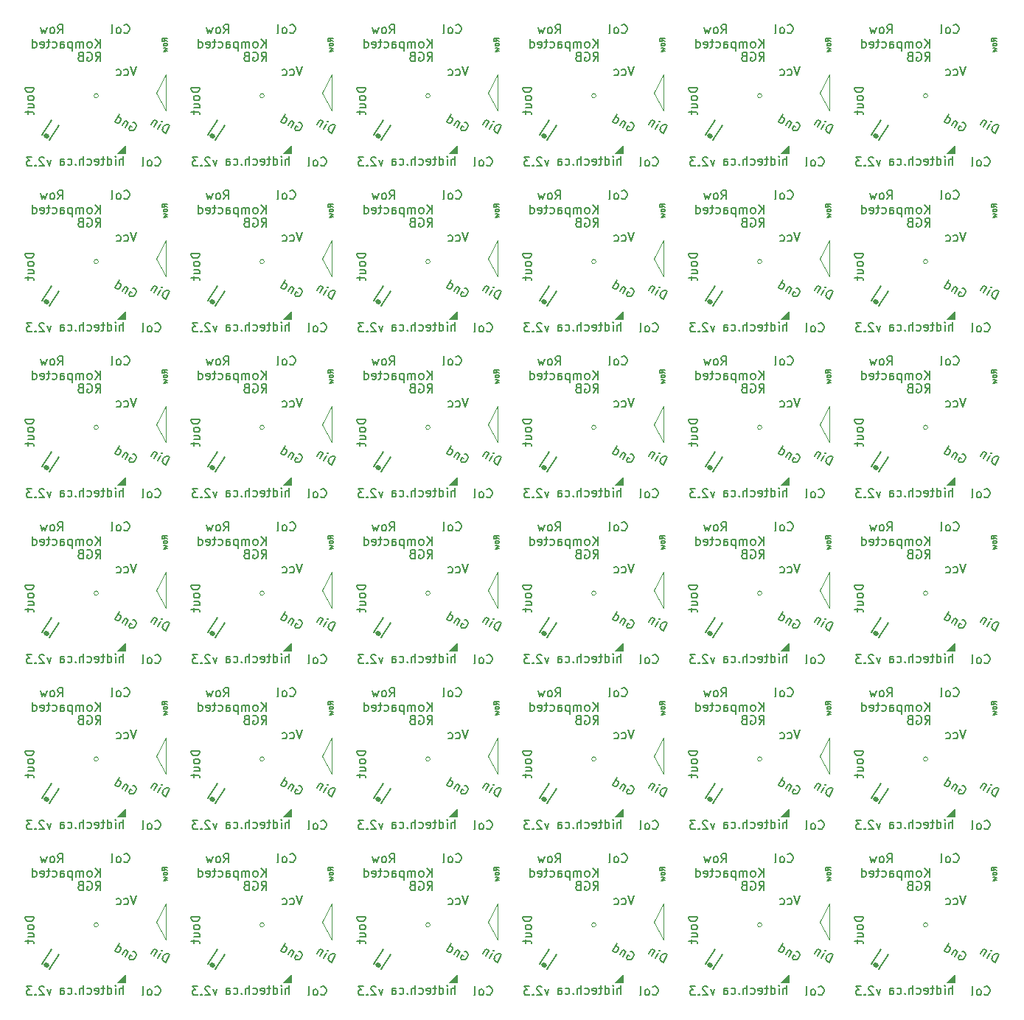
<source format=gbr>
%TF.GenerationSoftware,KiCad,Pcbnew,(5.99.0-2043-g129c16cf7)*%
%TF.CreationDate,2020-07-21T11:43:29+02:00*%
%TF.ProjectId,plate_6x6,706c6174-655f-4367-9836-2e6b69636164,rev?*%
%TF.SameCoordinates,Original*%
%TF.FileFunction,Legend,Bot*%
%TF.FilePolarity,Positive*%
%FSLAX46Y46*%
G04 Gerber Fmt 4.6, Leading zero omitted, Abs format (unit mm)*
G04 Created by KiCad (PCBNEW (5.99.0-2043-g129c16cf7)) date 2020-07-21 11:43:29*
%MOMM*%
%LPD*%
G01*
G04 APERTURE LIST*
%ADD10C,0.120000*%
%ADD11C,0.200000*%
%ADD12C,0.150000*%
%ADD13C,0.500000*%
%ADD14C,0.100000*%
G04 APERTURE END LIST*
D10*
X139192000Y-142290800D02*
X139192000Y-138099800D01*
X158242000Y-142290800D02*
X158242000Y-138099800D01*
X177292000Y-142290800D02*
X177292000Y-138099800D01*
X196342000Y-142290800D02*
X196342000Y-138099800D01*
X215392000Y-142290800D02*
X215392000Y-138099800D01*
X139192000Y-123240800D02*
X139192000Y-119049800D01*
X158242000Y-123240800D02*
X158242000Y-119049800D01*
X177292000Y-123240800D02*
X177292000Y-119049800D01*
X196342000Y-123240800D02*
X196342000Y-119049800D01*
X215392000Y-123240800D02*
X215392000Y-119049800D01*
X139192000Y-104190800D02*
X139192000Y-99999800D01*
X158242000Y-104190800D02*
X158242000Y-99999800D01*
X177292000Y-104190800D02*
X177292000Y-99999800D01*
X196342000Y-104190800D02*
X196342000Y-99999800D01*
X215392000Y-104190800D02*
X215392000Y-99999800D01*
X139192000Y-85140800D02*
X139192000Y-80949800D01*
X158242000Y-85140800D02*
X158242000Y-80949800D01*
X177292000Y-85140800D02*
X177292000Y-80949800D01*
X196342000Y-85140800D02*
X196342000Y-80949800D01*
X215392000Y-85140800D02*
X215392000Y-80949800D01*
X139192000Y-66090800D02*
X139192000Y-61899800D01*
X158242000Y-66090800D02*
X158242000Y-61899800D01*
X177292000Y-66090800D02*
X177292000Y-61899800D01*
X196342000Y-66090800D02*
X196342000Y-61899800D01*
X215392000Y-66090800D02*
X215392000Y-61899800D01*
X139192000Y-47040800D02*
X139192000Y-42849800D01*
X158242000Y-47040800D02*
X158242000Y-42849800D01*
X177292000Y-47040800D02*
X177292000Y-42849800D01*
X196342000Y-47040800D02*
X196342000Y-42849800D01*
X138049000Y-140258800D02*
X139192000Y-142290800D01*
X157099000Y-140258800D02*
X158242000Y-142290800D01*
X176149000Y-140258800D02*
X177292000Y-142290800D01*
X195199000Y-140258800D02*
X196342000Y-142290800D01*
X214249000Y-140258800D02*
X215392000Y-142290800D01*
X138049000Y-121208800D02*
X139192000Y-123240800D01*
X157099000Y-121208800D02*
X158242000Y-123240800D01*
X176149000Y-121208800D02*
X177292000Y-123240800D01*
X195199000Y-121208800D02*
X196342000Y-123240800D01*
X214249000Y-121208800D02*
X215392000Y-123240800D01*
X138049000Y-102158800D02*
X139192000Y-104190800D01*
X157099000Y-102158800D02*
X158242000Y-104190800D01*
X176149000Y-102158800D02*
X177292000Y-104190800D01*
X195199000Y-102158800D02*
X196342000Y-104190800D01*
X214249000Y-102158800D02*
X215392000Y-104190800D01*
X138049000Y-83108800D02*
X139192000Y-85140800D01*
X157099000Y-83108800D02*
X158242000Y-85140800D01*
X176149000Y-83108800D02*
X177292000Y-85140800D01*
X195199000Y-83108800D02*
X196342000Y-85140800D01*
X214249000Y-83108800D02*
X215392000Y-85140800D01*
X138049000Y-64058800D02*
X139192000Y-66090800D01*
X157099000Y-64058800D02*
X158242000Y-66090800D01*
X176149000Y-64058800D02*
X177292000Y-66090800D01*
X195199000Y-64058800D02*
X196342000Y-66090800D01*
X214249000Y-64058800D02*
X215392000Y-66090800D01*
X138049000Y-45008800D02*
X139192000Y-47040800D01*
X157099000Y-45008800D02*
X158242000Y-47040800D01*
X176149000Y-45008800D02*
X177292000Y-47040800D01*
X195199000Y-45008800D02*
X196342000Y-47040800D01*
X139192000Y-138099800D02*
X138049000Y-140258800D01*
X158242000Y-138099800D02*
X157099000Y-140258800D01*
X177292000Y-138099800D02*
X176149000Y-140258800D01*
X196342000Y-138099800D02*
X195199000Y-140258800D01*
X215392000Y-138099800D02*
X214249000Y-140258800D01*
X139192000Y-119049800D02*
X138049000Y-121208800D01*
X158242000Y-119049800D02*
X157099000Y-121208800D01*
X177292000Y-119049800D02*
X176149000Y-121208800D01*
X196342000Y-119049800D02*
X195199000Y-121208800D01*
X215392000Y-119049800D02*
X214249000Y-121208800D01*
X139192000Y-99999800D02*
X138049000Y-102158800D01*
X158242000Y-99999800D02*
X157099000Y-102158800D01*
X177292000Y-99999800D02*
X176149000Y-102158800D01*
X196342000Y-99999800D02*
X195199000Y-102158800D01*
X215392000Y-99999800D02*
X214249000Y-102158800D01*
X139192000Y-80949800D02*
X138049000Y-83108800D01*
X158242000Y-80949800D02*
X157099000Y-83108800D01*
X177292000Y-80949800D02*
X176149000Y-83108800D01*
X196342000Y-80949800D02*
X195199000Y-83108800D01*
X215392000Y-80949800D02*
X214249000Y-83108800D01*
X139192000Y-61899800D02*
X138049000Y-64058800D01*
X158242000Y-61899800D02*
X157099000Y-64058800D01*
X177292000Y-61899800D02*
X176149000Y-64058800D01*
X196342000Y-61899800D02*
X195199000Y-64058800D01*
X215392000Y-61899800D02*
X214249000Y-64058800D01*
X139192000Y-42849800D02*
X138049000Y-45008800D01*
X158242000Y-42849800D02*
X157099000Y-45008800D01*
X177292000Y-42849800D02*
X176149000Y-45008800D01*
X196342000Y-42849800D02*
X195199000Y-45008800D01*
X215392000Y-42849800D02*
X214249000Y-45008800D01*
X214249000Y-45008800D02*
X215392000Y-47040800D01*
X215392000Y-47040800D02*
X215392000Y-42849800D01*
D11*
%TO.C,SW8*%
X226344076Y-136573980D02*
X226677409Y-136097790D01*
X226915504Y-136573980D02*
X226915504Y-135573980D01*
X226534552Y-135573980D01*
X226439314Y-135621600D01*
X226391695Y-135669219D01*
X226344076Y-135764457D01*
X226344076Y-135907314D01*
X226391695Y-136002552D01*
X226439314Y-136050171D01*
X226534552Y-136097790D01*
X226915504Y-136097790D01*
X225391695Y-135621600D02*
X225486933Y-135573980D01*
X225629790Y-135573980D01*
X225772647Y-135621600D01*
X225867885Y-135716838D01*
X225915504Y-135812076D01*
X225963123Y-136002552D01*
X225963123Y-136145409D01*
X225915504Y-136335885D01*
X225867885Y-136431123D01*
X225772647Y-136526361D01*
X225629790Y-136573980D01*
X225534552Y-136573980D01*
X225391695Y-136526361D01*
X225344076Y-136478742D01*
X225344076Y-136145409D01*
X225534552Y-136145409D01*
X224582171Y-136050171D02*
X224439314Y-136097790D01*
X224391695Y-136145409D01*
X224344076Y-136240647D01*
X224344076Y-136383504D01*
X224391695Y-136478742D01*
X224439314Y-136526361D01*
X224534552Y-136573980D01*
X224915504Y-136573980D01*
X224915504Y-135573980D01*
X224582171Y-135573980D01*
X224486933Y-135621600D01*
X224439314Y-135669219D01*
X224391695Y-135764457D01*
X224391695Y-135859695D01*
X224439314Y-135954933D01*
X224486933Y-136002552D01*
X224582171Y-136050171D01*
X224915504Y-136050171D01*
D12*
X222002266Y-133398980D02*
X222335600Y-132922790D01*
X222573695Y-133398980D02*
X222573695Y-132398980D01*
X222192742Y-132398980D01*
X222097504Y-132446600D01*
X222049885Y-132494219D01*
X222002266Y-132589457D01*
X222002266Y-132732314D01*
X222049885Y-132827552D01*
X222097504Y-132875171D01*
X222192742Y-132922790D01*
X222573695Y-132922790D01*
X221430838Y-133398980D02*
X221526076Y-133351361D01*
X221573695Y-133303742D01*
X221621314Y-133208504D01*
X221621314Y-132922790D01*
X221573695Y-132827552D01*
X221526076Y-132779933D01*
X221430838Y-132732314D01*
X221287980Y-132732314D01*
X221192742Y-132779933D01*
X221145123Y-132827552D01*
X221097504Y-132922790D01*
X221097504Y-133208504D01*
X221145123Y-133303742D01*
X221192742Y-133351361D01*
X221287980Y-133398980D01*
X221430838Y-133398980D01*
X220764171Y-132732314D02*
X220573695Y-133398980D01*
X220383219Y-132922790D01*
X220192742Y-133398980D01*
X220002266Y-132732314D01*
X234561028Y-134324600D02*
X234275314Y-134124600D01*
X234561028Y-133981742D02*
X233961028Y-133981742D01*
X233961028Y-134210314D01*
X233989600Y-134267457D01*
X234018171Y-134296028D01*
X234075314Y-134324600D01*
X234161028Y-134324600D01*
X234218171Y-134296028D01*
X234246742Y-134267457D01*
X234275314Y-134210314D01*
X234275314Y-133981742D01*
X234561028Y-134667457D02*
X234532457Y-134610314D01*
X234503885Y-134581742D01*
X234446742Y-134553171D01*
X234275314Y-134553171D01*
X234218171Y-134581742D01*
X234189600Y-134610314D01*
X234161028Y-134667457D01*
X234161028Y-134753171D01*
X234189600Y-134810314D01*
X234218171Y-134838885D01*
X234275314Y-134867457D01*
X234446742Y-134867457D01*
X234503885Y-134838885D01*
X234532457Y-134810314D01*
X234561028Y-134753171D01*
X234561028Y-134667457D01*
X234161028Y-135067457D02*
X234561028Y-135181742D01*
X234275314Y-135296028D01*
X234561028Y-135410314D01*
X234161028Y-135524600D01*
X229614361Y-133303742D02*
X229661980Y-133351361D01*
X229804838Y-133398980D01*
X229900076Y-133398980D01*
X230042933Y-133351361D01*
X230138171Y-133256123D01*
X230185790Y-133160885D01*
X230233409Y-132970409D01*
X230233409Y-132827552D01*
X230185790Y-132637076D01*
X230138171Y-132541838D01*
X230042933Y-132446600D01*
X229900076Y-132398980D01*
X229804838Y-132398980D01*
X229661980Y-132446600D01*
X229614361Y-132494219D01*
X229042933Y-133398980D02*
X229138171Y-133351361D01*
X229185790Y-133303742D01*
X229233409Y-133208504D01*
X229233409Y-132922790D01*
X229185790Y-132827552D01*
X229138171Y-132779933D01*
X229042933Y-132732314D01*
X228900076Y-132732314D01*
X228804838Y-132779933D01*
X228757219Y-132827552D01*
X228709600Y-132922790D01*
X228709600Y-133208504D01*
X228757219Y-133303742D01*
X228804838Y-133351361D01*
X228900076Y-133398980D01*
X229042933Y-133398980D01*
X228138171Y-133398980D02*
X228233409Y-133351361D01*
X228281028Y-133256123D01*
X228281028Y-132398980D01*
X233170361Y-148543742D02*
X233217980Y-148591361D01*
X233360838Y-148638980D01*
X233456076Y-148638980D01*
X233598933Y-148591361D01*
X233694171Y-148496123D01*
X233741790Y-148400885D01*
X233789409Y-148210409D01*
X233789409Y-148067552D01*
X233741790Y-147877076D01*
X233694171Y-147781838D01*
X233598933Y-147686600D01*
X233456076Y-147638980D01*
X233360838Y-147638980D01*
X233217980Y-147686600D01*
X233170361Y-147734219D01*
X232598933Y-148638980D02*
X232694171Y-148591361D01*
X232741790Y-148543742D01*
X232789409Y-148448504D01*
X232789409Y-148162790D01*
X232741790Y-148067552D01*
X232694171Y-148019933D01*
X232598933Y-147972314D01*
X232456076Y-147972314D01*
X232360838Y-148019933D01*
X232313219Y-148067552D01*
X232265600Y-148162790D01*
X232265600Y-148448504D01*
X232313219Y-148543742D01*
X232360838Y-148591361D01*
X232456076Y-148638980D01*
X232598933Y-148638980D01*
X231694171Y-148638980D02*
X231789409Y-148591361D01*
X231837028Y-148496123D01*
X231837028Y-147638980D01*
X231035076Y-137224980D02*
X230701742Y-138224980D01*
X230368409Y-137224980D01*
X229606504Y-138177361D02*
X229701742Y-138224980D01*
X229892219Y-138224980D01*
X229987457Y-138177361D01*
X230035076Y-138129742D01*
X230082695Y-138034504D01*
X230082695Y-137748790D01*
X230035076Y-137653552D01*
X229987457Y-137605933D01*
X229892219Y-137558314D01*
X229701742Y-137558314D01*
X229606504Y-137605933D01*
X228749361Y-138177361D02*
X228844600Y-138224980D01*
X229035076Y-138224980D01*
X229130314Y-138177361D01*
X229177933Y-138129742D01*
X229225552Y-138034504D01*
X229225552Y-137748790D01*
X229177933Y-137653552D01*
X229130314Y-137605933D01*
X229035076Y-137558314D01*
X228844600Y-137558314D01*
X228749361Y-137605933D01*
X234380195Y-144860563D02*
X234880195Y-143994538D01*
X234673999Y-143875490D01*
X234526471Y-143845301D01*
X234396374Y-143880161D01*
X234307515Y-143938830D01*
X234171038Y-144079977D01*
X234099609Y-144203695D01*
X234045610Y-144392462D01*
X234039231Y-144498750D01*
X234074090Y-144628848D01*
X234173999Y-144741516D01*
X234380195Y-144860563D01*
X233514170Y-144360563D02*
X233847503Y-143783213D01*
X234014170Y-143494538D02*
X234031600Y-143559587D01*
X233966551Y-143577017D01*
X233949121Y-143511968D01*
X234014170Y-143494538D01*
X233966551Y-143577017D01*
X233435110Y-143545118D02*
X233101777Y-144122468D01*
X233387491Y-143627596D02*
X233370061Y-143562548D01*
X233311392Y-143473689D01*
X233187674Y-143402261D01*
X233081386Y-143395881D01*
X232992528Y-143454550D01*
X232730623Y-143908182D01*
X230651330Y-143627015D02*
X230757618Y-143633395D01*
X230881336Y-143704824D01*
X230981245Y-143817492D01*
X231016104Y-143947589D01*
X231009724Y-144053877D01*
X230955726Y-144242644D01*
X230884297Y-144366362D01*
X230747820Y-144507510D01*
X230658961Y-144566179D01*
X230528864Y-144601038D01*
X230381336Y-144570849D01*
X230298858Y-144523230D01*
X230198949Y-144410562D01*
X230181519Y-144345513D01*
X230348186Y-144056838D01*
X230513143Y-144152076D01*
X230096080Y-143636356D02*
X229762747Y-144213706D01*
X230048461Y-143718835D02*
X230031031Y-143653786D01*
X229972362Y-143564927D01*
X229848644Y-143493499D01*
X229742356Y-143487119D01*
X229653498Y-143545788D01*
X229391593Y-143999421D01*
X228608046Y-143547040D02*
X229108046Y-142681014D01*
X228631856Y-143505800D02*
X228690525Y-143594659D01*
X228855482Y-143689897D01*
X228961770Y-143696276D01*
X229026819Y-143678847D01*
X229115677Y-143620178D01*
X229258534Y-143372742D01*
X229264914Y-143266454D01*
X229247484Y-143201405D01*
X229188815Y-143112546D01*
X229023858Y-143017308D01*
X228917570Y-143010929D01*
X219247980Y-139622219D02*
X218247980Y-139622219D01*
X218247980Y-139860314D01*
X218295600Y-140003171D01*
X218390838Y-140098409D01*
X218486076Y-140146028D01*
X218676552Y-140193647D01*
X218819409Y-140193647D01*
X219009885Y-140146028D01*
X219105123Y-140098409D01*
X219200361Y-140003171D01*
X219247980Y-139860314D01*
X219247980Y-139622219D01*
X219247980Y-140765076D02*
X219200361Y-140669838D01*
X219152742Y-140622219D01*
X219057504Y-140574600D01*
X218771790Y-140574600D01*
X218676552Y-140622219D01*
X218628933Y-140669838D01*
X218581314Y-140765076D01*
X218581314Y-140907933D01*
X218628933Y-141003171D01*
X218676552Y-141050790D01*
X218771790Y-141098409D01*
X219057504Y-141098409D01*
X219152742Y-141050790D01*
X219200361Y-141003171D01*
X219247980Y-140907933D01*
X219247980Y-140765076D01*
X218581314Y-141955552D02*
X219247980Y-141955552D01*
X218581314Y-141526980D02*
X219105123Y-141526980D01*
X219200361Y-141574600D01*
X219247980Y-141669838D01*
X219247980Y-141812695D01*
X219200361Y-141907933D01*
X219152742Y-141955552D01*
X218581314Y-142288885D02*
X218581314Y-142669838D01*
X218247980Y-142431742D02*
X219105123Y-142431742D01*
X219200361Y-142479361D01*
X219247980Y-142574600D01*
X219247980Y-142669838D01*
X226867552Y-135049980D02*
X226867552Y-134049980D01*
X226296123Y-135049980D02*
X226724695Y-134478552D01*
X226296123Y-134049980D02*
X226867552Y-134621409D01*
X225724695Y-135049980D02*
X225819933Y-135002361D01*
X225867552Y-134954742D01*
X225915171Y-134859504D01*
X225915171Y-134573790D01*
X225867552Y-134478552D01*
X225819933Y-134430933D01*
X225724695Y-134383314D01*
X225581838Y-134383314D01*
X225486600Y-134430933D01*
X225438980Y-134478552D01*
X225391361Y-134573790D01*
X225391361Y-134859504D01*
X225438980Y-134954742D01*
X225486600Y-135002361D01*
X225581838Y-135049980D01*
X225724695Y-135049980D01*
X224962790Y-135049980D02*
X224962790Y-134383314D01*
X224962790Y-134478552D02*
X224915171Y-134430933D01*
X224819933Y-134383314D01*
X224677076Y-134383314D01*
X224581838Y-134430933D01*
X224534219Y-134526171D01*
X224534219Y-135049980D01*
X224534219Y-134526171D02*
X224486600Y-134430933D01*
X224391361Y-134383314D01*
X224248504Y-134383314D01*
X224153266Y-134430933D01*
X224105647Y-134526171D01*
X224105647Y-135049980D01*
X223629457Y-134383314D02*
X223629457Y-135383314D01*
X223629457Y-134430933D02*
X223534219Y-134383314D01*
X223343742Y-134383314D01*
X223248504Y-134430933D01*
X223200885Y-134478552D01*
X223153266Y-134573790D01*
X223153266Y-134859504D01*
X223200885Y-134954742D01*
X223248504Y-135002361D01*
X223343742Y-135049980D01*
X223534219Y-135049980D01*
X223629457Y-135002361D01*
X222296123Y-135049980D02*
X222296123Y-134526171D01*
X222343742Y-134430933D01*
X222438980Y-134383314D01*
X222629457Y-134383314D01*
X222724695Y-134430933D01*
X222296123Y-135002361D02*
X222391361Y-135049980D01*
X222629457Y-135049980D01*
X222724695Y-135002361D01*
X222772314Y-134907123D01*
X222772314Y-134811885D01*
X222724695Y-134716647D01*
X222629457Y-134669028D01*
X222391361Y-134669028D01*
X222296123Y-134621409D01*
X221391361Y-135002361D02*
X221486600Y-135049980D01*
X221677076Y-135049980D01*
X221772314Y-135002361D01*
X221819933Y-134954742D01*
X221867552Y-134859504D01*
X221867552Y-134573790D01*
X221819933Y-134478552D01*
X221772314Y-134430933D01*
X221677076Y-134383314D01*
X221486600Y-134383314D01*
X221391361Y-134430933D01*
X221105647Y-134383314D02*
X220724695Y-134383314D01*
X220962790Y-134049980D02*
X220962790Y-134907123D01*
X220915171Y-135002361D01*
X220819933Y-135049980D01*
X220724695Y-135049980D01*
X220010409Y-135002361D02*
X220105647Y-135049980D01*
X220296123Y-135049980D01*
X220391361Y-135002361D01*
X220438980Y-134907123D01*
X220438980Y-134526171D01*
X220391361Y-134430933D01*
X220296123Y-134383314D01*
X220105647Y-134383314D01*
X220010409Y-134430933D01*
X219962790Y-134526171D01*
X219962790Y-134621409D01*
X220438980Y-134716647D01*
X219105647Y-135049980D02*
X219105647Y-134049980D01*
X219105647Y-135002361D02*
X219200885Y-135049980D01*
X219391361Y-135049980D01*
X219486600Y-135002361D01*
X219534219Y-134954742D01*
X219581838Y-134859504D01*
X219581838Y-134573790D01*
X219534219Y-134478552D01*
X219486600Y-134430933D01*
X219391361Y-134383314D01*
X219200885Y-134383314D01*
X219105647Y-134430933D01*
X221240171Y-147972314D02*
X221002076Y-148638980D01*
X220763980Y-147972314D01*
X220430647Y-147734219D02*
X220383028Y-147686600D01*
X220287790Y-147638980D01*
X220049695Y-147638980D01*
X219954457Y-147686600D01*
X219906838Y-147734219D01*
X219859219Y-147829457D01*
X219859219Y-147924695D01*
X219906838Y-148067552D01*
X220478266Y-148638980D01*
X219859219Y-148638980D01*
X219430647Y-148543742D02*
X219383028Y-148591361D01*
X219430647Y-148638980D01*
X219478266Y-148591361D01*
X219430647Y-148543742D01*
X219430647Y-148638980D01*
X219049695Y-147638980D02*
X218430647Y-147638980D01*
X218763980Y-148019933D01*
X218621123Y-148019933D01*
X218525885Y-148067552D01*
X218478266Y-148115171D01*
X218430647Y-148210409D01*
X218430647Y-148448504D01*
X218478266Y-148543742D01*
X218525885Y-148591361D01*
X218621123Y-148638980D01*
X218906838Y-148638980D01*
X219002076Y-148591361D01*
X219049695Y-148543742D01*
X229526647Y-148511980D02*
X229526647Y-147511980D01*
X229098076Y-148511980D02*
X229098076Y-147988171D01*
X229145695Y-147892933D01*
X229240933Y-147845314D01*
X229383790Y-147845314D01*
X229479028Y-147892933D01*
X229526647Y-147940552D01*
X228621885Y-148511980D02*
X228621885Y-147845314D01*
X228621885Y-147511980D02*
X228669504Y-147559600D01*
X228621885Y-147607219D01*
X228574266Y-147559600D01*
X228621885Y-147511980D01*
X228621885Y-147607219D01*
X227717123Y-148511980D02*
X227717123Y-147511980D01*
X227717123Y-148464361D02*
X227812361Y-148511980D01*
X228002838Y-148511980D01*
X228098076Y-148464361D01*
X228145695Y-148416742D01*
X228193314Y-148321504D01*
X228193314Y-148035790D01*
X228145695Y-147940552D01*
X228098076Y-147892933D01*
X228002838Y-147845314D01*
X227812361Y-147845314D01*
X227717123Y-147892933D01*
X227383790Y-147845314D02*
X227002838Y-147845314D01*
X227240933Y-147511980D02*
X227240933Y-148369123D01*
X227193314Y-148464361D01*
X227098076Y-148511980D01*
X227002838Y-148511980D01*
X226288552Y-148464361D02*
X226383790Y-148511980D01*
X226574266Y-148511980D01*
X226669504Y-148464361D01*
X226717123Y-148369123D01*
X226717123Y-147988171D01*
X226669504Y-147892933D01*
X226574266Y-147845314D01*
X226383790Y-147845314D01*
X226288552Y-147892933D01*
X226240933Y-147988171D01*
X226240933Y-148083409D01*
X226717123Y-148178647D01*
X225383790Y-148464361D02*
X225479028Y-148511980D01*
X225669504Y-148511980D01*
X225764742Y-148464361D01*
X225812361Y-148416742D01*
X225859980Y-148321504D01*
X225859980Y-148035790D01*
X225812361Y-147940552D01*
X225764742Y-147892933D01*
X225669504Y-147845314D01*
X225479028Y-147845314D01*
X225383790Y-147892933D01*
X224955219Y-148511980D02*
X224955219Y-147511980D01*
X224526647Y-148511980D02*
X224526647Y-147988171D01*
X224574266Y-147892933D01*
X224669504Y-147845314D01*
X224812361Y-147845314D01*
X224907600Y-147892933D01*
X224955219Y-147940552D01*
X224050457Y-148416742D02*
X224002838Y-148464361D01*
X224050457Y-148511980D01*
X224098076Y-148464361D01*
X224050457Y-148416742D01*
X224050457Y-148511980D01*
X223145695Y-148464361D02*
X223240933Y-148511980D01*
X223431409Y-148511980D01*
X223526647Y-148464361D01*
X223574266Y-148416742D01*
X223621885Y-148321504D01*
X223621885Y-148035790D01*
X223574266Y-147940552D01*
X223526647Y-147892933D01*
X223431409Y-147845314D01*
X223240933Y-147845314D01*
X223145695Y-147892933D01*
X222288552Y-148511980D02*
X222288552Y-147988171D01*
X222336171Y-147892933D01*
X222431409Y-147845314D01*
X222621885Y-147845314D01*
X222717123Y-147892933D01*
X222288552Y-148464361D02*
X222383790Y-148511980D01*
X222621885Y-148511980D01*
X222717123Y-148464361D01*
X222764742Y-148369123D01*
X222764742Y-148273885D01*
X222717123Y-148178647D01*
X222621885Y-148131028D01*
X222383790Y-148131028D01*
X222288552Y-148083409D01*
D11*
X207294076Y-136573980D02*
X207627409Y-136097790D01*
X207865504Y-136573980D02*
X207865504Y-135573980D01*
X207484552Y-135573980D01*
X207389314Y-135621600D01*
X207341695Y-135669219D01*
X207294076Y-135764457D01*
X207294076Y-135907314D01*
X207341695Y-136002552D01*
X207389314Y-136050171D01*
X207484552Y-136097790D01*
X207865504Y-136097790D01*
X206341695Y-135621600D02*
X206436933Y-135573980D01*
X206579790Y-135573980D01*
X206722647Y-135621600D01*
X206817885Y-135716838D01*
X206865504Y-135812076D01*
X206913123Y-136002552D01*
X206913123Y-136145409D01*
X206865504Y-136335885D01*
X206817885Y-136431123D01*
X206722647Y-136526361D01*
X206579790Y-136573980D01*
X206484552Y-136573980D01*
X206341695Y-136526361D01*
X206294076Y-136478742D01*
X206294076Y-136145409D01*
X206484552Y-136145409D01*
X205532171Y-136050171D02*
X205389314Y-136097790D01*
X205341695Y-136145409D01*
X205294076Y-136240647D01*
X205294076Y-136383504D01*
X205341695Y-136478742D01*
X205389314Y-136526361D01*
X205484552Y-136573980D01*
X205865504Y-136573980D01*
X205865504Y-135573980D01*
X205532171Y-135573980D01*
X205436933Y-135621600D01*
X205389314Y-135669219D01*
X205341695Y-135764457D01*
X205341695Y-135859695D01*
X205389314Y-135954933D01*
X205436933Y-136002552D01*
X205532171Y-136050171D01*
X205865504Y-136050171D01*
D12*
X202952266Y-133398980D02*
X203285600Y-132922790D01*
X203523695Y-133398980D02*
X203523695Y-132398980D01*
X203142742Y-132398980D01*
X203047504Y-132446600D01*
X202999885Y-132494219D01*
X202952266Y-132589457D01*
X202952266Y-132732314D01*
X202999885Y-132827552D01*
X203047504Y-132875171D01*
X203142742Y-132922790D01*
X203523695Y-132922790D01*
X202380838Y-133398980D02*
X202476076Y-133351361D01*
X202523695Y-133303742D01*
X202571314Y-133208504D01*
X202571314Y-132922790D01*
X202523695Y-132827552D01*
X202476076Y-132779933D01*
X202380838Y-132732314D01*
X202237980Y-132732314D01*
X202142742Y-132779933D01*
X202095123Y-132827552D01*
X202047504Y-132922790D01*
X202047504Y-133208504D01*
X202095123Y-133303742D01*
X202142742Y-133351361D01*
X202237980Y-133398980D01*
X202380838Y-133398980D01*
X201714171Y-132732314D02*
X201523695Y-133398980D01*
X201333219Y-132922790D01*
X201142742Y-133398980D01*
X200952266Y-132732314D01*
X215511028Y-134324600D02*
X215225314Y-134124600D01*
X215511028Y-133981742D02*
X214911028Y-133981742D01*
X214911028Y-134210314D01*
X214939600Y-134267457D01*
X214968171Y-134296028D01*
X215025314Y-134324600D01*
X215111028Y-134324600D01*
X215168171Y-134296028D01*
X215196742Y-134267457D01*
X215225314Y-134210314D01*
X215225314Y-133981742D01*
X215511028Y-134667457D02*
X215482457Y-134610314D01*
X215453885Y-134581742D01*
X215396742Y-134553171D01*
X215225314Y-134553171D01*
X215168171Y-134581742D01*
X215139600Y-134610314D01*
X215111028Y-134667457D01*
X215111028Y-134753171D01*
X215139600Y-134810314D01*
X215168171Y-134838885D01*
X215225314Y-134867457D01*
X215396742Y-134867457D01*
X215453885Y-134838885D01*
X215482457Y-134810314D01*
X215511028Y-134753171D01*
X215511028Y-134667457D01*
X215111028Y-135067457D02*
X215511028Y-135181742D01*
X215225314Y-135296028D01*
X215511028Y-135410314D01*
X215111028Y-135524600D01*
X210564361Y-133303742D02*
X210611980Y-133351361D01*
X210754838Y-133398980D01*
X210850076Y-133398980D01*
X210992933Y-133351361D01*
X211088171Y-133256123D01*
X211135790Y-133160885D01*
X211183409Y-132970409D01*
X211183409Y-132827552D01*
X211135790Y-132637076D01*
X211088171Y-132541838D01*
X210992933Y-132446600D01*
X210850076Y-132398980D01*
X210754838Y-132398980D01*
X210611980Y-132446600D01*
X210564361Y-132494219D01*
X209992933Y-133398980D02*
X210088171Y-133351361D01*
X210135790Y-133303742D01*
X210183409Y-133208504D01*
X210183409Y-132922790D01*
X210135790Y-132827552D01*
X210088171Y-132779933D01*
X209992933Y-132732314D01*
X209850076Y-132732314D01*
X209754838Y-132779933D01*
X209707219Y-132827552D01*
X209659600Y-132922790D01*
X209659600Y-133208504D01*
X209707219Y-133303742D01*
X209754838Y-133351361D01*
X209850076Y-133398980D01*
X209992933Y-133398980D01*
X209088171Y-133398980D02*
X209183409Y-133351361D01*
X209231028Y-133256123D01*
X209231028Y-132398980D01*
X214120361Y-148543742D02*
X214167980Y-148591361D01*
X214310838Y-148638980D01*
X214406076Y-148638980D01*
X214548933Y-148591361D01*
X214644171Y-148496123D01*
X214691790Y-148400885D01*
X214739409Y-148210409D01*
X214739409Y-148067552D01*
X214691790Y-147877076D01*
X214644171Y-147781838D01*
X214548933Y-147686600D01*
X214406076Y-147638980D01*
X214310838Y-147638980D01*
X214167980Y-147686600D01*
X214120361Y-147734219D01*
X213548933Y-148638980D02*
X213644171Y-148591361D01*
X213691790Y-148543742D01*
X213739409Y-148448504D01*
X213739409Y-148162790D01*
X213691790Y-148067552D01*
X213644171Y-148019933D01*
X213548933Y-147972314D01*
X213406076Y-147972314D01*
X213310838Y-148019933D01*
X213263219Y-148067552D01*
X213215600Y-148162790D01*
X213215600Y-148448504D01*
X213263219Y-148543742D01*
X213310838Y-148591361D01*
X213406076Y-148638980D01*
X213548933Y-148638980D01*
X212644171Y-148638980D02*
X212739409Y-148591361D01*
X212787028Y-148496123D01*
X212787028Y-147638980D01*
X211985076Y-137224980D02*
X211651742Y-138224980D01*
X211318409Y-137224980D01*
X210556504Y-138177361D02*
X210651742Y-138224980D01*
X210842219Y-138224980D01*
X210937457Y-138177361D01*
X210985076Y-138129742D01*
X211032695Y-138034504D01*
X211032695Y-137748790D01*
X210985076Y-137653552D01*
X210937457Y-137605933D01*
X210842219Y-137558314D01*
X210651742Y-137558314D01*
X210556504Y-137605933D01*
X209699361Y-138177361D02*
X209794600Y-138224980D01*
X209985076Y-138224980D01*
X210080314Y-138177361D01*
X210127933Y-138129742D01*
X210175552Y-138034504D01*
X210175552Y-137748790D01*
X210127933Y-137653552D01*
X210080314Y-137605933D01*
X209985076Y-137558314D01*
X209794600Y-137558314D01*
X209699361Y-137605933D01*
X215330195Y-144860563D02*
X215830195Y-143994538D01*
X215623999Y-143875490D01*
X215476471Y-143845301D01*
X215346374Y-143880161D01*
X215257515Y-143938830D01*
X215121038Y-144079977D01*
X215049609Y-144203695D01*
X214995610Y-144392462D01*
X214989231Y-144498750D01*
X215024090Y-144628848D01*
X215123999Y-144741516D01*
X215330195Y-144860563D01*
X214464170Y-144360563D02*
X214797503Y-143783213D01*
X214964170Y-143494538D02*
X214981600Y-143559587D01*
X214916551Y-143577017D01*
X214899121Y-143511968D01*
X214964170Y-143494538D01*
X214916551Y-143577017D01*
X214385110Y-143545118D02*
X214051777Y-144122468D01*
X214337491Y-143627596D02*
X214320061Y-143562548D01*
X214261392Y-143473689D01*
X214137674Y-143402261D01*
X214031386Y-143395881D01*
X213942528Y-143454550D01*
X213680623Y-143908182D01*
X211601330Y-143627015D02*
X211707618Y-143633395D01*
X211831336Y-143704824D01*
X211931245Y-143817492D01*
X211966104Y-143947589D01*
X211959724Y-144053877D01*
X211905726Y-144242644D01*
X211834297Y-144366362D01*
X211697820Y-144507510D01*
X211608961Y-144566179D01*
X211478864Y-144601038D01*
X211331336Y-144570849D01*
X211248858Y-144523230D01*
X211148949Y-144410562D01*
X211131519Y-144345513D01*
X211298186Y-144056838D01*
X211463143Y-144152076D01*
X211046080Y-143636356D02*
X210712747Y-144213706D01*
X210998461Y-143718835D02*
X210981031Y-143653786D01*
X210922362Y-143564927D01*
X210798644Y-143493499D01*
X210692356Y-143487119D01*
X210603498Y-143545788D01*
X210341593Y-143999421D01*
X209558046Y-143547040D02*
X210058046Y-142681014D01*
X209581856Y-143505800D02*
X209640525Y-143594659D01*
X209805482Y-143689897D01*
X209911770Y-143696276D01*
X209976819Y-143678847D01*
X210065677Y-143620178D01*
X210208534Y-143372742D01*
X210214914Y-143266454D01*
X210197484Y-143201405D01*
X210138815Y-143112546D01*
X209973858Y-143017308D01*
X209867570Y-143010929D01*
X200197980Y-139622219D02*
X199197980Y-139622219D01*
X199197980Y-139860314D01*
X199245600Y-140003171D01*
X199340838Y-140098409D01*
X199436076Y-140146028D01*
X199626552Y-140193647D01*
X199769409Y-140193647D01*
X199959885Y-140146028D01*
X200055123Y-140098409D01*
X200150361Y-140003171D01*
X200197980Y-139860314D01*
X200197980Y-139622219D01*
X200197980Y-140765076D02*
X200150361Y-140669838D01*
X200102742Y-140622219D01*
X200007504Y-140574600D01*
X199721790Y-140574600D01*
X199626552Y-140622219D01*
X199578933Y-140669838D01*
X199531314Y-140765076D01*
X199531314Y-140907933D01*
X199578933Y-141003171D01*
X199626552Y-141050790D01*
X199721790Y-141098409D01*
X200007504Y-141098409D01*
X200102742Y-141050790D01*
X200150361Y-141003171D01*
X200197980Y-140907933D01*
X200197980Y-140765076D01*
X199531314Y-141955552D02*
X200197980Y-141955552D01*
X199531314Y-141526980D02*
X200055123Y-141526980D01*
X200150361Y-141574600D01*
X200197980Y-141669838D01*
X200197980Y-141812695D01*
X200150361Y-141907933D01*
X200102742Y-141955552D01*
X199531314Y-142288885D02*
X199531314Y-142669838D01*
X199197980Y-142431742D02*
X200055123Y-142431742D01*
X200150361Y-142479361D01*
X200197980Y-142574600D01*
X200197980Y-142669838D01*
X207817552Y-135049980D02*
X207817552Y-134049980D01*
X207246123Y-135049980D02*
X207674695Y-134478552D01*
X207246123Y-134049980D02*
X207817552Y-134621409D01*
X206674695Y-135049980D02*
X206769933Y-135002361D01*
X206817552Y-134954742D01*
X206865171Y-134859504D01*
X206865171Y-134573790D01*
X206817552Y-134478552D01*
X206769933Y-134430933D01*
X206674695Y-134383314D01*
X206531838Y-134383314D01*
X206436600Y-134430933D01*
X206388980Y-134478552D01*
X206341361Y-134573790D01*
X206341361Y-134859504D01*
X206388980Y-134954742D01*
X206436600Y-135002361D01*
X206531838Y-135049980D01*
X206674695Y-135049980D01*
X205912790Y-135049980D02*
X205912790Y-134383314D01*
X205912790Y-134478552D02*
X205865171Y-134430933D01*
X205769933Y-134383314D01*
X205627076Y-134383314D01*
X205531838Y-134430933D01*
X205484219Y-134526171D01*
X205484219Y-135049980D01*
X205484219Y-134526171D02*
X205436600Y-134430933D01*
X205341361Y-134383314D01*
X205198504Y-134383314D01*
X205103266Y-134430933D01*
X205055647Y-134526171D01*
X205055647Y-135049980D01*
X204579457Y-134383314D02*
X204579457Y-135383314D01*
X204579457Y-134430933D02*
X204484219Y-134383314D01*
X204293742Y-134383314D01*
X204198504Y-134430933D01*
X204150885Y-134478552D01*
X204103266Y-134573790D01*
X204103266Y-134859504D01*
X204150885Y-134954742D01*
X204198504Y-135002361D01*
X204293742Y-135049980D01*
X204484219Y-135049980D01*
X204579457Y-135002361D01*
X203246123Y-135049980D02*
X203246123Y-134526171D01*
X203293742Y-134430933D01*
X203388980Y-134383314D01*
X203579457Y-134383314D01*
X203674695Y-134430933D01*
X203246123Y-135002361D02*
X203341361Y-135049980D01*
X203579457Y-135049980D01*
X203674695Y-135002361D01*
X203722314Y-134907123D01*
X203722314Y-134811885D01*
X203674695Y-134716647D01*
X203579457Y-134669028D01*
X203341361Y-134669028D01*
X203246123Y-134621409D01*
X202341361Y-135002361D02*
X202436600Y-135049980D01*
X202627076Y-135049980D01*
X202722314Y-135002361D01*
X202769933Y-134954742D01*
X202817552Y-134859504D01*
X202817552Y-134573790D01*
X202769933Y-134478552D01*
X202722314Y-134430933D01*
X202627076Y-134383314D01*
X202436600Y-134383314D01*
X202341361Y-134430933D01*
X202055647Y-134383314D02*
X201674695Y-134383314D01*
X201912790Y-134049980D02*
X201912790Y-134907123D01*
X201865171Y-135002361D01*
X201769933Y-135049980D01*
X201674695Y-135049980D01*
X200960409Y-135002361D02*
X201055647Y-135049980D01*
X201246123Y-135049980D01*
X201341361Y-135002361D01*
X201388980Y-134907123D01*
X201388980Y-134526171D01*
X201341361Y-134430933D01*
X201246123Y-134383314D01*
X201055647Y-134383314D01*
X200960409Y-134430933D01*
X200912790Y-134526171D01*
X200912790Y-134621409D01*
X201388980Y-134716647D01*
X200055647Y-135049980D02*
X200055647Y-134049980D01*
X200055647Y-135002361D02*
X200150885Y-135049980D01*
X200341361Y-135049980D01*
X200436600Y-135002361D01*
X200484219Y-134954742D01*
X200531838Y-134859504D01*
X200531838Y-134573790D01*
X200484219Y-134478552D01*
X200436600Y-134430933D01*
X200341361Y-134383314D01*
X200150885Y-134383314D01*
X200055647Y-134430933D01*
X202190171Y-147972314D02*
X201952076Y-148638980D01*
X201713980Y-147972314D01*
X201380647Y-147734219D02*
X201333028Y-147686600D01*
X201237790Y-147638980D01*
X200999695Y-147638980D01*
X200904457Y-147686600D01*
X200856838Y-147734219D01*
X200809219Y-147829457D01*
X200809219Y-147924695D01*
X200856838Y-148067552D01*
X201428266Y-148638980D01*
X200809219Y-148638980D01*
X200380647Y-148543742D02*
X200333028Y-148591361D01*
X200380647Y-148638980D01*
X200428266Y-148591361D01*
X200380647Y-148543742D01*
X200380647Y-148638980D01*
X199999695Y-147638980D02*
X199380647Y-147638980D01*
X199713980Y-148019933D01*
X199571123Y-148019933D01*
X199475885Y-148067552D01*
X199428266Y-148115171D01*
X199380647Y-148210409D01*
X199380647Y-148448504D01*
X199428266Y-148543742D01*
X199475885Y-148591361D01*
X199571123Y-148638980D01*
X199856838Y-148638980D01*
X199952076Y-148591361D01*
X199999695Y-148543742D01*
X210476647Y-148511980D02*
X210476647Y-147511980D01*
X210048076Y-148511980D02*
X210048076Y-147988171D01*
X210095695Y-147892933D01*
X210190933Y-147845314D01*
X210333790Y-147845314D01*
X210429028Y-147892933D01*
X210476647Y-147940552D01*
X209571885Y-148511980D02*
X209571885Y-147845314D01*
X209571885Y-147511980D02*
X209619504Y-147559600D01*
X209571885Y-147607219D01*
X209524266Y-147559600D01*
X209571885Y-147511980D01*
X209571885Y-147607219D01*
X208667123Y-148511980D02*
X208667123Y-147511980D01*
X208667123Y-148464361D02*
X208762361Y-148511980D01*
X208952838Y-148511980D01*
X209048076Y-148464361D01*
X209095695Y-148416742D01*
X209143314Y-148321504D01*
X209143314Y-148035790D01*
X209095695Y-147940552D01*
X209048076Y-147892933D01*
X208952838Y-147845314D01*
X208762361Y-147845314D01*
X208667123Y-147892933D01*
X208333790Y-147845314D02*
X207952838Y-147845314D01*
X208190933Y-147511980D02*
X208190933Y-148369123D01*
X208143314Y-148464361D01*
X208048076Y-148511980D01*
X207952838Y-148511980D01*
X207238552Y-148464361D02*
X207333790Y-148511980D01*
X207524266Y-148511980D01*
X207619504Y-148464361D01*
X207667123Y-148369123D01*
X207667123Y-147988171D01*
X207619504Y-147892933D01*
X207524266Y-147845314D01*
X207333790Y-147845314D01*
X207238552Y-147892933D01*
X207190933Y-147988171D01*
X207190933Y-148083409D01*
X207667123Y-148178647D01*
X206333790Y-148464361D02*
X206429028Y-148511980D01*
X206619504Y-148511980D01*
X206714742Y-148464361D01*
X206762361Y-148416742D01*
X206809980Y-148321504D01*
X206809980Y-148035790D01*
X206762361Y-147940552D01*
X206714742Y-147892933D01*
X206619504Y-147845314D01*
X206429028Y-147845314D01*
X206333790Y-147892933D01*
X205905219Y-148511980D02*
X205905219Y-147511980D01*
X205476647Y-148511980D02*
X205476647Y-147988171D01*
X205524266Y-147892933D01*
X205619504Y-147845314D01*
X205762361Y-147845314D01*
X205857600Y-147892933D01*
X205905219Y-147940552D01*
X205000457Y-148416742D02*
X204952838Y-148464361D01*
X205000457Y-148511980D01*
X205048076Y-148464361D01*
X205000457Y-148416742D01*
X205000457Y-148511980D01*
X204095695Y-148464361D02*
X204190933Y-148511980D01*
X204381409Y-148511980D01*
X204476647Y-148464361D01*
X204524266Y-148416742D01*
X204571885Y-148321504D01*
X204571885Y-148035790D01*
X204524266Y-147940552D01*
X204476647Y-147892933D01*
X204381409Y-147845314D01*
X204190933Y-147845314D01*
X204095695Y-147892933D01*
X203238552Y-148511980D02*
X203238552Y-147988171D01*
X203286171Y-147892933D01*
X203381409Y-147845314D01*
X203571885Y-147845314D01*
X203667123Y-147892933D01*
X203238552Y-148464361D02*
X203333790Y-148511980D01*
X203571885Y-148511980D01*
X203667123Y-148464361D01*
X203714742Y-148369123D01*
X203714742Y-148273885D01*
X203667123Y-148178647D01*
X203571885Y-148131028D01*
X203333790Y-148131028D01*
X203238552Y-148083409D01*
D11*
X188244076Y-136573980D02*
X188577409Y-136097790D01*
X188815504Y-136573980D02*
X188815504Y-135573980D01*
X188434552Y-135573980D01*
X188339314Y-135621600D01*
X188291695Y-135669219D01*
X188244076Y-135764457D01*
X188244076Y-135907314D01*
X188291695Y-136002552D01*
X188339314Y-136050171D01*
X188434552Y-136097790D01*
X188815504Y-136097790D01*
X187291695Y-135621600D02*
X187386933Y-135573980D01*
X187529790Y-135573980D01*
X187672647Y-135621600D01*
X187767885Y-135716838D01*
X187815504Y-135812076D01*
X187863123Y-136002552D01*
X187863123Y-136145409D01*
X187815504Y-136335885D01*
X187767885Y-136431123D01*
X187672647Y-136526361D01*
X187529790Y-136573980D01*
X187434552Y-136573980D01*
X187291695Y-136526361D01*
X187244076Y-136478742D01*
X187244076Y-136145409D01*
X187434552Y-136145409D01*
X186482171Y-136050171D02*
X186339314Y-136097790D01*
X186291695Y-136145409D01*
X186244076Y-136240647D01*
X186244076Y-136383504D01*
X186291695Y-136478742D01*
X186339314Y-136526361D01*
X186434552Y-136573980D01*
X186815504Y-136573980D01*
X186815504Y-135573980D01*
X186482171Y-135573980D01*
X186386933Y-135621600D01*
X186339314Y-135669219D01*
X186291695Y-135764457D01*
X186291695Y-135859695D01*
X186339314Y-135954933D01*
X186386933Y-136002552D01*
X186482171Y-136050171D01*
X186815504Y-136050171D01*
D12*
X183902266Y-133398980D02*
X184235600Y-132922790D01*
X184473695Y-133398980D02*
X184473695Y-132398980D01*
X184092742Y-132398980D01*
X183997504Y-132446600D01*
X183949885Y-132494219D01*
X183902266Y-132589457D01*
X183902266Y-132732314D01*
X183949885Y-132827552D01*
X183997504Y-132875171D01*
X184092742Y-132922790D01*
X184473695Y-132922790D01*
X183330838Y-133398980D02*
X183426076Y-133351361D01*
X183473695Y-133303742D01*
X183521314Y-133208504D01*
X183521314Y-132922790D01*
X183473695Y-132827552D01*
X183426076Y-132779933D01*
X183330838Y-132732314D01*
X183187980Y-132732314D01*
X183092742Y-132779933D01*
X183045123Y-132827552D01*
X182997504Y-132922790D01*
X182997504Y-133208504D01*
X183045123Y-133303742D01*
X183092742Y-133351361D01*
X183187980Y-133398980D01*
X183330838Y-133398980D01*
X182664171Y-132732314D02*
X182473695Y-133398980D01*
X182283219Y-132922790D01*
X182092742Y-133398980D01*
X181902266Y-132732314D01*
X196461028Y-134324600D02*
X196175314Y-134124600D01*
X196461028Y-133981742D02*
X195861028Y-133981742D01*
X195861028Y-134210314D01*
X195889600Y-134267457D01*
X195918171Y-134296028D01*
X195975314Y-134324600D01*
X196061028Y-134324600D01*
X196118171Y-134296028D01*
X196146742Y-134267457D01*
X196175314Y-134210314D01*
X196175314Y-133981742D01*
X196461028Y-134667457D02*
X196432457Y-134610314D01*
X196403885Y-134581742D01*
X196346742Y-134553171D01*
X196175314Y-134553171D01*
X196118171Y-134581742D01*
X196089600Y-134610314D01*
X196061028Y-134667457D01*
X196061028Y-134753171D01*
X196089600Y-134810314D01*
X196118171Y-134838885D01*
X196175314Y-134867457D01*
X196346742Y-134867457D01*
X196403885Y-134838885D01*
X196432457Y-134810314D01*
X196461028Y-134753171D01*
X196461028Y-134667457D01*
X196061028Y-135067457D02*
X196461028Y-135181742D01*
X196175314Y-135296028D01*
X196461028Y-135410314D01*
X196061028Y-135524600D01*
X191514361Y-133303742D02*
X191561980Y-133351361D01*
X191704838Y-133398980D01*
X191800076Y-133398980D01*
X191942933Y-133351361D01*
X192038171Y-133256123D01*
X192085790Y-133160885D01*
X192133409Y-132970409D01*
X192133409Y-132827552D01*
X192085790Y-132637076D01*
X192038171Y-132541838D01*
X191942933Y-132446600D01*
X191800076Y-132398980D01*
X191704838Y-132398980D01*
X191561980Y-132446600D01*
X191514361Y-132494219D01*
X190942933Y-133398980D02*
X191038171Y-133351361D01*
X191085790Y-133303742D01*
X191133409Y-133208504D01*
X191133409Y-132922790D01*
X191085790Y-132827552D01*
X191038171Y-132779933D01*
X190942933Y-132732314D01*
X190800076Y-132732314D01*
X190704838Y-132779933D01*
X190657219Y-132827552D01*
X190609600Y-132922790D01*
X190609600Y-133208504D01*
X190657219Y-133303742D01*
X190704838Y-133351361D01*
X190800076Y-133398980D01*
X190942933Y-133398980D01*
X190038171Y-133398980D02*
X190133409Y-133351361D01*
X190181028Y-133256123D01*
X190181028Y-132398980D01*
X195070361Y-148543742D02*
X195117980Y-148591361D01*
X195260838Y-148638980D01*
X195356076Y-148638980D01*
X195498933Y-148591361D01*
X195594171Y-148496123D01*
X195641790Y-148400885D01*
X195689409Y-148210409D01*
X195689409Y-148067552D01*
X195641790Y-147877076D01*
X195594171Y-147781838D01*
X195498933Y-147686600D01*
X195356076Y-147638980D01*
X195260838Y-147638980D01*
X195117980Y-147686600D01*
X195070361Y-147734219D01*
X194498933Y-148638980D02*
X194594171Y-148591361D01*
X194641790Y-148543742D01*
X194689409Y-148448504D01*
X194689409Y-148162790D01*
X194641790Y-148067552D01*
X194594171Y-148019933D01*
X194498933Y-147972314D01*
X194356076Y-147972314D01*
X194260838Y-148019933D01*
X194213219Y-148067552D01*
X194165600Y-148162790D01*
X194165600Y-148448504D01*
X194213219Y-148543742D01*
X194260838Y-148591361D01*
X194356076Y-148638980D01*
X194498933Y-148638980D01*
X193594171Y-148638980D02*
X193689409Y-148591361D01*
X193737028Y-148496123D01*
X193737028Y-147638980D01*
X192935076Y-137224980D02*
X192601742Y-138224980D01*
X192268409Y-137224980D01*
X191506504Y-138177361D02*
X191601742Y-138224980D01*
X191792219Y-138224980D01*
X191887457Y-138177361D01*
X191935076Y-138129742D01*
X191982695Y-138034504D01*
X191982695Y-137748790D01*
X191935076Y-137653552D01*
X191887457Y-137605933D01*
X191792219Y-137558314D01*
X191601742Y-137558314D01*
X191506504Y-137605933D01*
X190649361Y-138177361D02*
X190744600Y-138224980D01*
X190935076Y-138224980D01*
X191030314Y-138177361D01*
X191077933Y-138129742D01*
X191125552Y-138034504D01*
X191125552Y-137748790D01*
X191077933Y-137653552D01*
X191030314Y-137605933D01*
X190935076Y-137558314D01*
X190744600Y-137558314D01*
X190649361Y-137605933D01*
X196280195Y-144860563D02*
X196780195Y-143994538D01*
X196573999Y-143875490D01*
X196426471Y-143845301D01*
X196296374Y-143880161D01*
X196207515Y-143938830D01*
X196071038Y-144079977D01*
X195999609Y-144203695D01*
X195945610Y-144392462D01*
X195939231Y-144498750D01*
X195974090Y-144628848D01*
X196073999Y-144741516D01*
X196280195Y-144860563D01*
X195414170Y-144360563D02*
X195747503Y-143783213D01*
X195914170Y-143494538D02*
X195931600Y-143559587D01*
X195866551Y-143577017D01*
X195849121Y-143511968D01*
X195914170Y-143494538D01*
X195866551Y-143577017D01*
X195335110Y-143545118D02*
X195001777Y-144122468D01*
X195287491Y-143627596D02*
X195270061Y-143562548D01*
X195211392Y-143473689D01*
X195087674Y-143402261D01*
X194981386Y-143395881D01*
X194892528Y-143454550D01*
X194630623Y-143908182D01*
X192551330Y-143627015D02*
X192657618Y-143633395D01*
X192781336Y-143704824D01*
X192881245Y-143817492D01*
X192916104Y-143947589D01*
X192909724Y-144053877D01*
X192855726Y-144242644D01*
X192784297Y-144366362D01*
X192647820Y-144507510D01*
X192558961Y-144566179D01*
X192428864Y-144601038D01*
X192281336Y-144570849D01*
X192198858Y-144523230D01*
X192098949Y-144410562D01*
X192081519Y-144345513D01*
X192248186Y-144056838D01*
X192413143Y-144152076D01*
X191996080Y-143636356D02*
X191662747Y-144213706D01*
X191948461Y-143718835D02*
X191931031Y-143653786D01*
X191872362Y-143564927D01*
X191748644Y-143493499D01*
X191642356Y-143487119D01*
X191553498Y-143545788D01*
X191291593Y-143999421D01*
X190508046Y-143547040D02*
X191008046Y-142681014D01*
X190531856Y-143505800D02*
X190590525Y-143594659D01*
X190755482Y-143689897D01*
X190861770Y-143696276D01*
X190926819Y-143678847D01*
X191015677Y-143620178D01*
X191158534Y-143372742D01*
X191164914Y-143266454D01*
X191147484Y-143201405D01*
X191088815Y-143112546D01*
X190923858Y-143017308D01*
X190817570Y-143010929D01*
X181147980Y-139622219D02*
X180147980Y-139622219D01*
X180147980Y-139860314D01*
X180195600Y-140003171D01*
X180290838Y-140098409D01*
X180386076Y-140146028D01*
X180576552Y-140193647D01*
X180719409Y-140193647D01*
X180909885Y-140146028D01*
X181005123Y-140098409D01*
X181100361Y-140003171D01*
X181147980Y-139860314D01*
X181147980Y-139622219D01*
X181147980Y-140765076D02*
X181100361Y-140669838D01*
X181052742Y-140622219D01*
X180957504Y-140574600D01*
X180671790Y-140574600D01*
X180576552Y-140622219D01*
X180528933Y-140669838D01*
X180481314Y-140765076D01*
X180481314Y-140907933D01*
X180528933Y-141003171D01*
X180576552Y-141050790D01*
X180671790Y-141098409D01*
X180957504Y-141098409D01*
X181052742Y-141050790D01*
X181100361Y-141003171D01*
X181147980Y-140907933D01*
X181147980Y-140765076D01*
X180481314Y-141955552D02*
X181147980Y-141955552D01*
X180481314Y-141526980D02*
X181005123Y-141526980D01*
X181100361Y-141574600D01*
X181147980Y-141669838D01*
X181147980Y-141812695D01*
X181100361Y-141907933D01*
X181052742Y-141955552D01*
X180481314Y-142288885D02*
X180481314Y-142669838D01*
X180147980Y-142431742D02*
X181005123Y-142431742D01*
X181100361Y-142479361D01*
X181147980Y-142574600D01*
X181147980Y-142669838D01*
X188767552Y-135049980D02*
X188767552Y-134049980D01*
X188196123Y-135049980D02*
X188624695Y-134478552D01*
X188196123Y-134049980D02*
X188767552Y-134621409D01*
X187624695Y-135049980D02*
X187719933Y-135002361D01*
X187767552Y-134954742D01*
X187815171Y-134859504D01*
X187815171Y-134573790D01*
X187767552Y-134478552D01*
X187719933Y-134430933D01*
X187624695Y-134383314D01*
X187481838Y-134383314D01*
X187386600Y-134430933D01*
X187338980Y-134478552D01*
X187291361Y-134573790D01*
X187291361Y-134859504D01*
X187338980Y-134954742D01*
X187386600Y-135002361D01*
X187481838Y-135049980D01*
X187624695Y-135049980D01*
X186862790Y-135049980D02*
X186862790Y-134383314D01*
X186862790Y-134478552D02*
X186815171Y-134430933D01*
X186719933Y-134383314D01*
X186577076Y-134383314D01*
X186481838Y-134430933D01*
X186434219Y-134526171D01*
X186434219Y-135049980D01*
X186434219Y-134526171D02*
X186386600Y-134430933D01*
X186291361Y-134383314D01*
X186148504Y-134383314D01*
X186053266Y-134430933D01*
X186005647Y-134526171D01*
X186005647Y-135049980D01*
X185529457Y-134383314D02*
X185529457Y-135383314D01*
X185529457Y-134430933D02*
X185434219Y-134383314D01*
X185243742Y-134383314D01*
X185148504Y-134430933D01*
X185100885Y-134478552D01*
X185053266Y-134573790D01*
X185053266Y-134859504D01*
X185100885Y-134954742D01*
X185148504Y-135002361D01*
X185243742Y-135049980D01*
X185434219Y-135049980D01*
X185529457Y-135002361D01*
X184196123Y-135049980D02*
X184196123Y-134526171D01*
X184243742Y-134430933D01*
X184338980Y-134383314D01*
X184529457Y-134383314D01*
X184624695Y-134430933D01*
X184196123Y-135002361D02*
X184291361Y-135049980D01*
X184529457Y-135049980D01*
X184624695Y-135002361D01*
X184672314Y-134907123D01*
X184672314Y-134811885D01*
X184624695Y-134716647D01*
X184529457Y-134669028D01*
X184291361Y-134669028D01*
X184196123Y-134621409D01*
X183291361Y-135002361D02*
X183386600Y-135049980D01*
X183577076Y-135049980D01*
X183672314Y-135002361D01*
X183719933Y-134954742D01*
X183767552Y-134859504D01*
X183767552Y-134573790D01*
X183719933Y-134478552D01*
X183672314Y-134430933D01*
X183577076Y-134383314D01*
X183386600Y-134383314D01*
X183291361Y-134430933D01*
X183005647Y-134383314D02*
X182624695Y-134383314D01*
X182862790Y-134049980D02*
X182862790Y-134907123D01*
X182815171Y-135002361D01*
X182719933Y-135049980D01*
X182624695Y-135049980D01*
X181910409Y-135002361D02*
X182005647Y-135049980D01*
X182196123Y-135049980D01*
X182291361Y-135002361D01*
X182338980Y-134907123D01*
X182338980Y-134526171D01*
X182291361Y-134430933D01*
X182196123Y-134383314D01*
X182005647Y-134383314D01*
X181910409Y-134430933D01*
X181862790Y-134526171D01*
X181862790Y-134621409D01*
X182338980Y-134716647D01*
X181005647Y-135049980D02*
X181005647Y-134049980D01*
X181005647Y-135002361D02*
X181100885Y-135049980D01*
X181291361Y-135049980D01*
X181386600Y-135002361D01*
X181434219Y-134954742D01*
X181481838Y-134859504D01*
X181481838Y-134573790D01*
X181434219Y-134478552D01*
X181386600Y-134430933D01*
X181291361Y-134383314D01*
X181100885Y-134383314D01*
X181005647Y-134430933D01*
X183140171Y-147972314D02*
X182902076Y-148638980D01*
X182663980Y-147972314D01*
X182330647Y-147734219D02*
X182283028Y-147686600D01*
X182187790Y-147638980D01*
X181949695Y-147638980D01*
X181854457Y-147686600D01*
X181806838Y-147734219D01*
X181759219Y-147829457D01*
X181759219Y-147924695D01*
X181806838Y-148067552D01*
X182378266Y-148638980D01*
X181759219Y-148638980D01*
X181330647Y-148543742D02*
X181283028Y-148591361D01*
X181330647Y-148638980D01*
X181378266Y-148591361D01*
X181330647Y-148543742D01*
X181330647Y-148638980D01*
X180949695Y-147638980D02*
X180330647Y-147638980D01*
X180663980Y-148019933D01*
X180521123Y-148019933D01*
X180425885Y-148067552D01*
X180378266Y-148115171D01*
X180330647Y-148210409D01*
X180330647Y-148448504D01*
X180378266Y-148543742D01*
X180425885Y-148591361D01*
X180521123Y-148638980D01*
X180806838Y-148638980D01*
X180902076Y-148591361D01*
X180949695Y-148543742D01*
X191426647Y-148511980D02*
X191426647Y-147511980D01*
X190998076Y-148511980D02*
X190998076Y-147988171D01*
X191045695Y-147892933D01*
X191140933Y-147845314D01*
X191283790Y-147845314D01*
X191379028Y-147892933D01*
X191426647Y-147940552D01*
X190521885Y-148511980D02*
X190521885Y-147845314D01*
X190521885Y-147511980D02*
X190569504Y-147559600D01*
X190521885Y-147607219D01*
X190474266Y-147559600D01*
X190521885Y-147511980D01*
X190521885Y-147607219D01*
X189617123Y-148511980D02*
X189617123Y-147511980D01*
X189617123Y-148464361D02*
X189712361Y-148511980D01*
X189902838Y-148511980D01*
X189998076Y-148464361D01*
X190045695Y-148416742D01*
X190093314Y-148321504D01*
X190093314Y-148035790D01*
X190045695Y-147940552D01*
X189998076Y-147892933D01*
X189902838Y-147845314D01*
X189712361Y-147845314D01*
X189617123Y-147892933D01*
X189283790Y-147845314D02*
X188902838Y-147845314D01*
X189140933Y-147511980D02*
X189140933Y-148369123D01*
X189093314Y-148464361D01*
X188998076Y-148511980D01*
X188902838Y-148511980D01*
X188188552Y-148464361D02*
X188283790Y-148511980D01*
X188474266Y-148511980D01*
X188569504Y-148464361D01*
X188617123Y-148369123D01*
X188617123Y-147988171D01*
X188569504Y-147892933D01*
X188474266Y-147845314D01*
X188283790Y-147845314D01*
X188188552Y-147892933D01*
X188140933Y-147988171D01*
X188140933Y-148083409D01*
X188617123Y-148178647D01*
X187283790Y-148464361D02*
X187379028Y-148511980D01*
X187569504Y-148511980D01*
X187664742Y-148464361D01*
X187712361Y-148416742D01*
X187759980Y-148321504D01*
X187759980Y-148035790D01*
X187712361Y-147940552D01*
X187664742Y-147892933D01*
X187569504Y-147845314D01*
X187379028Y-147845314D01*
X187283790Y-147892933D01*
X186855219Y-148511980D02*
X186855219Y-147511980D01*
X186426647Y-148511980D02*
X186426647Y-147988171D01*
X186474266Y-147892933D01*
X186569504Y-147845314D01*
X186712361Y-147845314D01*
X186807600Y-147892933D01*
X186855219Y-147940552D01*
X185950457Y-148416742D02*
X185902838Y-148464361D01*
X185950457Y-148511980D01*
X185998076Y-148464361D01*
X185950457Y-148416742D01*
X185950457Y-148511980D01*
X185045695Y-148464361D02*
X185140933Y-148511980D01*
X185331409Y-148511980D01*
X185426647Y-148464361D01*
X185474266Y-148416742D01*
X185521885Y-148321504D01*
X185521885Y-148035790D01*
X185474266Y-147940552D01*
X185426647Y-147892933D01*
X185331409Y-147845314D01*
X185140933Y-147845314D01*
X185045695Y-147892933D01*
X184188552Y-148511980D02*
X184188552Y-147988171D01*
X184236171Y-147892933D01*
X184331409Y-147845314D01*
X184521885Y-147845314D01*
X184617123Y-147892933D01*
X184188552Y-148464361D02*
X184283790Y-148511980D01*
X184521885Y-148511980D01*
X184617123Y-148464361D01*
X184664742Y-148369123D01*
X184664742Y-148273885D01*
X184617123Y-148178647D01*
X184521885Y-148131028D01*
X184283790Y-148131028D01*
X184188552Y-148083409D01*
D11*
X169194076Y-136573980D02*
X169527409Y-136097790D01*
X169765504Y-136573980D02*
X169765504Y-135573980D01*
X169384552Y-135573980D01*
X169289314Y-135621600D01*
X169241695Y-135669219D01*
X169194076Y-135764457D01*
X169194076Y-135907314D01*
X169241695Y-136002552D01*
X169289314Y-136050171D01*
X169384552Y-136097790D01*
X169765504Y-136097790D01*
X168241695Y-135621600D02*
X168336933Y-135573980D01*
X168479790Y-135573980D01*
X168622647Y-135621600D01*
X168717885Y-135716838D01*
X168765504Y-135812076D01*
X168813123Y-136002552D01*
X168813123Y-136145409D01*
X168765504Y-136335885D01*
X168717885Y-136431123D01*
X168622647Y-136526361D01*
X168479790Y-136573980D01*
X168384552Y-136573980D01*
X168241695Y-136526361D01*
X168194076Y-136478742D01*
X168194076Y-136145409D01*
X168384552Y-136145409D01*
X167432171Y-136050171D02*
X167289314Y-136097790D01*
X167241695Y-136145409D01*
X167194076Y-136240647D01*
X167194076Y-136383504D01*
X167241695Y-136478742D01*
X167289314Y-136526361D01*
X167384552Y-136573980D01*
X167765504Y-136573980D01*
X167765504Y-135573980D01*
X167432171Y-135573980D01*
X167336933Y-135621600D01*
X167289314Y-135669219D01*
X167241695Y-135764457D01*
X167241695Y-135859695D01*
X167289314Y-135954933D01*
X167336933Y-136002552D01*
X167432171Y-136050171D01*
X167765504Y-136050171D01*
D12*
X164852266Y-133398980D02*
X165185600Y-132922790D01*
X165423695Y-133398980D02*
X165423695Y-132398980D01*
X165042742Y-132398980D01*
X164947504Y-132446600D01*
X164899885Y-132494219D01*
X164852266Y-132589457D01*
X164852266Y-132732314D01*
X164899885Y-132827552D01*
X164947504Y-132875171D01*
X165042742Y-132922790D01*
X165423695Y-132922790D01*
X164280838Y-133398980D02*
X164376076Y-133351361D01*
X164423695Y-133303742D01*
X164471314Y-133208504D01*
X164471314Y-132922790D01*
X164423695Y-132827552D01*
X164376076Y-132779933D01*
X164280838Y-132732314D01*
X164137980Y-132732314D01*
X164042742Y-132779933D01*
X163995123Y-132827552D01*
X163947504Y-132922790D01*
X163947504Y-133208504D01*
X163995123Y-133303742D01*
X164042742Y-133351361D01*
X164137980Y-133398980D01*
X164280838Y-133398980D01*
X163614171Y-132732314D02*
X163423695Y-133398980D01*
X163233219Y-132922790D01*
X163042742Y-133398980D01*
X162852266Y-132732314D01*
X177411028Y-134324600D02*
X177125314Y-134124600D01*
X177411028Y-133981742D02*
X176811028Y-133981742D01*
X176811028Y-134210314D01*
X176839600Y-134267457D01*
X176868171Y-134296028D01*
X176925314Y-134324600D01*
X177011028Y-134324600D01*
X177068171Y-134296028D01*
X177096742Y-134267457D01*
X177125314Y-134210314D01*
X177125314Y-133981742D01*
X177411028Y-134667457D02*
X177382457Y-134610314D01*
X177353885Y-134581742D01*
X177296742Y-134553171D01*
X177125314Y-134553171D01*
X177068171Y-134581742D01*
X177039600Y-134610314D01*
X177011028Y-134667457D01*
X177011028Y-134753171D01*
X177039600Y-134810314D01*
X177068171Y-134838885D01*
X177125314Y-134867457D01*
X177296742Y-134867457D01*
X177353885Y-134838885D01*
X177382457Y-134810314D01*
X177411028Y-134753171D01*
X177411028Y-134667457D01*
X177011028Y-135067457D02*
X177411028Y-135181742D01*
X177125314Y-135296028D01*
X177411028Y-135410314D01*
X177011028Y-135524600D01*
X172464361Y-133303742D02*
X172511980Y-133351361D01*
X172654838Y-133398980D01*
X172750076Y-133398980D01*
X172892933Y-133351361D01*
X172988171Y-133256123D01*
X173035790Y-133160885D01*
X173083409Y-132970409D01*
X173083409Y-132827552D01*
X173035790Y-132637076D01*
X172988171Y-132541838D01*
X172892933Y-132446600D01*
X172750076Y-132398980D01*
X172654838Y-132398980D01*
X172511980Y-132446600D01*
X172464361Y-132494219D01*
X171892933Y-133398980D02*
X171988171Y-133351361D01*
X172035790Y-133303742D01*
X172083409Y-133208504D01*
X172083409Y-132922790D01*
X172035790Y-132827552D01*
X171988171Y-132779933D01*
X171892933Y-132732314D01*
X171750076Y-132732314D01*
X171654838Y-132779933D01*
X171607219Y-132827552D01*
X171559600Y-132922790D01*
X171559600Y-133208504D01*
X171607219Y-133303742D01*
X171654838Y-133351361D01*
X171750076Y-133398980D01*
X171892933Y-133398980D01*
X170988171Y-133398980D02*
X171083409Y-133351361D01*
X171131028Y-133256123D01*
X171131028Y-132398980D01*
X176020361Y-148543742D02*
X176067980Y-148591361D01*
X176210838Y-148638980D01*
X176306076Y-148638980D01*
X176448933Y-148591361D01*
X176544171Y-148496123D01*
X176591790Y-148400885D01*
X176639409Y-148210409D01*
X176639409Y-148067552D01*
X176591790Y-147877076D01*
X176544171Y-147781838D01*
X176448933Y-147686600D01*
X176306076Y-147638980D01*
X176210838Y-147638980D01*
X176067980Y-147686600D01*
X176020361Y-147734219D01*
X175448933Y-148638980D02*
X175544171Y-148591361D01*
X175591790Y-148543742D01*
X175639409Y-148448504D01*
X175639409Y-148162790D01*
X175591790Y-148067552D01*
X175544171Y-148019933D01*
X175448933Y-147972314D01*
X175306076Y-147972314D01*
X175210838Y-148019933D01*
X175163219Y-148067552D01*
X175115600Y-148162790D01*
X175115600Y-148448504D01*
X175163219Y-148543742D01*
X175210838Y-148591361D01*
X175306076Y-148638980D01*
X175448933Y-148638980D01*
X174544171Y-148638980D02*
X174639409Y-148591361D01*
X174687028Y-148496123D01*
X174687028Y-147638980D01*
X173885076Y-137224980D02*
X173551742Y-138224980D01*
X173218409Y-137224980D01*
X172456504Y-138177361D02*
X172551742Y-138224980D01*
X172742219Y-138224980D01*
X172837457Y-138177361D01*
X172885076Y-138129742D01*
X172932695Y-138034504D01*
X172932695Y-137748790D01*
X172885076Y-137653552D01*
X172837457Y-137605933D01*
X172742219Y-137558314D01*
X172551742Y-137558314D01*
X172456504Y-137605933D01*
X171599361Y-138177361D02*
X171694600Y-138224980D01*
X171885076Y-138224980D01*
X171980314Y-138177361D01*
X172027933Y-138129742D01*
X172075552Y-138034504D01*
X172075552Y-137748790D01*
X172027933Y-137653552D01*
X171980314Y-137605933D01*
X171885076Y-137558314D01*
X171694600Y-137558314D01*
X171599361Y-137605933D01*
X177230195Y-144860563D02*
X177730195Y-143994538D01*
X177523999Y-143875490D01*
X177376471Y-143845301D01*
X177246374Y-143880161D01*
X177157515Y-143938830D01*
X177021038Y-144079977D01*
X176949609Y-144203695D01*
X176895610Y-144392462D01*
X176889231Y-144498750D01*
X176924090Y-144628848D01*
X177023999Y-144741516D01*
X177230195Y-144860563D01*
X176364170Y-144360563D02*
X176697503Y-143783213D01*
X176864170Y-143494538D02*
X176881600Y-143559587D01*
X176816551Y-143577017D01*
X176799121Y-143511968D01*
X176864170Y-143494538D01*
X176816551Y-143577017D01*
X176285110Y-143545118D02*
X175951777Y-144122468D01*
X176237491Y-143627596D02*
X176220061Y-143562548D01*
X176161392Y-143473689D01*
X176037674Y-143402261D01*
X175931386Y-143395881D01*
X175842528Y-143454550D01*
X175580623Y-143908182D01*
X173501330Y-143627015D02*
X173607618Y-143633395D01*
X173731336Y-143704824D01*
X173831245Y-143817492D01*
X173866104Y-143947589D01*
X173859724Y-144053877D01*
X173805726Y-144242644D01*
X173734297Y-144366362D01*
X173597820Y-144507510D01*
X173508961Y-144566179D01*
X173378864Y-144601038D01*
X173231336Y-144570849D01*
X173148858Y-144523230D01*
X173048949Y-144410562D01*
X173031519Y-144345513D01*
X173198186Y-144056838D01*
X173363143Y-144152076D01*
X172946080Y-143636356D02*
X172612747Y-144213706D01*
X172898461Y-143718835D02*
X172881031Y-143653786D01*
X172822362Y-143564927D01*
X172698644Y-143493499D01*
X172592356Y-143487119D01*
X172503498Y-143545788D01*
X172241593Y-143999421D01*
X171458046Y-143547040D02*
X171958046Y-142681014D01*
X171481856Y-143505800D02*
X171540525Y-143594659D01*
X171705482Y-143689897D01*
X171811770Y-143696276D01*
X171876819Y-143678847D01*
X171965677Y-143620178D01*
X172108534Y-143372742D01*
X172114914Y-143266454D01*
X172097484Y-143201405D01*
X172038815Y-143112546D01*
X171873858Y-143017308D01*
X171767570Y-143010929D01*
X162097980Y-139622219D02*
X161097980Y-139622219D01*
X161097980Y-139860314D01*
X161145600Y-140003171D01*
X161240838Y-140098409D01*
X161336076Y-140146028D01*
X161526552Y-140193647D01*
X161669409Y-140193647D01*
X161859885Y-140146028D01*
X161955123Y-140098409D01*
X162050361Y-140003171D01*
X162097980Y-139860314D01*
X162097980Y-139622219D01*
X162097980Y-140765076D02*
X162050361Y-140669838D01*
X162002742Y-140622219D01*
X161907504Y-140574600D01*
X161621790Y-140574600D01*
X161526552Y-140622219D01*
X161478933Y-140669838D01*
X161431314Y-140765076D01*
X161431314Y-140907933D01*
X161478933Y-141003171D01*
X161526552Y-141050790D01*
X161621790Y-141098409D01*
X161907504Y-141098409D01*
X162002742Y-141050790D01*
X162050361Y-141003171D01*
X162097980Y-140907933D01*
X162097980Y-140765076D01*
X161431314Y-141955552D02*
X162097980Y-141955552D01*
X161431314Y-141526980D02*
X161955123Y-141526980D01*
X162050361Y-141574600D01*
X162097980Y-141669838D01*
X162097980Y-141812695D01*
X162050361Y-141907933D01*
X162002742Y-141955552D01*
X161431314Y-142288885D02*
X161431314Y-142669838D01*
X161097980Y-142431742D02*
X161955123Y-142431742D01*
X162050361Y-142479361D01*
X162097980Y-142574600D01*
X162097980Y-142669838D01*
X169717552Y-135049980D02*
X169717552Y-134049980D01*
X169146123Y-135049980D02*
X169574695Y-134478552D01*
X169146123Y-134049980D02*
X169717552Y-134621409D01*
X168574695Y-135049980D02*
X168669933Y-135002361D01*
X168717552Y-134954742D01*
X168765171Y-134859504D01*
X168765171Y-134573790D01*
X168717552Y-134478552D01*
X168669933Y-134430933D01*
X168574695Y-134383314D01*
X168431838Y-134383314D01*
X168336600Y-134430933D01*
X168288980Y-134478552D01*
X168241361Y-134573790D01*
X168241361Y-134859504D01*
X168288980Y-134954742D01*
X168336600Y-135002361D01*
X168431838Y-135049980D01*
X168574695Y-135049980D01*
X167812790Y-135049980D02*
X167812790Y-134383314D01*
X167812790Y-134478552D02*
X167765171Y-134430933D01*
X167669933Y-134383314D01*
X167527076Y-134383314D01*
X167431838Y-134430933D01*
X167384219Y-134526171D01*
X167384219Y-135049980D01*
X167384219Y-134526171D02*
X167336600Y-134430933D01*
X167241361Y-134383314D01*
X167098504Y-134383314D01*
X167003266Y-134430933D01*
X166955647Y-134526171D01*
X166955647Y-135049980D01*
X166479457Y-134383314D02*
X166479457Y-135383314D01*
X166479457Y-134430933D02*
X166384219Y-134383314D01*
X166193742Y-134383314D01*
X166098504Y-134430933D01*
X166050885Y-134478552D01*
X166003266Y-134573790D01*
X166003266Y-134859504D01*
X166050885Y-134954742D01*
X166098504Y-135002361D01*
X166193742Y-135049980D01*
X166384219Y-135049980D01*
X166479457Y-135002361D01*
X165146123Y-135049980D02*
X165146123Y-134526171D01*
X165193742Y-134430933D01*
X165288980Y-134383314D01*
X165479457Y-134383314D01*
X165574695Y-134430933D01*
X165146123Y-135002361D02*
X165241361Y-135049980D01*
X165479457Y-135049980D01*
X165574695Y-135002361D01*
X165622314Y-134907123D01*
X165622314Y-134811885D01*
X165574695Y-134716647D01*
X165479457Y-134669028D01*
X165241361Y-134669028D01*
X165146123Y-134621409D01*
X164241361Y-135002361D02*
X164336600Y-135049980D01*
X164527076Y-135049980D01*
X164622314Y-135002361D01*
X164669933Y-134954742D01*
X164717552Y-134859504D01*
X164717552Y-134573790D01*
X164669933Y-134478552D01*
X164622314Y-134430933D01*
X164527076Y-134383314D01*
X164336600Y-134383314D01*
X164241361Y-134430933D01*
X163955647Y-134383314D02*
X163574695Y-134383314D01*
X163812790Y-134049980D02*
X163812790Y-134907123D01*
X163765171Y-135002361D01*
X163669933Y-135049980D01*
X163574695Y-135049980D01*
X162860409Y-135002361D02*
X162955647Y-135049980D01*
X163146123Y-135049980D01*
X163241361Y-135002361D01*
X163288980Y-134907123D01*
X163288980Y-134526171D01*
X163241361Y-134430933D01*
X163146123Y-134383314D01*
X162955647Y-134383314D01*
X162860409Y-134430933D01*
X162812790Y-134526171D01*
X162812790Y-134621409D01*
X163288980Y-134716647D01*
X161955647Y-135049980D02*
X161955647Y-134049980D01*
X161955647Y-135002361D02*
X162050885Y-135049980D01*
X162241361Y-135049980D01*
X162336600Y-135002361D01*
X162384219Y-134954742D01*
X162431838Y-134859504D01*
X162431838Y-134573790D01*
X162384219Y-134478552D01*
X162336600Y-134430933D01*
X162241361Y-134383314D01*
X162050885Y-134383314D01*
X161955647Y-134430933D01*
X164090171Y-147972314D02*
X163852076Y-148638980D01*
X163613980Y-147972314D01*
X163280647Y-147734219D02*
X163233028Y-147686600D01*
X163137790Y-147638980D01*
X162899695Y-147638980D01*
X162804457Y-147686600D01*
X162756838Y-147734219D01*
X162709219Y-147829457D01*
X162709219Y-147924695D01*
X162756838Y-148067552D01*
X163328266Y-148638980D01*
X162709219Y-148638980D01*
X162280647Y-148543742D02*
X162233028Y-148591361D01*
X162280647Y-148638980D01*
X162328266Y-148591361D01*
X162280647Y-148543742D01*
X162280647Y-148638980D01*
X161899695Y-147638980D02*
X161280647Y-147638980D01*
X161613980Y-148019933D01*
X161471123Y-148019933D01*
X161375885Y-148067552D01*
X161328266Y-148115171D01*
X161280647Y-148210409D01*
X161280647Y-148448504D01*
X161328266Y-148543742D01*
X161375885Y-148591361D01*
X161471123Y-148638980D01*
X161756838Y-148638980D01*
X161852076Y-148591361D01*
X161899695Y-148543742D01*
X172376647Y-148511980D02*
X172376647Y-147511980D01*
X171948076Y-148511980D02*
X171948076Y-147988171D01*
X171995695Y-147892933D01*
X172090933Y-147845314D01*
X172233790Y-147845314D01*
X172329028Y-147892933D01*
X172376647Y-147940552D01*
X171471885Y-148511980D02*
X171471885Y-147845314D01*
X171471885Y-147511980D02*
X171519504Y-147559600D01*
X171471885Y-147607219D01*
X171424266Y-147559600D01*
X171471885Y-147511980D01*
X171471885Y-147607219D01*
X170567123Y-148511980D02*
X170567123Y-147511980D01*
X170567123Y-148464361D02*
X170662361Y-148511980D01*
X170852838Y-148511980D01*
X170948076Y-148464361D01*
X170995695Y-148416742D01*
X171043314Y-148321504D01*
X171043314Y-148035790D01*
X170995695Y-147940552D01*
X170948076Y-147892933D01*
X170852838Y-147845314D01*
X170662361Y-147845314D01*
X170567123Y-147892933D01*
X170233790Y-147845314D02*
X169852838Y-147845314D01*
X170090933Y-147511980D02*
X170090933Y-148369123D01*
X170043314Y-148464361D01*
X169948076Y-148511980D01*
X169852838Y-148511980D01*
X169138552Y-148464361D02*
X169233790Y-148511980D01*
X169424266Y-148511980D01*
X169519504Y-148464361D01*
X169567123Y-148369123D01*
X169567123Y-147988171D01*
X169519504Y-147892933D01*
X169424266Y-147845314D01*
X169233790Y-147845314D01*
X169138552Y-147892933D01*
X169090933Y-147988171D01*
X169090933Y-148083409D01*
X169567123Y-148178647D01*
X168233790Y-148464361D02*
X168329028Y-148511980D01*
X168519504Y-148511980D01*
X168614742Y-148464361D01*
X168662361Y-148416742D01*
X168709980Y-148321504D01*
X168709980Y-148035790D01*
X168662361Y-147940552D01*
X168614742Y-147892933D01*
X168519504Y-147845314D01*
X168329028Y-147845314D01*
X168233790Y-147892933D01*
X167805219Y-148511980D02*
X167805219Y-147511980D01*
X167376647Y-148511980D02*
X167376647Y-147988171D01*
X167424266Y-147892933D01*
X167519504Y-147845314D01*
X167662361Y-147845314D01*
X167757600Y-147892933D01*
X167805219Y-147940552D01*
X166900457Y-148416742D02*
X166852838Y-148464361D01*
X166900457Y-148511980D01*
X166948076Y-148464361D01*
X166900457Y-148416742D01*
X166900457Y-148511980D01*
X165995695Y-148464361D02*
X166090933Y-148511980D01*
X166281409Y-148511980D01*
X166376647Y-148464361D01*
X166424266Y-148416742D01*
X166471885Y-148321504D01*
X166471885Y-148035790D01*
X166424266Y-147940552D01*
X166376647Y-147892933D01*
X166281409Y-147845314D01*
X166090933Y-147845314D01*
X165995695Y-147892933D01*
X165138552Y-148511980D02*
X165138552Y-147988171D01*
X165186171Y-147892933D01*
X165281409Y-147845314D01*
X165471885Y-147845314D01*
X165567123Y-147892933D01*
X165138552Y-148464361D02*
X165233790Y-148511980D01*
X165471885Y-148511980D01*
X165567123Y-148464361D01*
X165614742Y-148369123D01*
X165614742Y-148273885D01*
X165567123Y-148178647D01*
X165471885Y-148131028D01*
X165233790Y-148131028D01*
X165138552Y-148083409D01*
D11*
X150144076Y-136573980D02*
X150477409Y-136097790D01*
X150715504Y-136573980D02*
X150715504Y-135573980D01*
X150334552Y-135573980D01*
X150239314Y-135621600D01*
X150191695Y-135669219D01*
X150144076Y-135764457D01*
X150144076Y-135907314D01*
X150191695Y-136002552D01*
X150239314Y-136050171D01*
X150334552Y-136097790D01*
X150715504Y-136097790D01*
X149191695Y-135621600D02*
X149286933Y-135573980D01*
X149429790Y-135573980D01*
X149572647Y-135621600D01*
X149667885Y-135716838D01*
X149715504Y-135812076D01*
X149763123Y-136002552D01*
X149763123Y-136145409D01*
X149715504Y-136335885D01*
X149667885Y-136431123D01*
X149572647Y-136526361D01*
X149429790Y-136573980D01*
X149334552Y-136573980D01*
X149191695Y-136526361D01*
X149144076Y-136478742D01*
X149144076Y-136145409D01*
X149334552Y-136145409D01*
X148382171Y-136050171D02*
X148239314Y-136097790D01*
X148191695Y-136145409D01*
X148144076Y-136240647D01*
X148144076Y-136383504D01*
X148191695Y-136478742D01*
X148239314Y-136526361D01*
X148334552Y-136573980D01*
X148715504Y-136573980D01*
X148715504Y-135573980D01*
X148382171Y-135573980D01*
X148286933Y-135621600D01*
X148239314Y-135669219D01*
X148191695Y-135764457D01*
X148191695Y-135859695D01*
X148239314Y-135954933D01*
X148286933Y-136002552D01*
X148382171Y-136050171D01*
X148715504Y-136050171D01*
D12*
X145802266Y-133398980D02*
X146135600Y-132922790D01*
X146373695Y-133398980D02*
X146373695Y-132398980D01*
X145992742Y-132398980D01*
X145897504Y-132446600D01*
X145849885Y-132494219D01*
X145802266Y-132589457D01*
X145802266Y-132732314D01*
X145849885Y-132827552D01*
X145897504Y-132875171D01*
X145992742Y-132922790D01*
X146373695Y-132922790D01*
X145230838Y-133398980D02*
X145326076Y-133351361D01*
X145373695Y-133303742D01*
X145421314Y-133208504D01*
X145421314Y-132922790D01*
X145373695Y-132827552D01*
X145326076Y-132779933D01*
X145230838Y-132732314D01*
X145087980Y-132732314D01*
X144992742Y-132779933D01*
X144945123Y-132827552D01*
X144897504Y-132922790D01*
X144897504Y-133208504D01*
X144945123Y-133303742D01*
X144992742Y-133351361D01*
X145087980Y-133398980D01*
X145230838Y-133398980D01*
X144564171Y-132732314D02*
X144373695Y-133398980D01*
X144183219Y-132922790D01*
X143992742Y-133398980D01*
X143802266Y-132732314D01*
X158361028Y-134324600D02*
X158075314Y-134124600D01*
X158361028Y-133981742D02*
X157761028Y-133981742D01*
X157761028Y-134210314D01*
X157789600Y-134267457D01*
X157818171Y-134296028D01*
X157875314Y-134324600D01*
X157961028Y-134324600D01*
X158018171Y-134296028D01*
X158046742Y-134267457D01*
X158075314Y-134210314D01*
X158075314Y-133981742D01*
X158361028Y-134667457D02*
X158332457Y-134610314D01*
X158303885Y-134581742D01*
X158246742Y-134553171D01*
X158075314Y-134553171D01*
X158018171Y-134581742D01*
X157989600Y-134610314D01*
X157961028Y-134667457D01*
X157961028Y-134753171D01*
X157989600Y-134810314D01*
X158018171Y-134838885D01*
X158075314Y-134867457D01*
X158246742Y-134867457D01*
X158303885Y-134838885D01*
X158332457Y-134810314D01*
X158361028Y-134753171D01*
X158361028Y-134667457D01*
X157961028Y-135067457D02*
X158361028Y-135181742D01*
X158075314Y-135296028D01*
X158361028Y-135410314D01*
X157961028Y-135524600D01*
X153414361Y-133303742D02*
X153461980Y-133351361D01*
X153604838Y-133398980D01*
X153700076Y-133398980D01*
X153842933Y-133351361D01*
X153938171Y-133256123D01*
X153985790Y-133160885D01*
X154033409Y-132970409D01*
X154033409Y-132827552D01*
X153985790Y-132637076D01*
X153938171Y-132541838D01*
X153842933Y-132446600D01*
X153700076Y-132398980D01*
X153604838Y-132398980D01*
X153461980Y-132446600D01*
X153414361Y-132494219D01*
X152842933Y-133398980D02*
X152938171Y-133351361D01*
X152985790Y-133303742D01*
X153033409Y-133208504D01*
X153033409Y-132922790D01*
X152985790Y-132827552D01*
X152938171Y-132779933D01*
X152842933Y-132732314D01*
X152700076Y-132732314D01*
X152604838Y-132779933D01*
X152557219Y-132827552D01*
X152509600Y-132922790D01*
X152509600Y-133208504D01*
X152557219Y-133303742D01*
X152604838Y-133351361D01*
X152700076Y-133398980D01*
X152842933Y-133398980D01*
X151938171Y-133398980D02*
X152033409Y-133351361D01*
X152081028Y-133256123D01*
X152081028Y-132398980D01*
X156970361Y-148543742D02*
X157017980Y-148591361D01*
X157160838Y-148638980D01*
X157256076Y-148638980D01*
X157398933Y-148591361D01*
X157494171Y-148496123D01*
X157541790Y-148400885D01*
X157589409Y-148210409D01*
X157589409Y-148067552D01*
X157541790Y-147877076D01*
X157494171Y-147781838D01*
X157398933Y-147686600D01*
X157256076Y-147638980D01*
X157160838Y-147638980D01*
X157017980Y-147686600D01*
X156970361Y-147734219D01*
X156398933Y-148638980D02*
X156494171Y-148591361D01*
X156541790Y-148543742D01*
X156589409Y-148448504D01*
X156589409Y-148162790D01*
X156541790Y-148067552D01*
X156494171Y-148019933D01*
X156398933Y-147972314D01*
X156256076Y-147972314D01*
X156160838Y-148019933D01*
X156113219Y-148067552D01*
X156065600Y-148162790D01*
X156065600Y-148448504D01*
X156113219Y-148543742D01*
X156160838Y-148591361D01*
X156256076Y-148638980D01*
X156398933Y-148638980D01*
X155494171Y-148638980D02*
X155589409Y-148591361D01*
X155637028Y-148496123D01*
X155637028Y-147638980D01*
X154835076Y-137224980D02*
X154501742Y-138224980D01*
X154168409Y-137224980D01*
X153406504Y-138177361D02*
X153501742Y-138224980D01*
X153692219Y-138224980D01*
X153787457Y-138177361D01*
X153835076Y-138129742D01*
X153882695Y-138034504D01*
X153882695Y-137748790D01*
X153835076Y-137653552D01*
X153787457Y-137605933D01*
X153692219Y-137558314D01*
X153501742Y-137558314D01*
X153406504Y-137605933D01*
X152549361Y-138177361D02*
X152644600Y-138224980D01*
X152835076Y-138224980D01*
X152930314Y-138177361D01*
X152977933Y-138129742D01*
X153025552Y-138034504D01*
X153025552Y-137748790D01*
X152977933Y-137653552D01*
X152930314Y-137605933D01*
X152835076Y-137558314D01*
X152644600Y-137558314D01*
X152549361Y-137605933D01*
X158180195Y-144860563D02*
X158680195Y-143994538D01*
X158473999Y-143875490D01*
X158326471Y-143845301D01*
X158196374Y-143880161D01*
X158107515Y-143938830D01*
X157971038Y-144079977D01*
X157899609Y-144203695D01*
X157845610Y-144392462D01*
X157839231Y-144498750D01*
X157874090Y-144628848D01*
X157973999Y-144741516D01*
X158180195Y-144860563D01*
X157314170Y-144360563D02*
X157647503Y-143783213D01*
X157814170Y-143494538D02*
X157831600Y-143559587D01*
X157766551Y-143577017D01*
X157749121Y-143511968D01*
X157814170Y-143494538D01*
X157766551Y-143577017D01*
X157235110Y-143545118D02*
X156901777Y-144122468D01*
X157187491Y-143627596D02*
X157170061Y-143562548D01*
X157111392Y-143473689D01*
X156987674Y-143402261D01*
X156881386Y-143395881D01*
X156792528Y-143454550D01*
X156530623Y-143908182D01*
X154451330Y-143627015D02*
X154557618Y-143633395D01*
X154681336Y-143704824D01*
X154781245Y-143817492D01*
X154816104Y-143947589D01*
X154809724Y-144053877D01*
X154755726Y-144242644D01*
X154684297Y-144366362D01*
X154547820Y-144507510D01*
X154458961Y-144566179D01*
X154328864Y-144601038D01*
X154181336Y-144570849D01*
X154098858Y-144523230D01*
X153998949Y-144410562D01*
X153981519Y-144345513D01*
X154148186Y-144056838D01*
X154313143Y-144152076D01*
X153896080Y-143636356D02*
X153562747Y-144213706D01*
X153848461Y-143718835D02*
X153831031Y-143653786D01*
X153772362Y-143564927D01*
X153648644Y-143493499D01*
X153542356Y-143487119D01*
X153453498Y-143545788D01*
X153191593Y-143999421D01*
X152408046Y-143547040D02*
X152908046Y-142681014D01*
X152431856Y-143505800D02*
X152490525Y-143594659D01*
X152655482Y-143689897D01*
X152761770Y-143696276D01*
X152826819Y-143678847D01*
X152915677Y-143620178D01*
X153058534Y-143372742D01*
X153064914Y-143266454D01*
X153047484Y-143201405D01*
X152988815Y-143112546D01*
X152823858Y-143017308D01*
X152717570Y-143010929D01*
X143047980Y-139622219D02*
X142047980Y-139622219D01*
X142047980Y-139860314D01*
X142095600Y-140003171D01*
X142190838Y-140098409D01*
X142286076Y-140146028D01*
X142476552Y-140193647D01*
X142619409Y-140193647D01*
X142809885Y-140146028D01*
X142905123Y-140098409D01*
X143000361Y-140003171D01*
X143047980Y-139860314D01*
X143047980Y-139622219D01*
X143047980Y-140765076D02*
X143000361Y-140669838D01*
X142952742Y-140622219D01*
X142857504Y-140574600D01*
X142571790Y-140574600D01*
X142476552Y-140622219D01*
X142428933Y-140669838D01*
X142381314Y-140765076D01*
X142381314Y-140907933D01*
X142428933Y-141003171D01*
X142476552Y-141050790D01*
X142571790Y-141098409D01*
X142857504Y-141098409D01*
X142952742Y-141050790D01*
X143000361Y-141003171D01*
X143047980Y-140907933D01*
X143047980Y-140765076D01*
X142381314Y-141955552D02*
X143047980Y-141955552D01*
X142381314Y-141526980D02*
X142905123Y-141526980D01*
X143000361Y-141574600D01*
X143047980Y-141669838D01*
X143047980Y-141812695D01*
X143000361Y-141907933D01*
X142952742Y-141955552D01*
X142381314Y-142288885D02*
X142381314Y-142669838D01*
X142047980Y-142431742D02*
X142905123Y-142431742D01*
X143000361Y-142479361D01*
X143047980Y-142574600D01*
X143047980Y-142669838D01*
X150667552Y-135049980D02*
X150667552Y-134049980D01*
X150096123Y-135049980D02*
X150524695Y-134478552D01*
X150096123Y-134049980D02*
X150667552Y-134621409D01*
X149524695Y-135049980D02*
X149619933Y-135002361D01*
X149667552Y-134954742D01*
X149715171Y-134859504D01*
X149715171Y-134573790D01*
X149667552Y-134478552D01*
X149619933Y-134430933D01*
X149524695Y-134383314D01*
X149381838Y-134383314D01*
X149286600Y-134430933D01*
X149238980Y-134478552D01*
X149191361Y-134573790D01*
X149191361Y-134859504D01*
X149238980Y-134954742D01*
X149286600Y-135002361D01*
X149381838Y-135049980D01*
X149524695Y-135049980D01*
X148762790Y-135049980D02*
X148762790Y-134383314D01*
X148762790Y-134478552D02*
X148715171Y-134430933D01*
X148619933Y-134383314D01*
X148477076Y-134383314D01*
X148381838Y-134430933D01*
X148334219Y-134526171D01*
X148334219Y-135049980D01*
X148334219Y-134526171D02*
X148286600Y-134430933D01*
X148191361Y-134383314D01*
X148048504Y-134383314D01*
X147953266Y-134430933D01*
X147905647Y-134526171D01*
X147905647Y-135049980D01*
X147429457Y-134383314D02*
X147429457Y-135383314D01*
X147429457Y-134430933D02*
X147334219Y-134383314D01*
X147143742Y-134383314D01*
X147048504Y-134430933D01*
X147000885Y-134478552D01*
X146953266Y-134573790D01*
X146953266Y-134859504D01*
X147000885Y-134954742D01*
X147048504Y-135002361D01*
X147143742Y-135049980D01*
X147334219Y-135049980D01*
X147429457Y-135002361D01*
X146096123Y-135049980D02*
X146096123Y-134526171D01*
X146143742Y-134430933D01*
X146238980Y-134383314D01*
X146429457Y-134383314D01*
X146524695Y-134430933D01*
X146096123Y-135002361D02*
X146191361Y-135049980D01*
X146429457Y-135049980D01*
X146524695Y-135002361D01*
X146572314Y-134907123D01*
X146572314Y-134811885D01*
X146524695Y-134716647D01*
X146429457Y-134669028D01*
X146191361Y-134669028D01*
X146096123Y-134621409D01*
X145191361Y-135002361D02*
X145286600Y-135049980D01*
X145477076Y-135049980D01*
X145572314Y-135002361D01*
X145619933Y-134954742D01*
X145667552Y-134859504D01*
X145667552Y-134573790D01*
X145619933Y-134478552D01*
X145572314Y-134430933D01*
X145477076Y-134383314D01*
X145286600Y-134383314D01*
X145191361Y-134430933D01*
X144905647Y-134383314D02*
X144524695Y-134383314D01*
X144762790Y-134049980D02*
X144762790Y-134907123D01*
X144715171Y-135002361D01*
X144619933Y-135049980D01*
X144524695Y-135049980D01*
X143810409Y-135002361D02*
X143905647Y-135049980D01*
X144096123Y-135049980D01*
X144191361Y-135002361D01*
X144238980Y-134907123D01*
X144238980Y-134526171D01*
X144191361Y-134430933D01*
X144096123Y-134383314D01*
X143905647Y-134383314D01*
X143810409Y-134430933D01*
X143762790Y-134526171D01*
X143762790Y-134621409D01*
X144238980Y-134716647D01*
X142905647Y-135049980D02*
X142905647Y-134049980D01*
X142905647Y-135002361D02*
X143000885Y-135049980D01*
X143191361Y-135049980D01*
X143286600Y-135002361D01*
X143334219Y-134954742D01*
X143381838Y-134859504D01*
X143381838Y-134573790D01*
X143334219Y-134478552D01*
X143286600Y-134430933D01*
X143191361Y-134383314D01*
X143000885Y-134383314D01*
X142905647Y-134430933D01*
X145040171Y-147972314D02*
X144802076Y-148638980D01*
X144563980Y-147972314D01*
X144230647Y-147734219D02*
X144183028Y-147686600D01*
X144087790Y-147638980D01*
X143849695Y-147638980D01*
X143754457Y-147686600D01*
X143706838Y-147734219D01*
X143659219Y-147829457D01*
X143659219Y-147924695D01*
X143706838Y-148067552D01*
X144278266Y-148638980D01*
X143659219Y-148638980D01*
X143230647Y-148543742D02*
X143183028Y-148591361D01*
X143230647Y-148638980D01*
X143278266Y-148591361D01*
X143230647Y-148543742D01*
X143230647Y-148638980D01*
X142849695Y-147638980D02*
X142230647Y-147638980D01*
X142563980Y-148019933D01*
X142421123Y-148019933D01*
X142325885Y-148067552D01*
X142278266Y-148115171D01*
X142230647Y-148210409D01*
X142230647Y-148448504D01*
X142278266Y-148543742D01*
X142325885Y-148591361D01*
X142421123Y-148638980D01*
X142706838Y-148638980D01*
X142802076Y-148591361D01*
X142849695Y-148543742D01*
X153326647Y-148511980D02*
X153326647Y-147511980D01*
X152898076Y-148511980D02*
X152898076Y-147988171D01*
X152945695Y-147892933D01*
X153040933Y-147845314D01*
X153183790Y-147845314D01*
X153279028Y-147892933D01*
X153326647Y-147940552D01*
X152421885Y-148511980D02*
X152421885Y-147845314D01*
X152421885Y-147511980D02*
X152469504Y-147559600D01*
X152421885Y-147607219D01*
X152374266Y-147559600D01*
X152421885Y-147511980D01*
X152421885Y-147607219D01*
X151517123Y-148511980D02*
X151517123Y-147511980D01*
X151517123Y-148464361D02*
X151612361Y-148511980D01*
X151802838Y-148511980D01*
X151898076Y-148464361D01*
X151945695Y-148416742D01*
X151993314Y-148321504D01*
X151993314Y-148035790D01*
X151945695Y-147940552D01*
X151898076Y-147892933D01*
X151802838Y-147845314D01*
X151612361Y-147845314D01*
X151517123Y-147892933D01*
X151183790Y-147845314D02*
X150802838Y-147845314D01*
X151040933Y-147511980D02*
X151040933Y-148369123D01*
X150993314Y-148464361D01*
X150898076Y-148511980D01*
X150802838Y-148511980D01*
X150088552Y-148464361D02*
X150183790Y-148511980D01*
X150374266Y-148511980D01*
X150469504Y-148464361D01*
X150517123Y-148369123D01*
X150517123Y-147988171D01*
X150469504Y-147892933D01*
X150374266Y-147845314D01*
X150183790Y-147845314D01*
X150088552Y-147892933D01*
X150040933Y-147988171D01*
X150040933Y-148083409D01*
X150517123Y-148178647D01*
X149183790Y-148464361D02*
X149279028Y-148511980D01*
X149469504Y-148511980D01*
X149564742Y-148464361D01*
X149612361Y-148416742D01*
X149659980Y-148321504D01*
X149659980Y-148035790D01*
X149612361Y-147940552D01*
X149564742Y-147892933D01*
X149469504Y-147845314D01*
X149279028Y-147845314D01*
X149183790Y-147892933D01*
X148755219Y-148511980D02*
X148755219Y-147511980D01*
X148326647Y-148511980D02*
X148326647Y-147988171D01*
X148374266Y-147892933D01*
X148469504Y-147845314D01*
X148612361Y-147845314D01*
X148707600Y-147892933D01*
X148755219Y-147940552D01*
X147850457Y-148416742D02*
X147802838Y-148464361D01*
X147850457Y-148511980D01*
X147898076Y-148464361D01*
X147850457Y-148416742D01*
X147850457Y-148511980D01*
X146945695Y-148464361D02*
X147040933Y-148511980D01*
X147231409Y-148511980D01*
X147326647Y-148464361D01*
X147374266Y-148416742D01*
X147421885Y-148321504D01*
X147421885Y-148035790D01*
X147374266Y-147940552D01*
X147326647Y-147892933D01*
X147231409Y-147845314D01*
X147040933Y-147845314D01*
X146945695Y-147892933D01*
X146088552Y-148511980D02*
X146088552Y-147988171D01*
X146136171Y-147892933D01*
X146231409Y-147845314D01*
X146421885Y-147845314D01*
X146517123Y-147892933D01*
X146088552Y-148464361D02*
X146183790Y-148511980D01*
X146421885Y-148511980D01*
X146517123Y-148464361D01*
X146564742Y-148369123D01*
X146564742Y-148273885D01*
X146517123Y-148178647D01*
X146421885Y-148131028D01*
X146183790Y-148131028D01*
X146088552Y-148083409D01*
D11*
X131094076Y-136573980D02*
X131427409Y-136097790D01*
X131665504Y-136573980D02*
X131665504Y-135573980D01*
X131284552Y-135573980D01*
X131189314Y-135621600D01*
X131141695Y-135669219D01*
X131094076Y-135764457D01*
X131094076Y-135907314D01*
X131141695Y-136002552D01*
X131189314Y-136050171D01*
X131284552Y-136097790D01*
X131665504Y-136097790D01*
X130141695Y-135621600D02*
X130236933Y-135573980D01*
X130379790Y-135573980D01*
X130522647Y-135621600D01*
X130617885Y-135716838D01*
X130665504Y-135812076D01*
X130713123Y-136002552D01*
X130713123Y-136145409D01*
X130665504Y-136335885D01*
X130617885Y-136431123D01*
X130522647Y-136526361D01*
X130379790Y-136573980D01*
X130284552Y-136573980D01*
X130141695Y-136526361D01*
X130094076Y-136478742D01*
X130094076Y-136145409D01*
X130284552Y-136145409D01*
X129332171Y-136050171D02*
X129189314Y-136097790D01*
X129141695Y-136145409D01*
X129094076Y-136240647D01*
X129094076Y-136383504D01*
X129141695Y-136478742D01*
X129189314Y-136526361D01*
X129284552Y-136573980D01*
X129665504Y-136573980D01*
X129665504Y-135573980D01*
X129332171Y-135573980D01*
X129236933Y-135621600D01*
X129189314Y-135669219D01*
X129141695Y-135764457D01*
X129141695Y-135859695D01*
X129189314Y-135954933D01*
X129236933Y-136002552D01*
X129332171Y-136050171D01*
X129665504Y-136050171D01*
D12*
X126752266Y-133398980D02*
X127085600Y-132922790D01*
X127323695Y-133398980D02*
X127323695Y-132398980D01*
X126942742Y-132398980D01*
X126847504Y-132446600D01*
X126799885Y-132494219D01*
X126752266Y-132589457D01*
X126752266Y-132732314D01*
X126799885Y-132827552D01*
X126847504Y-132875171D01*
X126942742Y-132922790D01*
X127323695Y-132922790D01*
X126180838Y-133398980D02*
X126276076Y-133351361D01*
X126323695Y-133303742D01*
X126371314Y-133208504D01*
X126371314Y-132922790D01*
X126323695Y-132827552D01*
X126276076Y-132779933D01*
X126180838Y-132732314D01*
X126037980Y-132732314D01*
X125942742Y-132779933D01*
X125895123Y-132827552D01*
X125847504Y-132922790D01*
X125847504Y-133208504D01*
X125895123Y-133303742D01*
X125942742Y-133351361D01*
X126037980Y-133398980D01*
X126180838Y-133398980D01*
X125514171Y-132732314D02*
X125323695Y-133398980D01*
X125133219Y-132922790D01*
X124942742Y-133398980D01*
X124752266Y-132732314D01*
X139311028Y-134324600D02*
X139025314Y-134124600D01*
X139311028Y-133981742D02*
X138711028Y-133981742D01*
X138711028Y-134210314D01*
X138739600Y-134267457D01*
X138768171Y-134296028D01*
X138825314Y-134324600D01*
X138911028Y-134324600D01*
X138968171Y-134296028D01*
X138996742Y-134267457D01*
X139025314Y-134210314D01*
X139025314Y-133981742D01*
X139311028Y-134667457D02*
X139282457Y-134610314D01*
X139253885Y-134581742D01*
X139196742Y-134553171D01*
X139025314Y-134553171D01*
X138968171Y-134581742D01*
X138939600Y-134610314D01*
X138911028Y-134667457D01*
X138911028Y-134753171D01*
X138939600Y-134810314D01*
X138968171Y-134838885D01*
X139025314Y-134867457D01*
X139196742Y-134867457D01*
X139253885Y-134838885D01*
X139282457Y-134810314D01*
X139311028Y-134753171D01*
X139311028Y-134667457D01*
X138911028Y-135067457D02*
X139311028Y-135181742D01*
X139025314Y-135296028D01*
X139311028Y-135410314D01*
X138911028Y-135524600D01*
X134364361Y-133303742D02*
X134411980Y-133351361D01*
X134554838Y-133398980D01*
X134650076Y-133398980D01*
X134792933Y-133351361D01*
X134888171Y-133256123D01*
X134935790Y-133160885D01*
X134983409Y-132970409D01*
X134983409Y-132827552D01*
X134935790Y-132637076D01*
X134888171Y-132541838D01*
X134792933Y-132446600D01*
X134650076Y-132398980D01*
X134554838Y-132398980D01*
X134411980Y-132446600D01*
X134364361Y-132494219D01*
X133792933Y-133398980D02*
X133888171Y-133351361D01*
X133935790Y-133303742D01*
X133983409Y-133208504D01*
X133983409Y-132922790D01*
X133935790Y-132827552D01*
X133888171Y-132779933D01*
X133792933Y-132732314D01*
X133650076Y-132732314D01*
X133554838Y-132779933D01*
X133507219Y-132827552D01*
X133459600Y-132922790D01*
X133459600Y-133208504D01*
X133507219Y-133303742D01*
X133554838Y-133351361D01*
X133650076Y-133398980D01*
X133792933Y-133398980D01*
X132888171Y-133398980D02*
X132983409Y-133351361D01*
X133031028Y-133256123D01*
X133031028Y-132398980D01*
X137920361Y-148543742D02*
X137967980Y-148591361D01*
X138110838Y-148638980D01*
X138206076Y-148638980D01*
X138348933Y-148591361D01*
X138444171Y-148496123D01*
X138491790Y-148400885D01*
X138539409Y-148210409D01*
X138539409Y-148067552D01*
X138491790Y-147877076D01*
X138444171Y-147781838D01*
X138348933Y-147686600D01*
X138206076Y-147638980D01*
X138110838Y-147638980D01*
X137967980Y-147686600D01*
X137920361Y-147734219D01*
X137348933Y-148638980D02*
X137444171Y-148591361D01*
X137491790Y-148543742D01*
X137539409Y-148448504D01*
X137539409Y-148162790D01*
X137491790Y-148067552D01*
X137444171Y-148019933D01*
X137348933Y-147972314D01*
X137206076Y-147972314D01*
X137110838Y-148019933D01*
X137063219Y-148067552D01*
X137015600Y-148162790D01*
X137015600Y-148448504D01*
X137063219Y-148543742D01*
X137110838Y-148591361D01*
X137206076Y-148638980D01*
X137348933Y-148638980D01*
X136444171Y-148638980D02*
X136539409Y-148591361D01*
X136587028Y-148496123D01*
X136587028Y-147638980D01*
X135785076Y-137224980D02*
X135451742Y-138224980D01*
X135118409Y-137224980D01*
X134356504Y-138177361D02*
X134451742Y-138224980D01*
X134642219Y-138224980D01*
X134737457Y-138177361D01*
X134785076Y-138129742D01*
X134832695Y-138034504D01*
X134832695Y-137748790D01*
X134785076Y-137653552D01*
X134737457Y-137605933D01*
X134642219Y-137558314D01*
X134451742Y-137558314D01*
X134356504Y-137605933D01*
X133499361Y-138177361D02*
X133594600Y-138224980D01*
X133785076Y-138224980D01*
X133880314Y-138177361D01*
X133927933Y-138129742D01*
X133975552Y-138034504D01*
X133975552Y-137748790D01*
X133927933Y-137653552D01*
X133880314Y-137605933D01*
X133785076Y-137558314D01*
X133594600Y-137558314D01*
X133499361Y-137605933D01*
X139130195Y-144860563D02*
X139630195Y-143994538D01*
X139423999Y-143875490D01*
X139276471Y-143845301D01*
X139146374Y-143880161D01*
X139057515Y-143938830D01*
X138921038Y-144079977D01*
X138849609Y-144203695D01*
X138795610Y-144392462D01*
X138789231Y-144498750D01*
X138824090Y-144628848D01*
X138923999Y-144741516D01*
X139130195Y-144860563D01*
X138264170Y-144360563D02*
X138597503Y-143783213D01*
X138764170Y-143494538D02*
X138781600Y-143559587D01*
X138716551Y-143577017D01*
X138699121Y-143511968D01*
X138764170Y-143494538D01*
X138716551Y-143577017D01*
X138185110Y-143545118D02*
X137851777Y-144122468D01*
X138137491Y-143627596D02*
X138120061Y-143562548D01*
X138061392Y-143473689D01*
X137937674Y-143402261D01*
X137831386Y-143395881D01*
X137742528Y-143454550D01*
X137480623Y-143908182D01*
X135401330Y-143627015D02*
X135507618Y-143633395D01*
X135631336Y-143704824D01*
X135731245Y-143817492D01*
X135766104Y-143947589D01*
X135759724Y-144053877D01*
X135705726Y-144242644D01*
X135634297Y-144366362D01*
X135497820Y-144507510D01*
X135408961Y-144566179D01*
X135278864Y-144601038D01*
X135131336Y-144570849D01*
X135048858Y-144523230D01*
X134948949Y-144410562D01*
X134931519Y-144345513D01*
X135098186Y-144056838D01*
X135263143Y-144152076D01*
X134846080Y-143636356D02*
X134512747Y-144213706D01*
X134798461Y-143718835D02*
X134781031Y-143653786D01*
X134722362Y-143564927D01*
X134598644Y-143493499D01*
X134492356Y-143487119D01*
X134403498Y-143545788D01*
X134141593Y-143999421D01*
X133358046Y-143547040D02*
X133858046Y-142681014D01*
X133381856Y-143505800D02*
X133440525Y-143594659D01*
X133605482Y-143689897D01*
X133711770Y-143696276D01*
X133776819Y-143678847D01*
X133865677Y-143620178D01*
X134008534Y-143372742D01*
X134014914Y-143266454D01*
X133997484Y-143201405D01*
X133938815Y-143112546D01*
X133773858Y-143017308D01*
X133667570Y-143010929D01*
X123997980Y-139622219D02*
X122997980Y-139622219D01*
X122997980Y-139860314D01*
X123045600Y-140003171D01*
X123140838Y-140098409D01*
X123236076Y-140146028D01*
X123426552Y-140193647D01*
X123569409Y-140193647D01*
X123759885Y-140146028D01*
X123855123Y-140098409D01*
X123950361Y-140003171D01*
X123997980Y-139860314D01*
X123997980Y-139622219D01*
X123997980Y-140765076D02*
X123950361Y-140669838D01*
X123902742Y-140622219D01*
X123807504Y-140574600D01*
X123521790Y-140574600D01*
X123426552Y-140622219D01*
X123378933Y-140669838D01*
X123331314Y-140765076D01*
X123331314Y-140907933D01*
X123378933Y-141003171D01*
X123426552Y-141050790D01*
X123521790Y-141098409D01*
X123807504Y-141098409D01*
X123902742Y-141050790D01*
X123950361Y-141003171D01*
X123997980Y-140907933D01*
X123997980Y-140765076D01*
X123331314Y-141955552D02*
X123997980Y-141955552D01*
X123331314Y-141526980D02*
X123855123Y-141526980D01*
X123950361Y-141574600D01*
X123997980Y-141669838D01*
X123997980Y-141812695D01*
X123950361Y-141907933D01*
X123902742Y-141955552D01*
X123331314Y-142288885D02*
X123331314Y-142669838D01*
X122997980Y-142431742D02*
X123855123Y-142431742D01*
X123950361Y-142479361D01*
X123997980Y-142574600D01*
X123997980Y-142669838D01*
X131617552Y-135049980D02*
X131617552Y-134049980D01*
X131046123Y-135049980D02*
X131474695Y-134478552D01*
X131046123Y-134049980D02*
X131617552Y-134621409D01*
X130474695Y-135049980D02*
X130569933Y-135002361D01*
X130617552Y-134954742D01*
X130665171Y-134859504D01*
X130665171Y-134573790D01*
X130617552Y-134478552D01*
X130569933Y-134430933D01*
X130474695Y-134383314D01*
X130331838Y-134383314D01*
X130236600Y-134430933D01*
X130188980Y-134478552D01*
X130141361Y-134573790D01*
X130141361Y-134859504D01*
X130188980Y-134954742D01*
X130236600Y-135002361D01*
X130331838Y-135049980D01*
X130474695Y-135049980D01*
X129712790Y-135049980D02*
X129712790Y-134383314D01*
X129712790Y-134478552D02*
X129665171Y-134430933D01*
X129569933Y-134383314D01*
X129427076Y-134383314D01*
X129331838Y-134430933D01*
X129284219Y-134526171D01*
X129284219Y-135049980D01*
X129284219Y-134526171D02*
X129236600Y-134430933D01*
X129141361Y-134383314D01*
X128998504Y-134383314D01*
X128903266Y-134430933D01*
X128855647Y-134526171D01*
X128855647Y-135049980D01*
X128379457Y-134383314D02*
X128379457Y-135383314D01*
X128379457Y-134430933D02*
X128284219Y-134383314D01*
X128093742Y-134383314D01*
X127998504Y-134430933D01*
X127950885Y-134478552D01*
X127903266Y-134573790D01*
X127903266Y-134859504D01*
X127950885Y-134954742D01*
X127998504Y-135002361D01*
X128093742Y-135049980D01*
X128284219Y-135049980D01*
X128379457Y-135002361D01*
X127046123Y-135049980D02*
X127046123Y-134526171D01*
X127093742Y-134430933D01*
X127188980Y-134383314D01*
X127379457Y-134383314D01*
X127474695Y-134430933D01*
X127046123Y-135002361D02*
X127141361Y-135049980D01*
X127379457Y-135049980D01*
X127474695Y-135002361D01*
X127522314Y-134907123D01*
X127522314Y-134811885D01*
X127474695Y-134716647D01*
X127379457Y-134669028D01*
X127141361Y-134669028D01*
X127046123Y-134621409D01*
X126141361Y-135002361D02*
X126236600Y-135049980D01*
X126427076Y-135049980D01*
X126522314Y-135002361D01*
X126569933Y-134954742D01*
X126617552Y-134859504D01*
X126617552Y-134573790D01*
X126569933Y-134478552D01*
X126522314Y-134430933D01*
X126427076Y-134383314D01*
X126236600Y-134383314D01*
X126141361Y-134430933D01*
X125855647Y-134383314D02*
X125474695Y-134383314D01*
X125712790Y-134049980D02*
X125712790Y-134907123D01*
X125665171Y-135002361D01*
X125569933Y-135049980D01*
X125474695Y-135049980D01*
X124760409Y-135002361D02*
X124855647Y-135049980D01*
X125046123Y-135049980D01*
X125141361Y-135002361D01*
X125188980Y-134907123D01*
X125188980Y-134526171D01*
X125141361Y-134430933D01*
X125046123Y-134383314D01*
X124855647Y-134383314D01*
X124760409Y-134430933D01*
X124712790Y-134526171D01*
X124712790Y-134621409D01*
X125188980Y-134716647D01*
X123855647Y-135049980D02*
X123855647Y-134049980D01*
X123855647Y-135002361D02*
X123950885Y-135049980D01*
X124141361Y-135049980D01*
X124236600Y-135002361D01*
X124284219Y-134954742D01*
X124331838Y-134859504D01*
X124331838Y-134573790D01*
X124284219Y-134478552D01*
X124236600Y-134430933D01*
X124141361Y-134383314D01*
X123950885Y-134383314D01*
X123855647Y-134430933D01*
X125990171Y-147972314D02*
X125752076Y-148638980D01*
X125513980Y-147972314D01*
X125180647Y-147734219D02*
X125133028Y-147686600D01*
X125037790Y-147638980D01*
X124799695Y-147638980D01*
X124704457Y-147686600D01*
X124656838Y-147734219D01*
X124609219Y-147829457D01*
X124609219Y-147924695D01*
X124656838Y-148067552D01*
X125228266Y-148638980D01*
X124609219Y-148638980D01*
X124180647Y-148543742D02*
X124133028Y-148591361D01*
X124180647Y-148638980D01*
X124228266Y-148591361D01*
X124180647Y-148543742D01*
X124180647Y-148638980D01*
X123799695Y-147638980D02*
X123180647Y-147638980D01*
X123513980Y-148019933D01*
X123371123Y-148019933D01*
X123275885Y-148067552D01*
X123228266Y-148115171D01*
X123180647Y-148210409D01*
X123180647Y-148448504D01*
X123228266Y-148543742D01*
X123275885Y-148591361D01*
X123371123Y-148638980D01*
X123656838Y-148638980D01*
X123752076Y-148591361D01*
X123799695Y-148543742D01*
X134276647Y-148511980D02*
X134276647Y-147511980D01*
X133848076Y-148511980D02*
X133848076Y-147988171D01*
X133895695Y-147892933D01*
X133990933Y-147845314D01*
X134133790Y-147845314D01*
X134229028Y-147892933D01*
X134276647Y-147940552D01*
X133371885Y-148511980D02*
X133371885Y-147845314D01*
X133371885Y-147511980D02*
X133419504Y-147559600D01*
X133371885Y-147607219D01*
X133324266Y-147559600D01*
X133371885Y-147511980D01*
X133371885Y-147607219D01*
X132467123Y-148511980D02*
X132467123Y-147511980D01*
X132467123Y-148464361D02*
X132562361Y-148511980D01*
X132752838Y-148511980D01*
X132848076Y-148464361D01*
X132895695Y-148416742D01*
X132943314Y-148321504D01*
X132943314Y-148035790D01*
X132895695Y-147940552D01*
X132848076Y-147892933D01*
X132752838Y-147845314D01*
X132562361Y-147845314D01*
X132467123Y-147892933D01*
X132133790Y-147845314D02*
X131752838Y-147845314D01*
X131990933Y-147511980D02*
X131990933Y-148369123D01*
X131943314Y-148464361D01*
X131848076Y-148511980D01*
X131752838Y-148511980D01*
X131038552Y-148464361D02*
X131133790Y-148511980D01*
X131324266Y-148511980D01*
X131419504Y-148464361D01*
X131467123Y-148369123D01*
X131467123Y-147988171D01*
X131419504Y-147892933D01*
X131324266Y-147845314D01*
X131133790Y-147845314D01*
X131038552Y-147892933D01*
X130990933Y-147988171D01*
X130990933Y-148083409D01*
X131467123Y-148178647D01*
X130133790Y-148464361D02*
X130229028Y-148511980D01*
X130419504Y-148511980D01*
X130514742Y-148464361D01*
X130562361Y-148416742D01*
X130609980Y-148321504D01*
X130609980Y-148035790D01*
X130562361Y-147940552D01*
X130514742Y-147892933D01*
X130419504Y-147845314D01*
X130229028Y-147845314D01*
X130133790Y-147892933D01*
X129705219Y-148511980D02*
X129705219Y-147511980D01*
X129276647Y-148511980D02*
X129276647Y-147988171D01*
X129324266Y-147892933D01*
X129419504Y-147845314D01*
X129562361Y-147845314D01*
X129657600Y-147892933D01*
X129705219Y-147940552D01*
X128800457Y-148416742D02*
X128752838Y-148464361D01*
X128800457Y-148511980D01*
X128848076Y-148464361D01*
X128800457Y-148416742D01*
X128800457Y-148511980D01*
X127895695Y-148464361D02*
X127990933Y-148511980D01*
X128181409Y-148511980D01*
X128276647Y-148464361D01*
X128324266Y-148416742D01*
X128371885Y-148321504D01*
X128371885Y-148035790D01*
X128324266Y-147940552D01*
X128276647Y-147892933D01*
X128181409Y-147845314D01*
X127990933Y-147845314D01*
X127895695Y-147892933D01*
X127038552Y-148511980D02*
X127038552Y-147988171D01*
X127086171Y-147892933D01*
X127181409Y-147845314D01*
X127371885Y-147845314D01*
X127467123Y-147892933D01*
X127038552Y-148464361D02*
X127133790Y-148511980D01*
X127371885Y-148511980D01*
X127467123Y-148464361D01*
X127514742Y-148369123D01*
X127514742Y-148273885D01*
X127467123Y-148178647D01*
X127371885Y-148131028D01*
X127133790Y-148131028D01*
X127038552Y-148083409D01*
D11*
X226344076Y-117523980D02*
X226677409Y-117047790D01*
X226915504Y-117523980D02*
X226915504Y-116523980D01*
X226534552Y-116523980D01*
X226439314Y-116571600D01*
X226391695Y-116619219D01*
X226344076Y-116714457D01*
X226344076Y-116857314D01*
X226391695Y-116952552D01*
X226439314Y-117000171D01*
X226534552Y-117047790D01*
X226915504Y-117047790D01*
X225391695Y-116571600D02*
X225486933Y-116523980D01*
X225629790Y-116523980D01*
X225772647Y-116571600D01*
X225867885Y-116666838D01*
X225915504Y-116762076D01*
X225963123Y-116952552D01*
X225963123Y-117095409D01*
X225915504Y-117285885D01*
X225867885Y-117381123D01*
X225772647Y-117476361D01*
X225629790Y-117523980D01*
X225534552Y-117523980D01*
X225391695Y-117476361D01*
X225344076Y-117428742D01*
X225344076Y-117095409D01*
X225534552Y-117095409D01*
X224582171Y-117000171D02*
X224439314Y-117047790D01*
X224391695Y-117095409D01*
X224344076Y-117190647D01*
X224344076Y-117333504D01*
X224391695Y-117428742D01*
X224439314Y-117476361D01*
X224534552Y-117523980D01*
X224915504Y-117523980D01*
X224915504Y-116523980D01*
X224582171Y-116523980D01*
X224486933Y-116571600D01*
X224439314Y-116619219D01*
X224391695Y-116714457D01*
X224391695Y-116809695D01*
X224439314Y-116904933D01*
X224486933Y-116952552D01*
X224582171Y-117000171D01*
X224915504Y-117000171D01*
D12*
X222002266Y-114348980D02*
X222335600Y-113872790D01*
X222573695Y-114348980D02*
X222573695Y-113348980D01*
X222192742Y-113348980D01*
X222097504Y-113396600D01*
X222049885Y-113444219D01*
X222002266Y-113539457D01*
X222002266Y-113682314D01*
X222049885Y-113777552D01*
X222097504Y-113825171D01*
X222192742Y-113872790D01*
X222573695Y-113872790D01*
X221430838Y-114348980D02*
X221526076Y-114301361D01*
X221573695Y-114253742D01*
X221621314Y-114158504D01*
X221621314Y-113872790D01*
X221573695Y-113777552D01*
X221526076Y-113729933D01*
X221430838Y-113682314D01*
X221287980Y-113682314D01*
X221192742Y-113729933D01*
X221145123Y-113777552D01*
X221097504Y-113872790D01*
X221097504Y-114158504D01*
X221145123Y-114253742D01*
X221192742Y-114301361D01*
X221287980Y-114348980D01*
X221430838Y-114348980D01*
X220764171Y-113682314D02*
X220573695Y-114348980D01*
X220383219Y-113872790D01*
X220192742Y-114348980D01*
X220002266Y-113682314D01*
X234561028Y-115274600D02*
X234275314Y-115074600D01*
X234561028Y-114931742D02*
X233961028Y-114931742D01*
X233961028Y-115160314D01*
X233989600Y-115217457D01*
X234018171Y-115246028D01*
X234075314Y-115274600D01*
X234161028Y-115274600D01*
X234218171Y-115246028D01*
X234246742Y-115217457D01*
X234275314Y-115160314D01*
X234275314Y-114931742D01*
X234561028Y-115617457D02*
X234532457Y-115560314D01*
X234503885Y-115531742D01*
X234446742Y-115503171D01*
X234275314Y-115503171D01*
X234218171Y-115531742D01*
X234189600Y-115560314D01*
X234161028Y-115617457D01*
X234161028Y-115703171D01*
X234189600Y-115760314D01*
X234218171Y-115788885D01*
X234275314Y-115817457D01*
X234446742Y-115817457D01*
X234503885Y-115788885D01*
X234532457Y-115760314D01*
X234561028Y-115703171D01*
X234561028Y-115617457D01*
X234161028Y-116017457D02*
X234561028Y-116131742D01*
X234275314Y-116246028D01*
X234561028Y-116360314D01*
X234161028Y-116474600D01*
X229614361Y-114253742D02*
X229661980Y-114301361D01*
X229804838Y-114348980D01*
X229900076Y-114348980D01*
X230042933Y-114301361D01*
X230138171Y-114206123D01*
X230185790Y-114110885D01*
X230233409Y-113920409D01*
X230233409Y-113777552D01*
X230185790Y-113587076D01*
X230138171Y-113491838D01*
X230042933Y-113396600D01*
X229900076Y-113348980D01*
X229804838Y-113348980D01*
X229661980Y-113396600D01*
X229614361Y-113444219D01*
X229042933Y-114348980D02*
X229138171Y-114301361D01*
X229185790Y-114253742D01*
X229233409Y-114158504D01*
X229233409Y-113872790D01*
X229185790Y-113777552D01*
X229138171Y-113729933D01*
X229042933Y-113682314D01*
X228900076Y-113682314D01*
X228804838Y-113729933D01*
X228757219Y-113777552D01*
X228709600Y-113872790D01*
X228709600Y-114158504D01*
X228757219Y-114253742D01*
X228804838Y-114301361D01*
X228900076Y-114348980D01*
X229042933Y-114348980D01*
X228138171Y-114348980D02*
X228233409Y-114301361D01*
X228281028Y-114206123D01*
X228281028Y-113348980D01*
X233170361Y-129493742D02*
X233217980Y-129541361D01*
X233360838Y-129588980D01*
X233456076Y-129588980D01*
X233598933Y-129541361D01*
X233694171Y-129446123D01*
X233741790Y-129350885D01*
X233789409Y-129160409D01*
X233789409Y-129017552D01*
X233741790Y-128827076D01*
X233694171Y-128731838D01*
X233598933Y-128636600D01*
X233456076Y-128588980D01*
X233360838Y-128588980D01*
X233217980Y-128636600D01*
X233170361Y-128684219D01*
X232598933Y-129588980D02*
X232694171Y-129541361D01*
X232741790Y-129493742D01*
X232789409Y-129398504D01*
X232789409Y-129112790D01*
X232741790Y-129017552D01*
X232694171Y-128969933D01*
X232598933Y-128922314D01*
X232456076Y-128922314D01*
X232360838Y-128969933D01*
X232313219Y-129017552D01*
X232265600Y-129112790D01*
X232265600Y-129398504D01*
X232313219Y-129493742D01*
X232360838Y-129541361D01*
X232456076Y-129588980D01*
X232598933Y-129588980D01*
X231694171Y-129588980D02*
X231789409Y-129541361D01*
X231837028Y-129446123D01*
X231837028Y-128588980D01*
X231035076Y-118174980D02*
X230701742Y-119174980D01*
X230368409Y-118174980D01*
X229606504Y-119127361D02*
X229701742Y-119174980D01*
X229892219Y-119174980D01*
X229987457Y-119127361D01*
X230035076Y-119079742D01*
X230082695Y-118984504D01*
X230082695Y-118698790D01*
X230035076Y-118603552D01*
X229987457Y-118555933D01*
X229892219Y-118508314D01*
X229701742Y-118508314D01*
X229606504Y-118555933D01*
X228749361Y-119127361D02*
X228844600Y-119174980D01*
X229035076Y-119174980D01*
X229130314Y-119127361D01*
X229177933Y-119079742D01*
X229225552Y-118984504D01*
X229225552Y-118698790D01*
X229177933Y-118603552D01*
X229130314Y-118555933D01*
X229035076Y-118508314D01*
X228844600Y-118508314D01*
X228749361Y-118555933D01*
X234380195Y-125810563D02*
X234880195Y-124944538D01*
X234673999Y-124825490D01*
X234526471Y-124795301D01*
X234396374Y-124830161D01*
X234307515Y-124888830D01*
X234171038Y-125029977D01*
X234099609Y-125153695D01*
X234045610Y-125342462D01*
X234039231Y-125448750D01*
X234074090Y-125578848D01*
X234173999Y-125691516D01*
X234380195Y-125810563D01*
X233514170Y-125310563D02*
X233847503Y-124733213D01*
X234014170Y-124444538D02*
X234031600Y-124509587D01*
X233966551Y-124527017D01*
X233949121Y-124461968D01*
X234014170Y-124444538D01*
X233966551Y-124527017D01*
X233435110Y-124495118D02*
X233101777Y-125072468D01*
X233387491Y-124577596D02*
X233370061Y-124512548D01*
X233311392Y-124423689D01*
X233187674Y-124352261D01*
X233081386Y-124345881D01*
X232992528Y-124404550D01*
X232730623Y-124858182D01*
X230651330Y-124577015D02*
X230757618Y-124583395D01*
X230881336Y-124654824D01*
X230981245Y-124767492D01*
X231016104Y-124897589D01*
X231009724Y-125003877D01*
X230955726Y-125192644D01*
X230884297Y-125316362D01*
X230747820Y-125457510D01*
X230658961Y-125516179D01*
X230528864Y-125551038D01*
X230381336Y-125520849D01*
X230298858Y-125473230D01*
X230198949Y-125360562D01*
X230181519Y-125295513D01*
X230348186Y-125006838D01*
X230513143Y-125102076D01*
X230096080Y-124586356D02*
X229762747Y-125163706D01*
X230048461Y-124668835D02*
X230031031Y-124603786D01*
X229972362Y-124514927D01*
X229848644Y-124443499D01*
X229742356Y-124437119D01*
X229653498Y-124495788D01*
X229391593Y-124949421D01*
X228608046Y-124497040D02*
X229108046Y-123631014D01*
X228631856Y-124455800D02*
X228690525Y-124544659D01*
X228855482Y-124639897D01*
X228961770Y-124646276D01*
X229026819Y-124628847D01*
X229115677Y-124570178D01*
X229258534Y-124322742D01*
X229264914Y-124216454D01*
X229247484Y-124151405D01*
X229188815Y-124062546D01*
X229023858Y-123967308D01*
X228917570Y-123960929D01*
X219247980Y-120572219D02*
X218247980Y-120572219D01*
X218247980Y-120810314D01*
X218295600Y-120953171D01*
X218390838Y-121048409D01*
X218486076Y-121096028D01*
X218676552Y-121143647D01*
X218819409Y-121143647D01*
X219009885Y-121096028D01*
X219105123Y-121048409D01*
X219200361Y-120953171D01*
X219247980Y-120810314D01*
X219247980Y-120572219D01*
X219247980Y-121715076D02*
X219200361Y-121619838D01*
X219152742Y-121572219D01*
X219057504Y-121524600D01*
X218771790Y-121524600D01*
X218676552Y-121572219D01*
X218628933Y-121619838D01*
X218581314Y-121715076D01*
X218581314Y-121857933D01*
X218628933Y-121953171D01*
X218676552Y-122000790D01*
X218771790Y-122048409D01*
X219057504Y-122048409D01*
X219152742Y-122000790D01*
X219200361Y-121953171D01*
X219247980Y-121857933D01*
X219247980Y-121715076D01*
X218581314Y-122905552D02*
X219247980Y-122905552D01*
X218581314Y-122476980D02*
X219105123Y-122476980D01*
X219200361Y-122524600D01*
X219247980Y-122619838D01*
X219247980Y-122762695D01*
X219200361Y-122857933D01*
X219152742Y-122905552D01*
X218581314Y-123238885D02*
X218581314Y-123619838D01*
X218247980Y-123381742D02*
X219105123Y-123381742D01*
X219200361Y-123429361D01*
X219247980Y-123524600D01*
X219247980Y-123619838D01*
X226867552Y-115999980D02*
X226867552Y-114999980D01*
X226296123Y-115999980D02*
X226724695Y-115428552D01*
X226296123Y-114999980D02*
X226867552Y-115571409D01*
X225724695Y-115999980D02*
X225819933Y-115952361D01*
X225867552Y-115904742D01*
X225915171Y-115809504D01*
X225915171Y-115523790D01*
X225867552Y-115428552D01*
X225819933Y-115380933D01*
X225724695Y-115333314D01*
X225581838Y-115333314D01*
X225486600Y-115380933D01*
X225438980Y-115428552D01*
X225391361Y-115523790D01*
X225391361Y-115809504D01*
X225438980Y-115904742D01*
X225486600Y-115952361D01*
X225581838Y-115999980D01*
X225724695Y-115999980D01*
X224962790Y-115999980D02*
X224962790Y-115333314D01*
X224962790Y-115428552D02*
X224915171Y-115380933D01*
X224819933Y-115333314D01*
X224677076Y-115333314D01*
X224581838Y-115380933D01*
X224534219Y-115476171D01*
X224534219Y-115999980D01*
X224534219Y-115476171D02*
X224486600Y-115380933D01*
X224391361Y-115333314D01*
X224248504Y-115333314D01*
X224153266Y-115380933D01*
X224105647Y-115476171D01*
X224105647Y-115999980D01*
X223629457Y-115333314D02*
X223629457Y-116333314D01*
X223629457Y-115380933D02*
X223534219Y-115333314D01*
X223343742Y-115333314D01*
X223248504Y-115380933D01*
X223200885Y-115428552D01*
X223153266Y-115523790D01*
X223153266Y-115809504D01*
X223200885Y-115904742D01*
X223248504Y-115952361D01*
X223343742Y-115999980D01*
X223534219Y-115999980D01*
X223629457Y-115952361D01*
X222296123Y-115999980D02*
X222296123Y-115476171D01*
X222343742Y-115380933D01*
X222438980Y-115333314D01*
X222629457Y-115333314D01*
X222724695Y-115380933D01*
X222296123Y-115952361D02*
X222391361Y-115999980D01*
X222629457Y-115999980D01*
X222724695Y-115952361D01*
X222772314Y-115857123D01*
X222772314Y-115761885D01*
X222724695Y-115666647D01*
X222629457Y-115619028D01*
X222391361Y-115619028D01*
X222296123Y-115571409D01*
X221391361Y-115952361D02*
X221486600Y-115999980D01*
X221677076Y-115999980D01*
X221772314Y-115952361D01*
X221819933Y-115904742D01*
X221867552Y-115809504D01*
X221867552Y-115523790D01*
X221819933Y-115428552D01*
X221772314Y-115380933D01*
X221677076Y-115333314D01*
X221486600Y-115333314D01*
X221391361Y-115380933D01*
X221105647Y-115333314D02*
X220724695Y-115333314D01*
X220962790Y-114999980D02*
X220962790Y-115857123D01*
X220915171Y-115952361D01*
X220819933Y-115999980D01*
X220724695Y-115999980D01*
X220010409Y-115952361D02*
X220105647Y-115999980D01*
X220296123Y-115999980D01*
X220391361Y-115952361D01*
X220438980Y-115857123D01*
X220438980Y-115476171D01*
X220391361Y-115380933D01*
X220296123Y-115333314D01*
X220105647Y-115333314D01*
X220010409Y-115380933D01*
X219962790Y-115476171D01*
X219962790Y-115571409D01*
X220438980Y-115666647D01*
X219105647Y-115999980D02*
X219105647Y-114999980D01*
X219105647Y-115952361D02*
X219200885Y-115999980D01*
X219391361Y-115999980D01*
X219486600Y-115952361D01*
X219534219Y-115904742D01*
X219581838Y-115809504D01*
X219581838Y-115523790D01*
X219534219Y-115428552D01*
X219486600Y-115380933D01*
X219391361Y-115333314D01*
X219200885Y-115333314D01*
X219105647Y-115380933D01*
X221240171Y-128922314D02*
X221002076Y-129588980D01*
X220763980Y-128922314D01*
X220430647Y-128684219D02*
X220383028Y-128636600D01*
X220287790Y-128588980D01*
X220049695Y-128588980D01*
X219954457Y-128636600D01*
X219906838Y-128684219D01*
X219859219Y-128779457D01*
X219859219Y-128874695D01*
X219906838Y-129017552D01*
X220478266Y-129588980D01*
X219859219Y-129588980D01*
X219430647Y-129493742D02*
X219383028Y-129541361D01*
X219430647Y-129588980D01*
X219478266Y-129541361D01*
X219430647Y-129493742D01*
X219430647Y-129588980D01*
X219049695Y-128588980D02*
X218430647Y-128588980D01*
X218763980Y-128969933D01*
X218621123Y-128969933D01*
X218525885Y-129017552D01*
X218478266Y-129065171D01*
X218430647Y-129160409D01*
X218430647Y-129398504D01*
X218478266Y-129493742D01*
X218525885Y-129541361D01*
X218621123Y-129588980D01*
X218906838Y-129588980D01*
X219002076Y-129541361D01*
X219049695Y-129493742D01*
X229526647Y-129461980D02*
X229526647Y-128461980D01*
X229098076Y-129461980D02*
X229098076Y-128938171D01*
X229145695Y-128842933D01*
X229240933Y-128795314D01*
X229383790Y-128795314D01*
X229479028Y-128842933D01*
X229526647Y-128890552D01*
X228621885Y-129461980D02*
X228621885Y-128795314D01*
X228621885Y-128461980D02*
X228669504Y-128509600D01*
X228621885Y-128557219D01*
X228574266Y-128509600D01*
X228621885Y-128461980D01*
X228621885Y-128557219D01*
X227717123Y-129461980D02*
X227717123Y-128461980D01*
X227717123Y-129414361D02*
X227812361Y-129461980D01*
X228002838Y-129461980D01*
X228098076Y-129414361D01*
X228145695Y-129366742D01*
X228193314Y-129271504D01*
X228193314Y-128985790D01*
X228145695Y-128890552D01*
X228098076Y-128842933D01*
X228002838Y-128795314D01*
X227812361Y-128795314D01*
X227717123Y-128842933D01*
X227383790Y-128795314D02*
X227002838Y-128795314D01*
X227240933Y-128461980D02*
X227240933Y-129319123D01*
X227193314Y-129414361D01*
X227098076Y-129461980D01*
X227002838Y-129461980D01*
X226288552Y-129414361D02*
X226383790Y-129461980D01*
X226574266Y-129461980D01*
X226669504Y-129414361D01*
X226717123Y-129319123D01*
X226717123Y-128938171D01*
X226669504Y-128842933D01*
X226574266Y-128795314D01*
X226383790Y-128795314D01*
X226288552Y-128842933D01*
X226240933Y-128938171D01*
X226240933Y-129033409D01*
X226717123Y-129128647D01*
X225383790Y-129414361D02*
X225479028Y-129461980D01*
X225669504Y-129461980D01*
X225764742Y-129414361D01*
X225812361Y-129366742D01*
X225859980Y-129271504D01*
X225859980Y-128985790D01*
X225812361Y-128890552D01*
X225764742Y-128842933D01*
X225669504Y-128795314D01*
X225479028Y-128795314D01*
X225383790Y-128842933D01*
X224955219Y-129461980D02*
X224955219Y-128461980D01*
X224526647Y-129461980D02*
X224526647Y-128938171D01*
X224574266Y-128842933D01*
X224669504Y-128795314D01*
X224812361Y-128795314D01*
X224907600Y-128842933D01*
X224955219Y-128890552D01*
X224050457Y-129366742D02*
X224002838Y-129414361D01*
X224050457Y-129461980D01*
X224098076Y-129414361D01*
X224050457Y-129366742D01*
X224050457Y-129461980D01*
X223145695Y-129414361D02*
X223240933Y-129461980D01*
X223431409Y-129461980D01*
X223526647Y-129414361D01*
X223574266Y-129366742D01*
X223621885Y-129271504D01*
X223621885Y-128985790D01*
X223574266Y-128890552D01*
X223526647Y-128842933D01*
X223431409Y-128795314D01*
X223240933Y-128795314D01*
X223145695Y-128842933D01*
X222288552Y-129461980D02*
X222288552Y-128938171D01*
X222336171Y-128842933D01*
X222431409Y-128795314D01*
X222621885Y-128795314D01*
X222717123Y-128842933D01*
X222288552Y-129414361D02*
X222383790Y-129461980D01*
X222621885Y-129461980D01*
X222717123Y-129414361D01*
X222764742Y-129319123D01*
X222764742Y-129223885D01*
X222717123Y-129128647D01*
X222621885Y-129081028D01*
X222383790Y-129081028D01*
X222288552Y-129033409D01*
D11*
X207294076Y-117523980D02*
X207627409Y-117047790D01*
X207865504Y-117523980D02*
X207865504Y-116523980D01*
X207484552Y-116523980D01*
X207389314Y-116571600D01*
X207341695Y-116619219D01*
X207294076Y-116714457D01*
X207294076Y-116857314D01*
X207341695Y-116952552D01*
X207389314Y-117000171D01*
X207484552Y-117047790D01*
X207865504Y-117047790D01*
X206341695Y-116571600D02*
X206436933Y-116523980D01*
X206579790Y-116523980D01*
X206722647Y-116571600D01*
X206817885Y-116666838D01*
X206865504Y-116762076D01*
X206913123Y-116952552D01*
X206913123Y-117095409D01*
X206865504Y-117285885D01*
X206817885Y-117381123D01*
X206722647Y-117476361D01*
X206579790Y-117523980D01*
X206484552Y-117523980D01*
X206341695Y-117476361D01*
X206294076Y-117428742D01*
X206294076Y-117095409D01*
X206484552Y-117095409D01*
X205532171Y-117000171D02*
X205389314Y-117047790D01*
X205341695Y-117095409D01*
X205294076Y-117190647D01*
X205294076Y-117333504D01*
X205341695Y-117428742D01*
X205389314Y-117476361D01*
X205484552Y-117523980D01*
X205865504Y-117523980D01*
X205865504Y-116523980D01*
X205532171Y-116523980D01*
X205436933Y-116571600D01*
X205389314Y-116619219D01*
X205341695Y-116714457D01*
X205341695Y-116809695D01*
X205389314Y-116904933D01*
X205436933Y-116952552D01*
X205532171Y-117000171D01*
X205865504Y-117000171D01*
D12*
X202952266Y-114348980D02*
X203285600Y-113872790D01*
X203523695Y-114348980D02*
X203523695Y-113348980D01*
X203142742Y-113348980D01*
X203047504Y-113396600D01*
X202999885Y-113444219D01*
X202952266Y-113539457D01*
X202952266Y-113682314D01*
X202999885Y-113777552D01*
X203047504Y-113825171D01*
X203142742Y-113872790D01*
X203523695Y-113872790D01*
X202380838Y-114348980D02*
X202476076Y-114301361D01*
X202523695Y-114253742D01*
X202571314Y-114158504D01*
X202571314Y-113872790D01*
X202523695Y-113777552D01*
X202476076Y-113729933D01*
X202380838Y-113682314D01*
X202237980Y-113682314D01*
X202142742Y-113729933D01*
X202095123Y-113777552D01*
X202047504Y-113872790D01*
X202047504Y-114158504D01*
X202095123Y-114253742D01*
X202142742Y-114301361D01*
X202237980Y-114348980D01*
X202380838Y-114348980D01*
X201714171Y-113682314D02*
X201523695Y-114348980D01*
X201333219Y-113872790D01*
X201142742Y-114348980D01*
X200952266Y-113682314D01*
X215511028Y-115274600D02*
X215225314Y-115074600D01*
X215511028Y-114931742D02*
X214911028Y-114931742D01*
X214911028Y-115160314D01*
X214939600Y-115217457D01*
X214968171Y-115246028D01*
X215025314Y-115274600D01*
X215111028Y-115274600D01*
X215168171Y-115246028D01*
X215196742Y-115217457D01*
X215225314Y-115160314D01*
X215225314Y-114931742D01*
X215511028Y-115617457D02*
X215482457Y-115560314D01*
X215453885Y-115531742D01*
X215396742Y-115503171D01*
X215225314Y-115503171D01*
X215168171Y-115531742D01*
X215139600Y-115560314D01*
X215111028Y-115617457D01*
X215111028Y-115703171D01*
X215139600Y-115760314D01*
X215168171Y-115788885D01*
X215225314Y-115817457D01*
X215396742Y-115817457D01*
X215453885Y-115788885D01*
X215482457Y-115760314D01*
X215511028Y-115703171D01*
X215511028Y-115617457D01*
X215111028Y-116017457D02*
X215511028Y-116131742D01*
X215225314Y-116246028D01*
X215511028Y-116360314D01*
X215111028Y-116474600D01*
X210564361Y-114253742D02*
X210611980Y-114301361D01*
X210754838Y-114348980D01*
X210850076Y-114348980D01*
X210992933Y-114301361D01*
X211088171Y-114206123D01*
X211135790Y-114110885D01*
X211183409Y-113920409D01*
X211183409Y-113777552D01*
X211135790Y-113587076D01*
X211088171Y-113491838D01*
X210992933Y-113396600D01*
X210850076Y-113348980D01*
X210754838Y-113348980D01*
X210611980Y-113396600D01*
X210564361Y-113444219D01*
X209992933Y-114348980D02*
X210088171Y-114301361D01*
X210135790Y-114253742D01*
X210183409Y-114158504D01*
X210183409Y-113872790D01*
X210135790Y-113777552D01*
X210088171Y-113729933D01*
X209992933Y-113682314D01*
X209850076Y-113682314D01*
X209754838Y-113729933D01*
X209707219Y-113777552D01*
X209659600Y-113872790D01*
X209659600Y-114158504D01*
X209707219Y-114253742D01*
X209754838Y-114301361D01*
X209850076Y-114348980D01*
X209992933Y-114348980D01*
X209088171Y-114348980D02*
X209183409Y-114301361D01*
X209231028Y-114206123D01*
X209231028Y-113348980D01*
X214120361Y-129493742D02*
X214167980Y-129541361D01*
X214310838Y-129588980D01*
X214406076Y-129588980D01*
X214548933Y-129541361D01*
X214644171Y-129446123D01*
X214691790Y-129350885D01*
X214739409Y-129160409D01*
X214739409Y-129017552D01*
X214691790Y-128827076D01*
X214644171Y-128731838D01*
X214548933Y-128636600D01*
X214406076Y-128588980D01*
X214310838Y-128588980D01*
X214167980Y-128636600D01*
X214120361Y-128684219D01*
X213548933Y-129588980D02*
X213644171Y-129541361D01*
X213691790Y-129493742D01*
X213739409Y-129398504D01*
X213739409Y-129112790D01*
X213691790Y-129017552D01*
X213644171Y-128969933D01*
X213548933Y-128922314D01*
X213406076Y-128922314D01*
X213310838Y-128969933D01*
X213263219Y-129017552D01*
X213215600Y-129112790D01*
X213215600Y-129398504D01*
X213263219Y-129493742D01*
X213310838Y-129541361D01*
X213406076Y-129588980D01*
X213548933Y-129588980D01*
X212644171Y-129588980D02*
X212739409Y-129541361D01*
X212787028Y-129446123D01*
X212787028Y-128588980D01*
X211985076Y-118174980D02*
X211651742Y-119174980D01*
X211318409Y-118174980D01*
X210556504Y-119127361D02*
X210651742Y-119174980D01*
X210842219Y-119174980D01*
X210937457Y-119127361D01*
X210985076Y-119079742D01*
X211032695Y-118984504D01*
X211032695Y-118698790D01*
X210985076Y-118603552D01*
X210937457Y-118555933D01*
X210842219Y-118508314D01*
X210651742Y-118508314D01*
X210556504Y-118555933D01*
X209699361Y-119127361D02*
X209794600Y-119174980D01*
X209985076Y-119174980D01*
X210080314Y-119127361D01*
X210127933Y-119079742D01*
X210175552Y-118984504D01*
X210175552Y-118698790D01*
X210127933Y-118603552D01*
X210080314Y-118555933D01*
X209985076Y-118508314D01*
X209794600Y-118508314D01*
X209699361Y-118555933D01*
X215330195Y-125810563D02*
X215830195Y-124944538D01*
X215623999Y-124825490D01*
X215476471Y-124795301D01*
X215346374Y-124830161D01*
X215257515Y-124888830D01*
X215121038Y-125029977D01*
X215049609Y-125153695D01*
X214995610Y-125342462D01*
X214989231Y-125448750D01*
X215024090Y-125578848D01*
X215123999Y-125691516D01*
X215330195Y-125810563D01*
X214464170Y-125310563D02*
X214797503Y-124733213D01*
X214964170Y-124444538D02*
X214981600Y-124509587D01*
X214916551Y-124527017D01*
X214899121Y-124461968D01*
X214964170Y-124444538D01*
X214916551Y-124527017D01*
X214385110Y-124495118D02*
X214051777Y-125072468D01*
X214337491Y-124577596D02*
X214320061Y-124512548D01*
X214261392Y-124423689D01*
X214137674Y-124352261D01*
X214031386Y-124345881D01*
X213942528Y-124404550D01*
X213680623Y-124858182D01*
X211601330Y-124577015D02*
X211707618Y-124583395D01*
X211831336Y-124654824D01*
X211931245Y-124767492D01*
X211966104Y-124897589D01*
X211959724Y-125003877D01*
X211905726Y-125192644D01*
X211834297Y-125316362D01*
X211697820Y-125457510D01*
X211608961Y-125516179D01*
X211478864Y-125551038D01*
X211331336Y-125520849D01*
X211248858Y-125473230D01*
X211148949Y-125360562D01*
X211131519Y-125295513D01*
X211298186Y-125006838D01*
X211463143Y-125102076D01*
X211046080Y-124586356D02*
X210712747Y-125163706D01*
X210998461Y-124668835D02*
X210981031Y-124603786D01*
X210922362Y-124514927D01*
X210798644Y-124443499D01*
X210692356Y-124437119D01*
X210603498Y-124495788D01*
X210341593Y-124949421D01*
X209558046Y-124497040D02*
X210058046Y-123631014D01*
X209581856Y-124455800D02*
X209640525Y-124544659D01*
X209805482Y-124639897D01*
X209911770Y-124646276D01*
X209976819Y-124628847D01*
X210065677Y-124570178D01*
X210208534Y-124322742D01*
X210214914Y-124216454D01*
X210197484Y-124151405D01*
X210138815Y-124062546D01*
X209973858Y-123967308D01*
X209867570Y-123960929D01*
X200197980Y-120572219D02*
X199197980Y-120572219D01*
X199197980Y-120810314D01*
X199245600Y-120953171D01*
X199340838Y-121048409D01*
X199436076Y-121096028D01*
X199626552Y-121143647D01*
X199769409Y-121143647D01*
X199959885Y-121096028D01*
X200055123Y-121048409D01*
X200150361Y-120953171D01*
X200197980Y-120810314D01*
X200197980Y-120572219D01*
X200197980Y-121715076D02*
X200150361Y-121619838D01*
X200102742Y-121572219D01*
X200007504Y-121524600D01*
X199721790Y-121524600D01*
X199626552Y-121572219D01*
X199578933Y-121619838D01*
X199531314Y-121715076D01*
X199531314Y-121857933D01*
X199578933Y-121953171D01*
X199626552Y-122000790D01*
X199721790Y-122048409D01*
X200007504Y-122048409D01*
X200102742Y-122000790D01*
X200150361Y-121953171D01*
X200197980Y-121857933D01*
X200197980Y-121715076D01*
X199531314Y-122905552D02*
X200197980Y-122905552D01*
X199531314Y-122476980D02*
X200055123Y-122476980D01*
X200150361Y-122524600D01*
X200197980Y-122619838D01*
X200197980Y-122762695D01*
X200150361Y-122857933D01*
X200102742Y-122905552D01*
X199531314Y-123238885D02*
X199531314Y-123619838D01*
X199197980Y-123381742D02*
X200055123Y-123381742D01*
X200150361Y-123429361D01*
X200197980Y-123524600D01*
X200197980Y-123619838D01*
X207817552Y-115999980D02*
X207817552Y-114999980D01*
X207246123Y-115999980D02*
X207674695Y-115428552D01*
X207246123Y-114999980D02*
X207817552Y-115571409D01*
X206674695Y-115999980D02*
X206769933Y-115952361D01*
X206817552Y-115904742D01*
X206865171Y-115809504D01*
X206865171Y-115523790D01*
X206817552Y-115428552D01*
X206769933Y-115380933D01*
X206674695Y-115333314D01*
X206531838Y-115333314D01*
X206436600Y-115380933D01*
X206388980Y-115428552D01*
X206341361Y-115523790D01*
X206341361Y-115809504D01*
X206388980Y-115904742D01*
X206436600Y-115952361D01*
X206531838Y-115999980D01*
X206674695Y-115999980D01*
X205912790Y-115999980D02*
X205912790Y-115333314D01*
X205912790Y-115428552D02*
X205865171Y-115380933D01*
X205769933Y-115333314D01*
X205627076Y-115333314D01*
X205531838Y-115380933D01*
X205484219Y-115476171D01*
X205484219Y-115999980D01*
X205484219Y-115476171D02*
X205436600Y-115380933D01*
X205341361Y-115333314D01*
X205198504Y-115333314D01*
X205103266Y-115380933D01*
X205055647Y-115476171D01*
X205055647Y-115999980D01*
X204579457Y-115333314D02*
X204579457Y-116333314D01*
X204579457Y-115380933D02*
X204484219Y-115333314D01*
X204293742Y-115333314D01*
X204198504Y-115380933D01*
X204150885Y-115428552D01*
X204103266Y-115523790D01*
X204103266Y-115809504D01*
X204150885Y-115904742D01*
X204198504Y-115952361D01*
X204293742Y-115999980D01*
X204484219Y-115999980D01*
X204579457Y-115952361D01*
X203246123Y-115999980D02*
X203246123Y-115476171D01*
X203293742Y-115380933D01*
X203388980Y-115333314D01*
X203579457Y-115333314D01*
X203674695Y-115380933D01*
X203246123Y-115952361D02*
X203341361Y-115999980D01*
X203579457Y-115999980D01*
X203674695Y-115952361D01*
X203722314Y-115857123D01*
X203722314Y-115761885D01*
X203674695Y-115666647D01*
X203579457Y-115619028D01*
X203341361Y-115619028D01*
X203246123Y-115571409D01*
X202341361Y-115952361D02*
X202436600Y-115999980D01*
X202627076Y-115999980D01*
X202722314Y-115952361D01*
X202769933Y-115904742D01*
X202817552Y-115809504D01*
X202817552Y-115523790D01*
X202769933Y-115428552D01*
X202722314Y-115380933D01*
X202627076Y-115333314D01*
X202436600Y-115333314D01*
X202341361Y-115380933D01*
X202055647Y-115333314D02*
X201674695Y-115333314D01*
X201912790Y-114999980D02*
X201912790Y-115857123D01*
X201865171Y-115952361D01*
X201769933Y-115999980D01*
X201674695Y-115999980D01*
X200960409Y-115952361D02*
X201055647Y-115999980D01*
X201246123Y-115999980D01*
X201341361Y-115952361D01*
X201388980Y-115857123D01*
X201388980Y-115476171D01*
X201341361Y-115380933D01*
X201246123Y-115333314D01*
X201055647Y-115333314D01*
X200960409Y-115380933D01*
X200912790Y-115476171D01*
X200912790Y-115571409D01*
X201388980Y-115666647D01*
X200055647Y-115999980D02*
X200055647Y-114999980D01*
X200055647Y-115952361D02*
X200150885Y-115999980D01*
X200341361Y-115999980D01*
X200436600Y-115952361D01*
X200484219Y-115904742D01*
X200531838Y-115809504D01*
X200531838Y-115523790D01*
X200484219Y-115428552D01*
X200436600Y-115380933D01*
X200341361Y-115333314D01*
X200150885Y-115333314D01*
X200055647Y-115380933D01*
X202190171Y-128922314D02*
X201952076Y-129588980D01*
X201713980Y-128922314D01*
X201380647Y-128684219D02*
X201333028Y-128636600D01*
X201237790Y-128588980D01*
X200999695Y-128588980D01*
X200904457Y-128636600D01*
X200856838Y-128684219D01*
X200809219Y-128779457D01*
X200809219Y-128874695D01*
X200856838Y-129017552D01*
X201428266Y-129588980D01*
X200809219Y-129588980D01*
X200380647Y-129493742D02*
X200333028Y-129541361D01*
X200380647Y-129588980D01*
X200428266Y-129541361D01*
X200380647Y-129493742D01*
X200380647Y-129588980D01*
X199999695Y-128588980D02*
X199380647Y-128588980D01*
X199713980Y-128969933D01*
X199571123Y-128969933D01*
X199475885Y-129017552D01*
X199428266Y-129065171D01*
X199380647Y-129160409D01*
X199380647Y-129398504D01*
X199428266Y-129493742D01*
X199475885Y-129541361D01*
X199571123Y-129588980D01*
X199856838Y-129588980D01*
X199952076Y-129541361D01*
X199999695Y-129493742D01*
X210476647Y-129461980D02*
X210476647Y-128461980D01*
X210048076Y-129461980D02*
X210048076Y-128938171D01*
X210095695Y-128842933D01*
X210190933Y-128795314D01*
X210333790Y-128795314D01*
X210429028Y-128842933D01*
X210476647Y-128890552D01*
X209571885Y-129461980D02*
X209571885Y-128795314D01*
X209571885Y-128461980D02*
X209619504Y-128509600D01*
X209571885Y-128557219D01*
X209524266Y-128509600D01*
X209571885Y-128461980D01*
X209571885Y-128557219D01*
X208667123Y-129461980D02*
X208667123Y-128461980D01*
X208667123Y-129414361D02*
X208762361Y-129461980D01*
X208952838Y-129461980D01*
X209048076Y-129414361D01*
X209095695Y-129366742D01*
X209143314Y-129271504D01*
X209143314Y-128985790D01*
X209095695Y-128890552D01*
X209048076Y-128842933D01*
X208952838Y-128795314D01*
X208762361Y-128795314D01*
X208667123Y-128842933D01*
X208333790Y-128795314D02*
X207952838Y-128795314D01*
X208190933Y-128461980D02*
X208190933Y-129319123D01*
X208143314Y-129414361D01*
X208048076Y-129461980D01*
X207952838Y-129461980D01*
X207238552Y-129414361D02*
X207333790Y-129461980D01*
X207524266Y-129461980D01*
X207619504Y-129414361D01*
X207667123Y-129319123D01*
X207667123Y-128938171D01*
X207619504Y-128842933D01*
X207524266Y-128795314D01*
X207333790Y-128795314D01*
X207238552Y-128842933D01*
X207190933Y-128938171D01*
X207190933Y-129033409D01*
X207667123Y-129128647D01*
X206333790Y-129414361D02*
X206429028Y-129461980D01*
X206619504Y-129461980D01*
X206714742Y-129414361D01*
X206762361Y-129366742D01*
X206809980Y-129271504D01*
X206809980Y-128985790D01*
X206762361Y-128890552D01*
X206714742Y-128842933D01*
X206619504Y-128795314D01*
X206429028Y-128795314D01*
X206333790Y-128842933D01*
X205905219Y-129461980D02*
X205905219Y-128461980D01*
X205476647Y-129461980D02*
X205476647Y-128938171D01*
X205524266Y-128842933D01*
X205619504Y-128795314D01*
X205762361Y-128795314D01*
X205857600Y-128842933D01*
X205905219Y-128890552D01*
X205000457Y-129366742D02*
X204952838Y-129414361D01*
X205000457Y-129461980D01*
X205048076Y-129414361D01*
X205000457Y-129366742D01*
X205000457Y-129461980D01*
X204095695Y-129414361D02*
X204190933Y-129461980D01*
X204381409Y-129461980D01*
X204476647Y-129414361D01*
X204524266Y-129366742D01*
X204571885Y-129271504D01*
X204571885Y-128985790D01*
X204524266Y-128890552D01*
X204476647Y-128842933D01*
X204381409Y-128795314D01*
X204190933Y-128795314D01*
X204095695Y-128842933D01*
X203238552Y-129461980D02*
X203238552Y-128938171D01*
X203286171Y-128842933D01*
X203381409Y-128795314D01*
X203571885Y-128795314D01*
X203667123Y-128842933D01*
X203238552Y-129414361D02*
X203333790Y-129461980D01*
X203571885Y-129461980D01*
X203667123Y-129414361D01*
X203714742Y-129319123D01*
X203714742Y-129223885D01*
X203667123Y-129128647D01*
X203571885Y-129081028D01*
X203333790Y-129081028D01*
X203238552Y-129033409D01*
D11*
X188244076Y-117523980D02*
X188577409Y-117047790D01*
X188815504Y-117523980D02*
X188815504Y-116523980D01*
X188434552Y-116523980D01*
X188339314Y-116571600D01*
X188291695Y-116619219D01*
X188244076Y-116714457D01*
X188244076Y-116857314D01*
X188291695Y-116952552D01*
X188339314Y-117000171D01*
X188434552Y-117047790D01*
X188815504Y-117047790D01*
X187291695Y-116571600D02*
X187386933Y-116523980D01*
X187529790Y-116523980D01*
X187672647Y-116571600D01*
X187767885Y-116666838D01*
X187815504Y-116762076D01*
X187863123Y-116952552D01*
X187863123Y-117095409D01*
X187815504Y-117285885D01*
X187767885Y-117381123D01*
X187672647Y-117476361D01*
X187529790Y-117523980D01*
X187434552Y-117523980D01*
X187291695Y-117476361D01*
X187244076Y-117428742D01*
X187244076Y-117095409D01*
X187434552Y-117095409D01*
X186482171Y-117000171D02*
X186339314Y-117047790D01*
X186291695Y-117095409D01*
X186244076Y-117190647D01*
X186244076Y-117333504D01*
X186291695Y-117428742D01*
X186339314Y-117476361D01*
X186434552Y-117523980D01*
X186815504Y-117523980D01*
X186815504Y-116523980D01*
X186482171Y-116523980D01*
X186386933Y-116571600D01*
X186339314Y-116619219D01*
X186291695Y-116714457D01*
X186291695Y-116809695D01*
X186339314Y-116904933D01*
X186386933Y-116952552D01*
X186482171Y-117000171D01*
X186815504Y-117000171D01*
D12*
X183902266Y-114348980D02*
X184235600Y-113872790D01*
X184473695Y-114348980D02*
X184473695Y-113348980D01*
X184092742Y-113348980D01*
X183997504Y-113396600D01*
X183949885Y-113444219D01*
X183902266Y-113539457D01*
X183902266Y-113682314D01*
X183949885Y-113777552D01*
X183997504Y-113825171D01*
X184092742Y-113872790D01*
X184473695Y-113872790D01*
X183330838Y-114348980D02*
X183426076Y-114301361D01*
X183473695Y-114253742D01*
X183521314Y-114158504D01*
X183521314Y-113872790D01*
X183473695Y-113777552D01*
X183426076Y-113729933D01*
X183330838Y-113682314D01*
X183187980Y-113682314D01*
X183092742Y-113729933D01*
X183045123Y-113777552D01*
X182997504Y-113872790D01*
X182997504Y-114158504D01*
X183045123Y-114253742D01*
X183092742Y-114301361D01*
X183187980Y-114348980D01*
X183330838Y-114348980D01*
X182664171Y-113682314D02*
X182473695Y-114348980D01*
X182283219Y-113872790D01*
X182092742Y-114348980D01*
X181902266Y-113682314D01*
X196461028Y-115274600D02*
X196175314Y-115074600D01*
X196461028Y-114931742D02*
X195861028Y-114931742D01*
X195861028Y-115160314D01*
X195889600Y-115217457D01*
X195918171Y-115246028D01*
X195975314Y-115274600D01*
X196061028Y-115274600D01*
X196118171Y-115246028D01*
X196146742Y-115217457D01*
X196175314Y-115160314D01*
X196175314Y-114931742D01*
X196461028Y-115617457D02*
X196432457Y-115560314D01*
X196403885Y-115531742D01*
X196346742Y-115503171D01*
X196175314Y-115503171D01*
X196118171Y-115531742D01*
X196089600Y-115560314D01*
X196061028Y-115617457D01*
X196061028Y-115703171D01*
X196089600Y-115760314D01*
X196118171Y-115788885D01*
X196175314Y-115817457D01*
X196346742Y-115817457D01*
X196403885Y-115788885D01*
X196432457Y-115760314D01*
X196461028Y-115703171D01*
X196461028Y-115617457D01*
X196061028Y-116017457D02*
X196461028Y-116131742D01*
X196175314Y-116246028D01*
X196461028Y-116360314D01*
X196061028Y-116474600D01*
X191514361Y-114253742D02*
X191561980Y-114301361D01*
X191704838Y-114348980D01*
X191800076Y-114348980D01*
X191942933Y-114301361D01*
X192038171Y-114206123D01*
X192085790Y-114110885D01*
X192133409Y-113920409D01*
X192133409Y-113777552D01*
X192085790Y-113587076D01*
X192038171Y-113491838D01*
X191942933Y-113396600D01*
X191800076Y-113348980D01*
X191704838Y-113348980D01*
X191561980Y-113396600D01*
X191514361Y-113444219D01*
X190942933Y-114348980D02*
X191038171Y-114301361D01*
X191085790Y-114253742D01*
X191133409Y-114158504D01*
X191133409Y-113872790D01*
X191085790Y-113777552D01*
X191038171Y-113729933D01*
X190942933Y-113682314D01*
X190800076Y-113682314D01*
X190704838Y-113729933D01*
X190657219Y-113777552D01*
X190609600Y-113872790D01*
X190609600Y-114158504D01*
X190657219Y-114253742D01*
X190704838Y-114301361D01*
X190800076Y-114348980D01*
X190942933Y-114348980D01*
X190038171Y-114348980D02*
X190133409Y-114301361D01*
X190181028Y-114206123D01*
X190181028Y-113348980D01*
X195070361Y-129493742D02*
X195117980Y-129541361D01*
X195260838Y-129588980D01*
X195356076Y-129588980D01*
X195498933Y-129541361D01*
X195594171Y-129446123D01*
X195641790Y-129350885D01*
X195689409Y-129160409D01*
X195689409Y-129017552D01*
X195641790Y-128827076D01*
X195594171Y-128731838D01*
X195498933Y-128636600D01*
X195356076Y-128588980D01*
X195260838Y-128588980D01*
X195117980Y-128636600D01*
X195070361Y-128684219D01*
X194498933Y-129588980D02*
X194594171Y-129541361D01*
X194641790Y-129493742D01*
X194689409Y-129398504D01*
X194689409Y-129112790D01*
X194641790Y-129017552D01*
X194594171Y-128969933D01*
X194498933Y-128922314D01*
X194356076Y-128922314D01*
X194260838Y-128969933D01*
X194213219Y-129017552D01*
X194165600Y-129112790D01*
X194165600Y-129398504D01*
X194213219Y-129493742D01*
X194260838Y-129541361D01*
X194356076Y-129588980D01*
X194498933Y-129588980D01*
X193594171Y-129588980D02*
X193689409Y-129541361D01*
X193737028Y-129446123D01*
X193737028Y-128588980D01*
X192935076Y-118174980D02*
X192601742Y-119174980D01*
X192268409Y-118174980D01*
X191506504Y-119127361D02*
X191601742Y-119174980D01*
X191792219Y-119174980D01*
X191887457Y-119127361D01*
X191935076Y-119079742D01*
X191982695Y-118984504D01*
X191982695Y-118698790D01*
X191935076Y-118603552D01*
X191887457Y-118555933D01*
X191792219Y-118508314D01*
X191601742Y-118508314D01*
X191506504Y-118555933D01*
X190649361Y-119127361D02*
X190744600Y-119174980D01*
X190935076Y-119174980D01*
X191030314Y-119127361D01*
X191077933Y-119079742D01*
X191125552Y-118984504D01*
X191125552Y-118698790D01*
X191077933Y-118603552D01*
X191030314Y-118555933D01*
X190935076Y-118508314D01*
X190744600Y-118508314D01*
X190649361Y-118555933D01*
X196280195Y-125810563D02*
X196780195Y-124944538D01*
X196573999Y-124825490D01*
X196426471Y-124795301D01*
X196296374Y-124830161D01*
X196207515Y-124888830D01*
X196071038Y-125029977D01*
X195999609Y-125153695D01*
X195945610Y-125342462D01*
X195939231Y-125448750D01*
X195974090Y-125578848D01*
X196073999Y-125691516D01*
X196280195Y-125810563D01*
X195414170Y-125310563D02*
X195747503Y-124733213D01*
X195914170Y-124444538D02*
X195931600Y-124509587D01*
X195866551Y-124527017D01*
X195849121Y-124461968D01*
X195914170Y-124444538D01*
X195866551Y-124527017D01*
X195335110Y-124495118D02*
X195001777Y-125072468D01*
X195287491Y-124577596D02*
X195270061Y-124512548D01*
X195211392Y-124423689D01*
X195087674Y-124352261D01*
X194981386Y-124345881D01*
X194892528Y-124404550D01*
X194630623Y-124858182D01*
X192551330Y-124577015D02*
X192657618Y-124583395D01*
X192781336Y-124654824D01*
X192881245Y-124767492D01*
X192916104Y-124897589D01*
X192909724Y-125003877D01*
X192855726Y-125192644D01*
X192784297Y-125316362D01*
X192647820Y-125457510D01*
X192558961Y-125516179D01*
X192428864Y-125551038D01*
X192281336Y-125520849D01*
X192198858Y-125473230D01*
X192098949Y-125360562D01*
X192081519Y-125295513D01*
X192248186Y-125006838D01*
X192413143Y-125102076D01*
X191996080Y-124586356D02*
X191662747Y-125163706D01*
X191948461Y-124668835D02*
X191931031Y-124603786D01*
X191872362Y-124514927D01*
X191748644Y-124443499D01*
X191642356Y-124437119D01*
X191553498Y-124495788D01*
X191291593Y-124949421D01*
X190508046Y-124497040D02*
X191008046Y-123631014D01*
X190531856Y-124455800D02*
X190590525Y-124544659D01*
X190755482Y-124639897D01*
X190861770Y-124646276D01*
X190926819Y-124628847D01*
X191015677Y-124570178D01*
X191158534Y-124322742D01*
X191164914Y-124216454D01*
X191147484Y-124151405D01*
X191088815Y-124062546D01*
X190923858Y-123967308D01*
X190817570Y-123960929D01*
X181147980Y-120572219D02*
X180147980Y-120572219D01*
X180147980Y-120810314D01*
X180195600Y-120953171D01*
X180290838Y-121048409D01*
X180386076Y-121096028D01*
X180576552Y-121143647D01*
X180719409Y-121143647D01*
X180909885Y-121096028D01*
X181005123Y-121048409D01*
X181100361Y-120953171D01*
X181147980Y-120810314D01*
X181147980Y-120572219D01*
X181147980Y-121715076D02*
X181100361Y-121619838D01*
X181052742Y-121572219D01*
X180957504Y-121524600D01*
X180671790Y-121524600D01*
X180576552Y-121572219D01*
X180528933Y-121619838D01*
X180481314Y-121715076D01*
X180481314Y-121857933D01*
X180528933Y-121953171D01*
X180576552Y-122000790D01*
X180671790Y-122048409D01*
X180957504Y-122048409D01*
X181052742Y-122000790D01*
X181100361Y-121953171D01*
X181147980Y-121857933D01*
X181147980Y-121715076D01*
X180481314Y-122905552D02*
X181147980Y-122905552D01*
X180481314Y-122476980D02*
X181005123Y-122476980D01*
X181100361Y-122524600D01*
X181147980Y-122619838D01*
X181147980Y-122762695D01*
X181100361Y-122857933D01*
X181052742Y-122905552D01*
X180481314Y-123238885D02*
X180481314Y-123619838D01*
X180147980Y-123381742D02*
X181005123Y-123381742D01*
X181100361Y-123429361D01*
X181147980Y-123524600D01*
X181147980Y-123619838D01*
X188767552Y-115999980D02*
X188767552Y-114999980D01*
X188196123Y-115999980D02*
X188624695Y-115428552D01*
X188196123Y-114999980D02*
X188767552Y-115571409D01*
X187624695Y-115999980D02*
X187719933Y-115952361D01*
X187767552Y-115904742D01*
X187815171Y-115809504D01*
X187815171Y-115523790D01*
X187767552Y-115428552D01*
X187719933Y-115380933D01*
X187624695Y-115333314D01*
X187481838Y-115333314D01*
X187386600Y-115380933D01*
X187338980Y-115428552D01*
X187291361Y-115523790D01*
X187291361Y-115809504D01*
X187338980Y-115904742D01*
X187386600Y-115952361D01*
X187481838Y-115999980D01*
X187624695Y-115999980D01*
X186862790Y-115999980D02*
X186862790Y-115333314D01*
X186862790Y-115428552D02*
X186815171Y-115380933D01*
X186719933Y-115333314D01*
X186577076Y-115333314D01*
X186481838Y-115380933D01*
X186434219Y-115476171D01*
X186434219Y-115999980D01*
X186434219Y-115476171D02*
X186386600Y-115380933D01*
X186291361Y-115333314D01*
X186148504Y-115333314D01*
X186053266Y-115380933D01*
X186005647Y-115476171D01*
X186005647Y-115999980D01*
X185529457Y-115333314D02*
X185529457Y-116333314D01*
X185529457Y-115380933D02*
X185434219Y-115333314D01*
X185243742Y-115333314D01*
X185148504Y-115380933D01*
X185100885Y-115428552D01*
X185053266Y-115523790D01*
X185053266Y-115809504D01*
X185100885Y-115904742D01*
X185148504Y-115952361D01*
X185243742Y-115999980D01*
X185434219Y-115999980D01*
X185529457Y-115952361D01*
X184196123Y-115999980D02*
X184196123Y-115476171D01*
X184243742Y-115380933D01*
X184338980Y-115333314D01*
X184529457Y-115333314D01*
X184624695Y-115380933D01*
X184196123Y-115952361D02*
X184291361Y-115999980D01*
X184529457Y-115999980D01*
X184624695Y-115952361D01*
X184672314Y-115857123D01*
X184672314Y-115761885D01*
X184624695Y-115666647D01*
X184529457Y-115619028D01*
X184291361Y-115619028D01*
X184196123Y-115571409D01*
X183291361Y-115952361D02*
X183386600Y-115999980D01*
X183577076Y-115999980D01*
X183672314Y-115952361D01*
X183719933Y-115904742D01*
X183767552Y-115809504D01*
X183767552Y-115523790D01*
X183719933Y-115428552D01*
X183672314Y-115380933D01*
X183577076Y-115333314D01*
X183386600Y-115333314D01*
X183291361Y-115380933D01*
X183005647Y-115333314D02*
X182624695Y-115333314D01*
X182862790Y-114999980D02*
X182862790Y-115857123D01*
X182815171Y-115952361D01*
X182719933Y-115999980D01*
X182624695Y-115999980D01*
X181910409Y-115952361D02*
X182005647Y-115999980D01*
X182196123Y-115999980D01*
X182291361Y-115952361D01*
X182338980Y-115857123D01*
X182338980Y-115476171D01*
X182291361Y-115380933D01*
X182196123Y-115333314D01*
X182005647Y-115333314D01*
X181910409Y-115380933D01*
X181862790Y-115476171D01*
X181862790Y-115571409D01*
X182338980Y-115666647D01*
X181005647Y-115999980D02*
X181005647Y-114999980D01*
X181005647Y-115952361D02*
X181100885Y-115999980D01*
X181291361Y-115999980D01*
X181386600Y-115952361D01*
X181434219Y-115904742D01*
X181481838Y-115809504D01*
X181481838Y-115523790D01*
X181434219Y-115428552D01*
X181386600Y-115380933D01*
X181291361Y-115333314D01*
X181100885Y-115333314D01*
X181005647Y-115380933D01*
X183140171Y-128922314D02*
X182902076Y-129588980D01*
X182663980Y-128922314D01*
X182330647Y-128684219D02*
X182283028Y-128636600D01*
X182187790Y-128588980D01*
X181949695Y-128588980D01*
X181854457Y-128636600D01*
X181806838Y-128684219D01*
X181759219Y-128779457D01*
X181759219Y-128874695D01*
X181806838Y-129017552D01*
X182378266Y-129588980D01*
X181759219Y-129588980D01*
X181330647Y-129493742D02*
X181283028Y-129541361D01*
X181330647Y-129588980D01*
X181378266Y-129541361D01*
X181330647Y-129493742D01*
X181330647Y-129588980D01*
X180949695Y-128588980D02*
X180330647Y-128588980D01*
X180663980Y-128969933D01*
X180521123Y-128969933D01*
X180425885Y-129017552D01*
X180378266Y-129065171D01*
X180330647Y-129160409D01*
X180330647Y-129398504D01*
X180378266Y-129493742D01*
X180425885Y-129541361D01*
X180521123Y-129588980D01*
X180806838Y-129588980D01*
X180902076Y-129541361D01*
X180949695Y-129493742D01*
X191426647Y-129461980D02*
X191426647Y-128461980D01*
X190998076Y-129461980D02*
X190998076Y-128938171D01*
X191045695Y-128842933D01*
X191140933Y-128795314D01*
X191283790Y-128795314D01*
X191379028Y-128842933D01*
X191426647Y-128890552D01*
X190521885Y-129461980D02*
X190521885Y-128795314D01*
X190521885Y-128461980D02*
X190569504Y-128509600D01*
X190521885Y-128557219D01*
X190474266Y-128509600D01*
X190521885Y-128461980D01*
X190521885Y-128557219D01*
X189617123Y-129461980D02*
X189617123Y-128461980D01*
X189617123Y-129414361D02*
X189712361Y-129461980D01*
X189902838Y-129461980D01*
X189998076Y-129414361D01*
X190045695Y-129366742D01*
X190093314Y-129271504D01*
X190093314Y-128985790D01*
X190045695Y-128890552D01*
X189998076Y-128842933D01*
X189902838Y-128795314D01*
X189712361Y-128795314D01*
X189617123Y-128842933D01*
X189283790Y-128795314D02*
X188902838Y-128795314D01*
X189140933Y-128461980D02*
X189140933Y-129319123D01*
X189093314Y-129414361D01*
X188998076Y-129461980D01*
X188902838Y-129461980D01*
X188188552Y-129414361D02*
X188283790Y-129461980D01*
X188474266Y-129461980D01*
X188569504Y-129414361D01*
X188617123Y-129319123D01*
X188617123Y-128938171D01*
X188569504Y-128842933D01*
X188474266Y-128795314D01*
X188283790Y-128795314D01*
X188188552Y-128842933D01*
X188140933Y-128938171D01*
X188140933Y-129033409D01*
X188617123Y-129128647D01*
X187283790Y-129414361D02*
X187379028Y-129461980D01*
X187569504Y-129461980D01*
X187664742Y-129414361D01*
X187712361Y-129366742D01*
X187759980Y-129271504D01*
X187759980Y-128985790D01*
X187712361Y-128890552D01*
X187664742Y-128842933D01*
X187569504Y-128795314D01*
X187379028Y-128795314D01*
X187283790Y-128842933D01*
X186855219Y-129461980D02*
X186855219Y-128461980D01*
X186426647Y-129461980D02*
X186426647Y-128938171D01*
X186474266Y-128842933D01*
X186569504Y-128795314D01*
X186712361Y-128795314D01*
X186807600Y-128842933D01*
X186855219Y-128890552D01*
X185950457Y-129366742D02*
X185902838Y-129414361D01*
X185950457Y-129461980D01*
X185998076Y-129414361D01*
X185950457Y-129366742D01*
X185950457Y-129461980D01*
X185045695Y-129414361D02*
X185140933Y-129461980D01*
X185331409Y-129461980D01*
X185426647Y-129414361D01*
X185474266Y-129366742D01*
X185521885Y-129271504D01*
X185521885Y-128985790D01*
X185474266Y-128890552D01*
X185426647Y-128842933D01*
X185331409Y-128795314D01*
X185140933Y-128795314D01*
X185045695Y-128842933D01*
X184188552Y-129461980D02*
X184188552Y-128938171D01*
X184236171Y-128842933D01*
X184331409Y-128795314D01*
X184521885Y-128795314D01*
X184617123Y-128842933D01*
X184188552Y-129414361D02*
X184283790Y-129461980D01*
X184521885Y-129461980D01*
X184617123Y-129414361D01*
X184664742Y-129319123D01*
X184664742Y-129223885D01*
X184617123Y-129128647D01*
X184521885Y-129081028D01*
X184283790Y-129081028D01*
X184188552Y-129033409D01*
D11*
X169194076Y-117523980D02*
X169527409Y-117047790D01*
X169765504Y-117523980D02*
X169765504Y-116523980D01*
X169384552Y-116523980D01*
X169289314Y-116571600D01*
X169241695Y-116619219D01*
X169194076Y-116714457D01*
X169194076Y-116857314D01*
X169241695Y-116952552D01*
X169289314Y-117000171D01*
X169384552Y-117047790D01*
X169765504Y-117047790D01*
X168241695Y-116571600D02*
X168336933Y-116523980D01*
X168479790Y-116523980D01*
X168622647Y-116571600D01*
X168717885Y-116666838D01*
X168765504Y-116762076D01*
X168813123Y-116952552D01*
X168813123Y-117095409D01*
X168765504Y-117285885D01*
X168717885Y-117381123D01*
X168622647Y-117476361D01*
X168479790Y-117523980D01*
X168384552Y-117523980D01*
X168241695Y-117476361D01*
X168194076Y-117428742D01*
X168194076Y-117095409D01*
X168384552Y-117095409D01*
X167432171Y-117000171D02*
X167289314Y-117047790D01*
X167241695Y-117095409D01*
X167194076Y-117190647D01*
X167194076Y-117333504D01*
X167241695Y-117428742D01*
X167289314Y-117476361D01*
X167384552Y-117523980D01*
X167765504Y-117523980D01*
X167765504Y-116523980D01*
X167432171Y-116523980D01*
X167336933Y-116571600D01*
X167289314Y-116619219D01*
X167241695Y-116714457D01*
X167241695Y-116809695D01*
X167289314Y-116904933D01*
X167336933Y-116952552D01*
X167432171Y-117000171D01*
X167765504Y-117000171D01*
D12*
X164852266Y-114348980D02*
X165185600Y-113872790D01*
X165423695Y-114348980D02*
X165423695Y-113348980D01*
X165042742Y-113348980D01*
X164947504Y-113396600D01*
X164899885Y-113444219D01*
X164852266Y-113539457D01*
X164852266Y-113682314D01*
X164899885Y-113777552D01*
X164947504Y-113825171D01*
X165042742Y-113872790D01*
X165423695Y-113872790D01*
X164280838Y-114348980D02*
X164376076Y-114301361D01*
X164423695Y-114253742D01*
X164471314Y-114158504D01*
X164471314Y-113872790D01*
X164423695Y-113777552D01*
X164376076Y-113729933D01*
X164280838Y-113682314D01*
X164137980Y-113682314D01*
X164042742Y-113729933D01*
X163995123Y-113777552D01*
X163947504Y-113872790D01*
X163947504Y-114158504D01*
X163995123Y-114253742D01*
X164042742Y-114301361D01*
X164137980Y-114348980D01*
X164280838Y-114348980D01*
X163614171Y-113682314D02*
X163423695Y-114348980D01*
X163233219Y-113872790D01*
X163042742Y-114348980D01*
X162852266Y-113682314D01*
X177411028Y-115274600D02*
X177125314Y-115074600D01*
X177411028Y-114931742D02*
X176811028Y-114931742D01*
X176811028Y-115160314D01*
X176839600Y-115217457D01*
X176868171Y-115246028D01*
X176925314Y-115274600D01*
X177011028Y-115274600D01*
X177068171Y-115246028D01*
X177096742Y-115217457D01*
X177125314Y-115160314D01*
X177125314Y-114931742D01*
X177411028Y-115617457D02*
X177382457Y-115560314D01*
X177353885Y-115531742D01*
X177296742Y-115503171D01*
X177125314Y-115503171D01*
X177068171Y-115531742D01*
X177039600Y-115560314D01*
X177011028Y-115617457D01*
X177011028Y-115703171D01*
X177039600Y-115760314D01*
X177068171Y-115788885D01*
X177125314Y-115817457D01*
X177296742Y-115817457D01*
X177353885Y-115788885D01*
X177382457Y-115760314D01*
X177411028Y-115703171D01*
X177411028Y-115617457D01*
X177011028Y-116017457D02*
X177411028Y-116131742D01*
X177125314Y-116246028D01*
X177411028Y-116360314D01*
X177011028Y-116474600D01*
X172464361Y-114253742D02*
X172511980Y-114301361D01*
X172654838Y-114348980D01*
X172750076Y-114348980D01*
X172892933Y-114301361D01*
X172988171Y-114206123D01*
X173035790Y-114110885D01*
X173083409Y-113920409D01*
X173083409Y-113777552D01*
X173035790Y-113587076D01*
X172988171Y-113491838D01*
X172892933Y-113396600D01*
X172750076Y-113348980D01*
X172654838Y-113348980D01*
X172511980Y-113396600D01*
X172464361Y-113444219D01*
X171892933Y-114348980D02*
X171988171Y-114301361D01*
X172035790Y-114253742D01*
X172083409Y-114158504D01*
X172083409Y-113872790D01*
X172035790Y-113777552D01*
X171988171Y-113729933D01*
X171892933Y-113682314D01*
X171750076Y-113682314D01*
X171654838Y-113729933D01*
X171607219Y-113777552D01*
X171559600Y-113872790D01*
X171559600Y-114158504D01*
X171607219Y-114253742D01*
X171654838Y-114301361D01*
X171750076Y-114348980D01*
X171892933Y-114348980D01*
X170988171Y-114348980D02*
X171083409Y-114301361D01*
X171131028Y-114206123D01*
X171131028Y-113348980D01*
X176020361Y-129493742D02*
X176067980Y-129541361D01*
X176210838Y-129588980D01*
X176306076Y-129588980D01*
X176448933Y-129541361D01*
X176544171Y-129446123D01*
X176591790Y-129350885D01*
X176639409Y-129160409D01*
X176639409Y-129017552D01*
X176591790Y-128827076D01*
X176544171Y-128731838D01*
X176448933Y-128636600D01*
X176306076Y-128588980D01*
X176210838Y-128588980D01*
X176067980Y-128636600D01*
X176020361Y-128684219D01*
X175448933Y-129588980D02*
X175544171Y-129541361D01*
X175591790Y-129493742D01*
X175639409Y-129398504D01*
X175639409Y-129112790D01*
X175591790Y-129017552D01*
X175544171Y-128969933D01*
X175448933Y-128922314D01*
X175306076Y-128922314D01*
X175210838Y-128969933D01*
X175163219Y-129017552D01*
X175115600Y-129112790D01*
X175115600Y-129398504D01*
X175163219Y-129493742D01*
X175210838Y-129541361D01*
X175306076Y-129588980D01*
X175448933Y-129588980D01*
X174544171Y-129588980D02*
X174639409Y-129541361D01*
X174687028Y-129446123D01*
X174687028Y-128588980D01*
X173885076Y-118174980D02*
X173551742Y-119174980D01*
X173218409Y-118174980D01*
X172456504Y-119127361D02*
X172551742Y-119174980D01*
X172742219Y-119174980D01*
X172837457Y-119127361D01*
X172885076Y-119079742D01*
X172932695Y-118984504D01*
X172932695Y-118698790D01*
X172885076Y-118603552D01*
X172837457Y-118555933D01*
X172742219Y-118508314D01*
X172551742Y-118508314D01*
X172456504Y-118555933D01*
X171599361Y-119127361D02*
X171694600Y-119174980D01*
X171885076Y-119174980D01*
X171980314Y-119127361D01*
X172027933Y-119079742D01*
X172075552Y-118984504D01*
X172075552Y-118698790D01*
X172027933Y-118603552D01*
X171980314Y-118555933D01*
X171885076Y-118508314D01*
X171694600Y-118508314D01*
X171599361Y-118555933D01*
X177230195Y-125810563D02*
X177730195Y-124944538D01*
X177523999Y-124825490D01*
X177376471Y-124795301D01*
X177246374Y-124830161D01*
X177157515Y-124888830D01*
X177021038Y-125029977D01*
X176949609Y-125153695D01*
X176895610Y-125342462D01*
X176889231Y-125448750D01*
X176924090Y-125578848D01*
X177023999Y-125691516D01*
X177230195Y-125810563D01*
X176364170Y-125310563D02*
X176697503Y-124733213D01*
X176864170Y-124444538D02*
X176881600Y-124509587D01*
X176816551Y-124527017D01*
X176799121Y-124461968D01*
X176864170Y-124444538D01*
X176816551Y-124527017D01*
X176285110Y-124495118D02*
X175951777Y-125072468D01*
X176237491Y-124577596D02*
X176220061Y-124512548D01*
X176161392Y-124423689D01*
X176037674Y-124352261D01*
X175931386Y-124345881D01*
X175842528Y-124404550D01*
X175580623Y-124858182D01*
X173501330Y-124577015D02*
X173607618Y-124583395D01*
X173731336Y-124654824D01*
X173831245Y-124767492D01*
X173866104Y-124897589D01*
X173859724Y-125003877D01*
X173805726Y-125192644D01*
X173734297Y-125316362D01*
X173597820Y-125457510D01*
X173508961Y-125516179D01*
X173378864Y-125551038D01*
X173231336Y-125520849D01*
X173148858Y-125473230D01*
X173048949Y-125360562D01*
X173031519Y-125295513D01*
X173198186Y-125006838D01*
X173363143Y-125102076D01*
X172946080Y-124586356D02*
X172612747Y-125163706D01*
X172898461Y-124668835D02*
X172881031Y-124603786D01*
X172822362Y-124514927D01*
X172698644Y-124443499D01*
X172592356Y-124437119D01*
X172503498Y-124495788D01*
X172241593Y-124949421D01*
X171458046Y-124497040D02*
X171958046Y-123631014D01*
X171481856Y-124455800D02*
X171540525Y-124544659D01*
X171705482Y-124639897D01*
X171811770Y-124646276D01*
X171876819Y-124628847D01*
X171965677Y-124570178D01*
X172108534Y-124322742D01*
X172114914Y-124216454D01*
X172097484Y-124151405D01*
X172038815Y-124062546D01*
X171873858Y-123967308D01*
X171767570Y-123960929D01*
X162097980Y-120572219D02*
X161097980Y-120572219D01*
X161097980Y-120810314D01*
X161145600Y-120953171D01*
X161240838Y-121048409D01*
X161336076Y-121096028D01*
X161526552Y-121143647D01*
X161669409Y-121143647D01*
X161859885Y-121096028D01*
X161955123Y-121048409D01*
X162050361Y-120953171D01*
X162097980Y-120810314D01*
X162097980Y-120572219D01*
X162097980Y-121715076D02*
X162050361Y-121619838D01*
X162002742Y-121572219D01*
X161907504Y-121524600D01*
X161621790Y-121524600D01*
X161526552Y-121572219D01*
X161478933Y-121619838D01*
X161431314Y-121715076D01*
X161431314Y-121857933D01*
X161478933Y-121953171D01*
X161526552Y-122000790D01*
X161621790Y-122048409D01*
X161907504Y-122048409D01*
X162002742Y-122000790D01*
X162050361Y-121953171D01*
X162097980Y-121857933D01*
X162097980Y-121715076D01*
X161431314Y-122905552D02*
X162097980Y-122905552D01*
X161431314Y-122476980D02*
X161955123Y-122476980D01*
X162050361Y-122524600D01*
X162097980Y-122619838D01*
X162097980Y-122762695D01*
X162050361Y-122857933D01*
X162002742Y-122905552D01*
X161431314Y-123238885D02*
X161431314Y-123619838D01*
X161097980Y-123381742D02*
X161955123Y-123381742D01*
X162050361Y-123429361D01*
X162097980Y-123524600D01*
X162097980Y-123619838D01*
X169717552Y-115999980D02*
X169717552Y-114999980D01*
X169146123Y-115999980D02*
X169574695Y-115428552D01*
X169146123Y-114999980D02*
X169717552Y-115571409D01*
X168574695Y-115999980D02*
X168669933Y-115952361D01*
X168717552Y-115904742D01*
X168765171Y-115809504D01*
X168765171Y-115523790D01*
X168717552Y-115428552D01*
X168669933Y-115380933D01*
X168574695Y-115333314D01*
X168431838Y-115333314D01*
X168336600Y-115380933D01*
X168288980Y-115428552D01*
X168241361Y-115523790D01*
X168241361Y-115809504D01*
X168288980Y-115904742D01*
X168336600Y-115952361D01*
X168431838Y-115999980D01*
X168574695Y-115999980D01*
X167812790Y-115999980D02*
X167812790Y-115333314D01*
X167812790Y-115428552D02*
X167765171Y-115380933D01*
X167669933Y-115333314D01*
X167527076Y-115333314D01*
X167431838Y-115380933D01*
X167384219Y-115476171D01*
X167384219Y-115999980D01*
X167384219Y-115476171D02*
X167336600Y-115380933D01*
X167241361Y-115333314D01*
X167098504Y-115333314D01*
X167003266Y-115380933D01*
X166955647Y-115476171D01*
X166955647Y-115999980D01*
X166479457Y-115333314D02*
X166479457Y-116333314D01*
X166479457Y-115380933D02*
X166384219Y-115333314D01*
X166193742Y-115333314D01*
X166098504Y-115380933D01*
X166050885Y-115428552D01*
X166003266Y-115523790D01*
X166003266Y-115809504D01*
X166050885Y-115904742D01*
X166098504Y-115952361D01*
X166193742Y-115999980D01*
X166384219Y-115999980D01*
X166479457Y-115952361D01*
X165146123Y-115999980D02*
X165146123Y-115476171D01*
X165193742Y-115380933D01*
X165288980Y-115333314D01*
X165479457Y-115333314D01*
X165574695Y-115380933D01*
X165146123Y-115952361D02*
X165241361Y-115999980D01*
X165479457Y-115999980D01*
X165574695Y-115952361D01*
X165622314Y-115857123D01*
X165622314Y-115761885D01*
X165574695Y-115666647D01*
X165479457Y-115619028D01*
X165241361Y-115619028D01*
X165146123Y-115571409D01*
X164241361Y-115952361D02*
X164336600Y-115999980D01*
X164527076Y-115999980D01*
X164622314Y-115952361D01*
X164669933Y-115904742D01*
X164717552Y-115809504D01*
X164717552Y-115523790D01*
X164669933Y-115428552D01*
X164622314Y-115380933D01*
X164527076Y-115333314D01*
X164336600Y-115333314D01*
X164241361Y-115380933D01*
X163955647Y-115333314D02*
X163574695Y-115333314D01*
X163812790Y-114999980D02*
X163812790Y-115857123D01*
X163765171Y-115952361D01*
X163669933Y-115999980D01*
X163574695Y-115999980D01*
X162860409Y-115952361D02*
X162955647Y-115999980D01*
X163146123Y-115999980D01*
X163241361Y-115952361D01*
X163288980Y-115857123D01*
X163288980Y-115476171D01*
X163241361Y-115380933D01*
X163146123Y-115333314D01*
X162955647Y-115333314D01*
X162860409Y-115380933D01*
X162812790Y-115476171D01*
X162812790Y-115571409D01*
X163288980Y-115666647D01*
X161955647Y-115999980D02*
X161955647Y-114999980D01*
X161955647Y-115952361D02*
X162050885Y-115999980D01*
X162241361Y-115999980D01*
X162336600Y-115952361D01*
X162384219Y-115904742D01*
X162431838Y-115809504D01*
X162431838Y-115523790D01*
X162384219Y-115428552D01*
X162336600Y-115380933D01*
X162241361Y-115333314D01*
X162050885Y-115333314D01*
X161955647Y-115380933D01*
X164090171Y-128922314D02*
X163852076Y-129588980D01*
X163613980Y-128922314D01*
X163280647Y-128684219D02*
X163233028Y-128636600D01*
X163137790Y-128588980D01*
X162899695Y-128588980D01*
X162804457Y-128636600D01*
X162756838Y-128684219D01*
X162709219Y-128779457D01*
X162709219Y-128874695D01*
X162756838Y-129017552D01*
X163328266Y-129588980D01*
X162709219Y-129588980D01*
X162280647Y-129493742D02*
X162233028Y-129541361D01*
X162280647Y-129588980D01*
X162328266Y-129541361D01*
X162280647Y-129493742D01*
X162280647Y-129588980D01*
X161899695Y-128588980D02*
X161280647Y-128588980D01*
X161613980Y-128969933D01*
X161471123Y-128969933D01*
X161375885Y-129017552D01*
X161328266Y-129065171D01*
X161280647Y-129160409D01*
X161280647Y-129398504D01*
X161328266Y-129493742D01*
X161375885Y-129541361D01*
X161471123Y-129588980D01*
X161756838Y-129588980D01*
X161852076Y-129541361D01*
X161899695Y-129493742D01*
X172376647Y-129461980D02*
X172376647Y-128461980D01*
X171948076Y-129461980D02*
X171948076Y-128938171D01*
X171995695Y-128842933D01*
X172090933Y-128795314D01*
X172233790Y-128795314D01*
X172329028Y-128842933D01*
X172376647Y-128890552D01*
X171471885Y-129461980D02*
X171471885Y-128795314D01*
X171471885Y-128461980D02*
X171519504Y-128509600D01*
X171471885Y-128557219D01*
X171424266Y-128509600D01*
X171471885Y-128461980D01*
X171471885Y-128557219D01*
X170567123Y-129461980D02*
X170567123Y-128461980D01*
X170567123Y-129414361D02*
X170662361Y-129461980D01*
X170852838Y-129461980D01*
X170948076Y-129414361D01*
X170995695Y-129366742D01*
X171043314Y-129271504D01*
X171043314Y-128985790D01*
X170995695Y-128890552D01*
X170948076Y-128842933D01*
X170852838Y-128795314D01*
X170662361Y-128795314D01*
X170567123Y-128842933D01*
X170233790Y-128795314D02*
X169852838Y-128795314D01*
X170090933Y-128461980D02*
X170090933Y-129319123D01*
X170043314Y-129414361D01*
X169948076Y-129461980D01*
X169852838Y-129461980D01*
X169138552Y-129414361D02*
X169233790Y-129461980D01*
X169424266Y-129461980D01*
X169519504Y-129414361D01*
X169567123Y-129319123D01*
X169567123Y-128938171D01*
X169519504Y-128842933D01*
X169424266Y-128795314D01*
X169233790Y-128795314D01*
X169138552Y-128842933D01*
X169090933Y-128938171D01*
X169090933Y-129033409D01*
X169567123Y-129128647D01*
X168233790Y-129414361D02*
X168329028Y-129461980D01*
X168519504Y-129461980D01*
X168614742Y-129414361D01*
X168662361Y-129366742D01*
X168709980Y-129271504D01*
X168709980Y-128985790D01*
X168662361Y-128890552D01*
X168614742Y-128842933D01*
X168519504Y-128795314D01*
X168329028Y-128795314D01*
X168233790Y-128842933D01*
X167805219Y-129461980D02*
X167805219Y-128461980D01*
X167376647Y-129461980D02*
X167376647Y-128938171D01*
X167424266Y-128842933D01*
X167519504Y-128795314D01*
X167662361Y-128795314D01*
X167757600Y-128842933D01*
X167805219Y-128890552D01*
X166900457Y-129366742D02*
X166852838Y-129414361D01*
X166900457Y-129461980D01*
X166948076Y-129414361D01*
X166900457Y-129366742D01*
X166900457Y-129461980D01*
X165995695Y-129414361D02*
X166090933Y-129461980D01*
X166281409Y-129461980D01*
X166376647Y-129414361D01*
X166424266Y-129366742D01*
X166471885Y-129271504D01*
X166471885Y-128985790D01*
X166424266Y-128890552D01*
X166376647Y-128842933D01*
X166281409Y-128795314D01*
X166090933Y-128795314D01*
X165995695Y-128842933D01*
X165138552Y-129461980D02*
X165138552Y-128938171D01*
X165186171Y-128842933D01*
X165281409Y-128795314D01*
X165471885Y-128795314D01*
X165567123Y-128842933D01*
X165138552Y-129414361D02*
X165233790Y-129461980D01*
X165471885Y-129461980D01*
X165567123Y-129414361D01*
X165614742Y-129319123D01*
X165614742Y-129223885D01*
X165567123Y-129128647D01*
X165471885Y-129081028D01*
X165233790Y-129081028D01*
X165138552Y-129033409D01*
D11*
X150144076Y-117523980D02*
X150477409Y-117047790D01*
X150715504Y-117523980D02*
X150715504Y-116523980D01*
X150334552Y-116523980D01*
X150239314Y-116571600D01*
X150191695Y-116619219D01*
X150144076Y-116714457D01*
X150144076Y-116857314D01*
X150191695Y-116952552D01*
X150239314Y-117000171D01*
X150334552Y-117047790D01*
X150715504Y-117047790D01*
X149191695Y-116571600D02*
X149286933Y-116523980D01*
X149429790Y-116523980D01*
X149572647Y-116571600D01*
X149667885Y-116666838D01*
X149715504Y-116762076D01*
X149763123Y-116952552D01*
X149763123Y-117095409D01*
X149715504Y-117285885D01*
X149667885Y-117381123D01*
X149572647Y-117476361D01*
X149429790Y-117523980D01*
X149334552Y-117523980D01*
X149191695Y-117476361D01*
X149144076Y-117428742D01*
X149144076Y-117095409D01*
X149334552Y-117095409D01*
X148382171Y-117000171D02*
X148239314Y-117047790D01*
X148191695Y-117095409D01*
X148144076Y-117190647D01*
X148144076Y-117333504D01*
X148191695Y-117428742D01*
X148239314Y-117476361D01*
X148334552Y-117523980D01*
X148715504Y-117523980D01*
X148715504Y-116523980D01*
X148382171Y-116523980D01*
X148286933Y-116571600D01*
X148239314Y-116619219D01*
X148191695Y-116714457D01*
X148191695Y-116809695D01*
X148239314Y-116904933D01*
X148286933Y-116952552D01*
X148382171Y-117000171D01*
X148715504Y-117000171D01*
D12*
X145802266Y-114348980D02*
X146135600Y-113872790D01*
X146373695Y-114348980D02*
X146373695Y-113348980D01*
X145992742Y-113348980D01*
X145897504Y-113396600D01*
X145849885Y-113444219D01*
X145802266Y-113539457D01*
X145802266Y-113682314D01*
X145849885Y-113777552D01*
X145897504Y-113825171D01*
X145992742Y-113872790D01*
X146373695Y-113872790D01*
X145230838Y-114348980D02*
X145326076Y-114301361D01*
X145373695Y-114253742D01*
X145421314Y-114158504D01*
X145421314Y-113872790D01*
X145373695Y-113777552D01*
X145326076Y-113729933D01*
X145230838Y-113682314D01*
X145087980Y-113682314D01*
X144992742Y-113729933D01*
X144945123Y-113777552D01*
X144897504Y-113872790D01*
X144897504Y-114158504D01*
X144945123Y-114253742D01*
X144992742Y-114301361D01*
X145087980Y-114348980D01*
X145230838Y-114348980D01*
X144564171Y-113682314D02*
X144373695Y-114348980D01*
X144183219Y-113872790D01*
X143992742Y-114348980D01*
X143802266Y-113682314D01*
X158361028Y-115274600D02*
X158075314Y-115074600D01*
X158361028Y-114931742D02*
X157761028Y-114931742D01*
X157761028Y-115160314D01*
X157789600Y-115217457D01*
X157818171Y-115246028D01*
X157875314Y-115274600D01*
X157961028Y-115274600D01*
X158018171Y-115246028D01*
X158046742Y-115217457D01*
X158075314Y-115160314D01*
X158075314Y-114931742D01*
X158361028Y-115617457D02*
X158332457Y-115560314D01*
X158303885Y-115531742D01*
X158246742Y-115503171D01*
X158075314Y-115503171D01*
X158018171Y-115531742D01*
X157989600Y-115560314D01*
X157961028Y-115617457D01*
X157961028Y-115703171D01*
X157989600Y-115760314D01*
X158018171Y-115788885D01*
X158075314Y-115817457D01*
X158246742Y-115817457D01*
X158303885Y-115788885D01*
X158332457Y-115760314D01*
X158361028Y-115703171D01*
X158361028Y-115617457D01*
X157961028Y-116017457D02*
X158361028Y-116131742D01*
X158075314Y-116246028D01*
X158361028Y-116360314D01*
X157961028Y-116474600D01*
X153414361Y-114253742D02*
X153461980Y-114301361D01*
X153604838Y-114348980D01*
X153700076Y-114348980D01*
X153842933Y-114301361D01*
X153938171Y-114206123D01*
X153985790Y-114110885D01*
X154033409Y-113920409D01*
X154033409Y-113777552D01*
X153985790Y-113587076D01*
X153938171Y-113491838D01*
X153842933Y-113396600D01*
X153700076Y-113348980D01*
X153604838Y-113348980D01*
X153461980Y-113396600D01*
X153414361Y-113444219D01*
X152842933Y-114348980D02*
X152938171Y-114301361D01*
X152985790Y-114253742D01*
X153033409Y-114158504D01*
X153033409Y-113872790D01*
X152985790Y-113777552D01*
X152938171Y-113729933D01*
X152842933Y-113682314D01*
X152700076Y-113682314D01*
X152604838Y-113729933D01*
X152557219Y-113777552D01*
X152509600Y-113872790D01*
X152509600Y-114158504D01*
X152557219Y-114253742D01*
X152604838Y-114301361D01*
X152700076Y-114348980D01*
X152842933Y-114348980D01*
X151938171Y-114348980D02*
X152033409Y-114301361D01*
X152081028Y-114206123D01*
X152081028Y-113348980D01*
X156970361Y-129493742D02*
X157017980Y-129541361D01*
X157160838Y-129588980D01*
X157256076Y-129588980D01*
X157398933Y-129541361D01*
X157494171Y-129446123D01*
X157541790Y-129350885D01*
X157589409Y-129160409D01*
X157589409Y-129017552D01*
X157541790Y-128827076D01*
X157494171Y-128731838D01*
X157398933Y-128636600D01*
X157256076Y-128588980D01*
X157160838Y-128588980D01*
X157017980Y-128636600D01*
X156970361Y-128684219D01*
X156398933Y-129588980D02*
X156494171Y-129541361D01*
X156541790Y-129493742D01*
X156589409Y-129398504D01*
X156589409Y-129112790D01*
X156541790Y-129017552D01*
X156494171Y-128969933D01*
X156398933Y-128922314D01*
X156256076Y-128922314D01*
X156160838Y-128969933D01*
X156113219Y-129017552D01*
X156065600Y-129112790D01*
X156065600Y-129398504D01*
X156113219Y-129493742D01*
X156160838Y-129541361D01*
X156256076Y-129588980D01*
X156398933Y-129588980D01*
X155494171Y-129588980D02*
X155589409Y-129541361D01*
X155637028Y-129446123D01*
X155637028Y-128588980D01*
X154835076Y-118174980D02*
X154501742Y-119174980D01*
X154168409Y-118174980D01*
X153406504Y-119127361D02*
X153501742Y-119174980D01*
X153692219Y-119174980D01*
X153787457Y-119127361D01*
X153835076Y-119079742D01*
X153882695Y-118984504D01*
X153882695Y-118698790D01*
X153835076Y-118603552D01*
X153787457Y-118555933D01*
X153692219Y-118508314D01*
X153501742Y-118508314D01*
X153406504Y-118555933D01*
X152549361Y-119127361D02*
X152644600Y-119174980D01*
X152835076Y-119174980D01*
X152930314Y-119127361D01*
X152977933Y-119079742D01*
X153025552Y-118984504D01*
X153025552Y-118698790D01*
X152977933Y-118603552D01*
X152930314Y-118555933D01*
X152835076Y-118508314D01*
X152644600Y-118508314D01*
X152549361Y-118555933D01*
X158180195Y-125810563D02*
X158680195Y-124944538D01*
X158473999Y-124825490D01*
X158326471Y-124795301D01*
X158196374Y-124830161D01*
X158107515Y-124888830D01*
X157971038Y-125029977D01*
X157899609Y-125153695D01*
X157845610Y-125342462D01*
X157839231Y-125448750D01*
X157874090Y-125578848D01*
X157973999Y-125691516D01*
X158180195Y-125810563D01*
X157314170Y-125310563D02*
X157647503Y-124733213D01*
X157814170Y-124444538D02*
X157831600Y-124509587D01*
X157766551Y-124527017D01*
X157749121Y-124461968D01*
X157814170Y-124444538D01*
X157766551Y-124527017D01*
X157235110Y-124495118D02*
X156901777Y-125072468D01*
X157187491Y-124577596D02*
X157170061Y-124512548D01*
X157111392Y-124423689D01*
X156987674Y-124352261D01*
X156881386Y-124345881D01*
X156792528Y-124404550D01*
X156530623Y-124858182D01*
X154451330Y-124577015D02*
X154557618Y-124583395D01*
X154681336Y-124654824D01*
X154781245Y-124767492D01*
X154816104Y-124897589D01*
X154809724Y-125003877D01*
X154755726Y-125192644D01*
X154684297Y-125316362D01*
X154547820Y-125457510D01*
X154458961Y-125516179D01*
X154328864Y-125551038D01*
X154181336Y-125520849D01*
X154098858Y-125473230D01*
X153998949Y-125360562D01*
X153981519Y-125295513D01*
X154148186Y-125006838D01*
X154313143Y-125102076D01*
X153896080Y-124586356D02*
X153562747Y-125163706D01*
X153848461Y-124668835D02*
X153831031Y-124603786D01*
X153772362Y-124514927D01*
X153648644Y-124443499D01*
X153542356Y-124437119D01*
X153453498Y-124495788D01*
X153191593Y-124949421D01*
X152408046Y-124497040D02*
X152908046Y-123631014D01*
X152431856Y-124455800D02*
X152490525Y-124544659D01*
X152655482Y-124639897D01*
X152761770Y-124646276D01*
X152826819Y-124628847D01*
X152915677Y-124570178D01*
X153058534Y-124322742D01*
X153064914Y-124216454D01*
X153047484Y-124151405D01*
X152988815Y-124062546D01*
X152823858Y-123967308D01*
X152717570Y-123960929D01*
X143047980Y-120572219D02*
X142047980Y-120572219D01*
X142047980Y-120810314D01*
X142095600Y-120953171D01*
X142190838Y-121048409D01*
X142286076Y-121096028D01*
X142476552Y-121143647D01*
X142619409Y-121143647D01*
X142809885Y-121096028D01*
X142905123Y-121048409D01*
X143000361Y-120953171D01*
X143047980Y-120810314D01*
X143047980Y-120572219D01*
X143047980Y-121715076D02*
X143000361Y-121619838D01*
X142952742Y-121572219D01*
X142857504Y-121524600D01*
X142571790Y-121524600D01*
X142476552Y-121572219D01*
X142428933Y-121619838D01*
X142381314Y-121715076D01*
X142381314Y-121857933D01*
X142428933Y-121953171D01*
X142476552Y-122000790D01*
X142571790Y-122048409D01*
X142857504Y-122048409D01*
X142952742Y-122000790D01*
X143000361Y-121953171D01*
X143047980Y-121857933D01*
X143047980Y-121715076D01*
X142381314Y-122905552D02*
X143047980Y-122905552D01*
X142381314Y-122476980D02*
X142905123Y-122476980D01*
X143000361Y-122524600D01*
X143047980Y-122619838D01*
X143047980Y-122762695D01*
X143000361Y-122857933D01*
X142952742Y-122905552D01*
X142381314Y-123238885D02*
X142381314Y-123619838D01*
X142047980Y-123381742D02*
X142905123Y-123381742D01*
X143000361Y-123429361D01*
X143047980Y-123524600D01*
X143047980Y-123619838D01*
X150667552Y-115999980D02*
X150667552Y-114999980D01*
X150096123Y-115999980D02*
X150524695Y-115428552D01*
X150096123Y-114999980D02*
X150667552Y-115571409D01*
X149524695Y-115999980D02*
X149619933Y-115952361D01*
X149667552Y-115904742D01*
X149715171Y-115809504D01*
X149715171Y-115523790D01*
X149667552Y-115428552D01*
X149619933Y-115380933D01*
X149524695Y-115333314D01*
X149381838Y-115333314D01*
X149286600Y-115380933D01*
X149238980Y-115428552D01*
X149191361Y-115523790D01*
X149191361Y-115809504D01*
X149238980Y-115904742D01*
X149286600Y-115952361D01*
X149381838Y-115999980D01*
X149524695Y-115999980D01*
X148762790Y-115999980D02*
X148762790Y-115333314D01*
X148762790Y-115428552D02*
X148715171Y-115380933D01*
X148619933Y-115333314D01*
X148477076Y-115333314D01*
X148381838Y-115380933D01*
X148334219Y-115476171D01*
X148334219Y-115999980D01*
X148334219Y-115476171D02*
X148286600Y-115380933D01*
X148191361Y-115333314D01*
X148048504Y-115333314D01*
X147953266Y-115380933D01*
X147905647Y-115476171D01*
X147905647Y-115999980D01*
X147429457Y-115333314D02*
X147429457Y-116333314D01*
X147429457Y-115380933D02*
X147334219Y-115333314D01*
X147143742Y-115333314D01*
X147048504Y-115380933D01*
X147000885Y-115428552D01*
X146953266Y-115523790D01*
X146953266Y-115809504D01*
X147000885Y-115904742D01*
X147048504Y-115952361D01*
X147143742Y-115999980D01*
X147334219Y-115999980D01*
X147429457Y-115952361D01*
X146096123Y-115999980D02*
X146096123Y-115476171D01*
X146143742Y-115380933D01*
X146238980Y-115333314D01*
X146429457Y-115333314D01*
X146524695Y-115380933D01*
X146096123Y-115952361D02*
X146191361Y-115999980D01*
X146429457Y-115999980D01*
X146524695Y-115952361D01*
X146572314Y-115857123D01*
X146572314Y-115761885D01*
X146524695Y-115666647D01*
X146429457Y-115619028D01*
X146191361Y-115619028D01*
X146096123Y-115571409D01*
X145191361Y-115952361D02*
X145286600Y-115999980D01*
X145477076Y-115999980D01*
X145572314Y-115952361D01*
X145619933Y-115904742D01*
X145667552Y-115809504D01*
X145667552Y-115523790D01*
X145619933Y-115428552D01*
X145572314Y-115380933D01*
X145477076Y-115333314D01*
X145286600Y-115333314D01*
X145191361Y-115380933D01*
X144905647Y-115333314D02*
X144524695Y-115333314D01*
X144762790Y-114999980D02*
X144762790Y-115857123D01*
X144715171Y-115952361D01*
X144619933Y-115999980D01*
X144524695Y-115999980D01*
X143810409Y-115952361D02*
X143905647Y-115999980D01*
X144096123Y-115999980D01*
X144191361Y-115952361D01*
X144238980Y-115857123D01*
X144238980Y-115476171D01*
X144191361Y-115380933D01*
X144096123Y-115333314D01*
X143905647Y-115333314D01*
X143810409Y-115380933D01*
X143762790Y-115476171D01*
X143762790Y-115571409D01*
X144238980Y-115666647D01*
X142905647Y-115999980D02*
X142905647Y-114999980D01*
X142905647Y-115952361D02*
X143000885Y-115999980D01*
X143191361Y-115999980D01*
X143286600Y-115952361D01*
X143334219Y-115904742D01*
X143381838Y-115809504D01*
X143381838Y-115523790D01*
X143334219Y-115428552D01*
X143286600Y-115380933D01*
X143191361Y-115333314D01*
X143000885Y-115333314D01*
X142905647Y-115380933D01*
X145040171Y-128922314D02*
X144802076Y-129588980D01*
X144563980Y-128922314D01*
X144230647Y-128684219D02*
X144183028Y-128636600D01*
X144087790Y-128588980D01*
X143849695Y-128588980D01*
X143754457Y-128636600D01*
X143706838Y-128684219D01*
X143659219Y-128779457D01*
X143659219Y-128874695D01*
X143706838Y-129017552D01*
X144278266Y-129588980D01*
X143659219Y-129588980D01*
X143230647Y-129493742D02*
X143183028Y-129541361D01*
X143230647Y-129588980D01*
X143278266Y-129541361D01*
X143230647Y-129493742D01*
X143230647Y-129588980D01*
X142849695Y-128588980D02*
X142230647Y-128588980D01*
X142563980Y-128969933D01*
X142421123Y-128969933D01*
X142325885Y-129017552D01*
X142278266Y-129065171D01*
X142230647Y-129160409D01*
X142230647Y-129398504D01*
X142278266Y-129493742D01*
X142325885Y-129541361D01*
X142421123Y-129588980D01*
X142706838Y-129588980D01*
X142802076Y-129541361D01*
X142849695Y-129493742D01*
X153326647Y-129461980D02*
X153326647Y-128461980D01*
X152898076Y-129461980D02*
X152898076Y-128938171D01*
X152945695Y-128842933D01*
X153040933Y-128795314D01*
X153183790Y-128795314D01*
X153279028Y-128842933D01*
X153326647Y-128890552D01*
X152421885Y-129461980D02*
X152421885Y-128795314D01*
X152421885Y-128461980D02*
X152469504Y-128509600D01*
X152421885Y-128557219D01*
X152374266Y-128509600D01*
X152421885Y-128461980D01*
X152421885Y-128557219D01*
X151517123Y-129461980D02*
X151517123Y-128461980D01*
X151517123Y-129414361D02*
X151612361Y-129461980D01*
X151802838Y-129461980D01*
X151898076Y-129414361D01*
X151945695Y-129366742D01*
X151993314Y-129271504D01*
X151993314Y-128985790D01*
X151945695Y-128890552D01*
X151898076Y-128842933D01*
X151802838Y-128795314D01*
X151612361Y-128795314D01*
X151517123Y-128842933D01*
X151183790Y-128795314D02*
X150802838Y-128795314D01*
X151040933Y-128461980D02*
X151040933Y-129319123D01*
X150993314Y-129414361D01*
X150898076Y-129461980D01*
X150802838Y-129461980D01*
X150088552Y-129414361D02*
X150183790Y-129461980D01*
X150374266Y-129461980D01*
X150469504Y-129414361D01*
X150517123Y-129319123D01*
X150517123Y-128938171D01*
X150469504Y-128842933D01*
X150374266Y-128795314D01*
X150183790Y-128795314D01*
X150088552Y-128842933D01*
X150040933Y-128938171D01*
X150040933Y-129033409D01*
X150517123Y-129128647D01*
X149183790Y-129414361D02*
X149279028Y-129461980D01*
X149469504Y-129461980D01*
X149564742Y-129414361D01*
X149612361Y-129366742D01*
X149659980Y-129271504D01*
X149659980Y-128985790D01*
X149612361Y-128890552D01*
X149564742Y-128842933D01*
X149469504Y-128795314D01*
X149279028Y-128795314D01*
X149183790Y-128842933D01*
X148755219Y-129461980D02*
X148755219Y-128461980D01*
X148326647Y-129461980D02*
X148326647Y-128938171D01*
X148374266Y-128842933D01*
X148469504Y-128795314D01*
X148612361Y-128795314D01*
X148707600Y-128842933D01*
X148755219Y-128890552D01*
X147850457Y-129366742D02*
X147802838Y-129414361D01*
X147850457Y-129461980D01*
X147898076Y-129414361D01*
X147850457Y-129366742D01*
X147850457Y-129461980D01*
X146945695Y-129414361D02*
X147040933Y-129461980D01*
X147231409Y-129461980D01*
X147326647Y-129414361D01*
X147374266Y-129366742D01*
X147421885Y-129271504D01*
X147421885Y-128985790D01*
X147374266Y-128890552D01*
X147326647Y-128842933D01*
X147231409Y-128795314D01*
X147040933Y-128795314D01*
X146945695Y-128842933D01*
X146088552Y-129461980D02*
X146088552Y-128938171D01*
X146136171Y-128842933D01*
X146231409Y-128795314D01*
X146421885Y-128795314D01*
X146517123Y-128842933D01*
X146088552Y-129414361D02*
X146183790Y-129461980D01*
X146421885Y-129461980D01*
X146517123Y-129414361D01*
X146564742Y-129319123D01*
X146564742Y-129223885D01*
X146517123Y-129128647D01*
X146421885Y-129081028D01*
X146183790Y-129081028D01*
X146088552Y-129033409D01*
D11*
X131094076Y-117523980D02*
X131427409Y-117047790D01*
X131665504Y-117523980D02*
X131665504Y-116523980D01*
X131284552Y-116523980D01*
X131189314Y-116571600D01*
X131141695Y-116619219D01*
X131094076Y-116714457D01*
X131094076Y-116857314D01*
X131141695Y-116952552D01*
X131189314Y-117000171D01*
X131284552Y-117047790D01*
X131665504Y-117047790D01*
X130141695Y-116571600D02*
X130236933Y-116523980D01*
X130379790Y-116523980D01*
X130522647Y-116571600D01*
X130617885Y-116666838D01*
X130665504Y-116762076D01*
X130713123Y-116952552D01*
X130713123Y-117095409D01*
X130665504Y-117285885D01*
X130617885Y-117381123D01*
X130522647Y-117476361D01*
X130379790Y-117523980D01*
X130284552Y-117523980D01*
X130141695Y-117476361D01*
X130094076Y-117428742D01*
X130094076Y-117095409D01*
X130284552Y-117095409D01*
X129332171Y-117000171D02*
X129189314Y-117047790D01*
X129141695Y-117095409D01*
X129094076Y-117190647D01*
X129094076Y-117333504D01*
X129141695Y-117428742D01*
X129189314Y-117476361D01*
X129284552Y-117523980D01*
X129665504Y-117523980D01*
X129665504Y-116523980D01*
X129332171Y-116523980D01*
X129236933Y-116571600D01*
X129189314Y-116619219D01*
X129141695Y-116714457D01*
X129141695Y-116809695D01*
X129189314Y-116904933D01*
X129236933Y-116952552D01*
X129332171Y-117000171D01*
X129665504Y-117000171D01*
D12*
X126752266Y-114348980D02*
X127085600Y-113872790D01*
X127323695Y-114348980D02*
X127323695Y-113348980D01*
X126942742Y-113348980D01*
X126847504Y-113396600D01*
X126799885Y-113444219D01*
X126752266Y-113539457D01*
X126752266Y-113682314D01*
X126799885Y-113777552D01*
X126847504Y-113825171D01*
X126942742Y-113872790D01*
X127323695Y-113872790D01*
X126180838Y-114348980D02*
X126276076Y-114301361D01*
X126323695Y-114253742D01*
X126371314Y-114158504D01*
X126371314Y-113872790D01*
X126323695Y-113777552D01*
X126276076Y-113729933D01*
X126180838Y-113682314D01*
X126037980Y-113682314D01*
X125942742Y-113729933D01*
X125895123Y-113777552D01*
X125847504Y-113872790D01*
X125847504Y-114158504D01*
X125895123Y-114253742D01*
X125942742Y-114301361D01*
X126037980Y-114348980D01*
X126180838Y-114348980D01*
X125514171Y-113682314D02*
X125323695Y-114348980D01*
X125133219Y-113872790D01*
X124942742Y-114348980D01*
X124752266Y-113682314D01*
X139311028Y-115274600D02*
X139025314Y-115074600D01*
X139311028Y-114931742D02*
X138711028Y-114931742D01*
X138711028Y-115160314D01*
X138739600Y-115217457D01*
X138768171Y-115246028D01*
X138825314Y-115274600D01*
X138911028Y-115274600D01*
X138968171Y-115246028D01*
X138996742Y-115217457D01*
X139025314Y-115160314D01*
X139025314Y-114931742D01*
X139311028Y-115617457D02*
X139282457Y-115560314D01*
X139253885Y-115531742D01*
X139196742Y-115503171D01*
X139025314Y-115503171D01*
X138968171Y-115531742D01*
X138939600Y-115560314D01*
X138911028Y-115617457D01*
X138911028Y-115703171D01*
X138939600Y-115760314D01*
X138968171Y-115788885D01*
X139025314Y-115817457D01*
X139196742Y-115817457D01*
X139253885Y-115788885D01*
X139282457Y-115760314D01*
X139311028Y-115703171D01*
X139311028Y-115617457D01*
X138911028Y-116017457D02*
X139311028Y-116131742D01*
X139025314Y-116246028D01*
X139311028Y-116360314D01*
X138911028Y-116474600D01*
X134364361Y-114253742D02*
X134411980Y-114301361D01*
X134554838Y-114348980D01*
X134650076Y-114348980D01*
X134792933Y-114301361D01*
X134888171Y-114206123D01*
X134935790Y-114110885D01*
X134983409Y-113920409D01*
X134983409Y-113777552D01*
X134935790Y-113587076D01*
X134888171Y-113491838D01*
X134792933Y-113396600D01*
X134650076Y-113348980D01*
X134554838Y-113348980D01*
X134411980Y-113396600D01*
X134364361Y-113444219D01*
X133792933Y-114348980D02*
X133888171Y-114301361D01*
X133935790Y-114253742D01*
X133983409Y-114158504D01*
X133983409Y-113872790D01*
X133935790Y-113777552D01*
X133888171Y-113729933D01*
X133792933Y-113682314D01*
X133650076Y-113682314D01*
X133554838Y-113729933D01*
X133507219Y-113777552D01*
X133459600Y-113872790D01*
X133459600Y-114158504D01*
X133507219Y-114253742D01*
X133554838Y-114301361D01*
X133650076Y-114348980D01*
X133792933Y-114348980D01*
X132888171Y-114348980D02*
X132983409Y-114301361D01*
X133031028Y-114206123D01*
X133031028Y-113348980D01*
X137920361Y-129493742D02*
X137967980Y-129541361D01*
X138110838Y-129588980D01*
X138206076Y-129588980D01*
X138348933Y-129541361D01*
X138444171Y-129446123D01*
X138491790Y-129350885D01*
X138539409Y-129160409D01*
X138539409Y-129017552D01*
X138491790Y-128827076D01*
X138444171Y-128731838D01*
X138348933Y-128636600D01*
X138206076Y-128588980D01*
X138110838Y-128588980D01*
X137967980Y-128636600D01*
X137920361Y-128684219D01*
X137348933Y-129588980D02*
X137444171Y-129541361D01*
X137491790Y-129493742D01*
X137539409Y-129398504D01*
X137539409Y-129112790D01*
X137491790Y-129017552D01*
X137444171Y-128969933D01*
X137348933Y-128922314D01*
X137206076Y-128922314D01*
X137110838Y-128969933D01*
X137063219Y-129017552D01*
X137015600Y-129112790D01*
X137015600Y-129398504D01*
X137063219Y-129493742D01*
X137110838Y-129541361D01*
X137206076Y-129588980D01*
X137348933Y-129588980D01*
X136444171Y-129588980D02*
X136539409Y-129541361D01*
X136587028Y-129446123D01*
X136587028Y-128588980D01*
X135785076Y-118174980D02*
X135451742Y-119174980D01*
X135118409Y-118174980D01*
X134356504Y-119127361D02*
X134451742Y-119174980D01*
X134642219Y-119174980D01*
X134737457Y-119127361D01*
X134785076Y-119079742D01*
X134832695Y-118984504D01*
X134832695Y-118698790D01*
X134785076Y-118603552D01*
X134737457Y-118555933D01*
X134642219Y-118508314D01*
X134451742Y-118508314D01*
X134356504Y-118555933D01*
X133499361Y-119127361D02*
X133594600Y-119174980D01*
X133785076Y-119174980D01*
X133880314Y-119127361D01*
X133927933Y-119079742D01*
X133975552Y-118984504D01*
X133975552Y-118698790D01*
X133927933Y-118603552D01*
X133880314Y-118555933D01*
X133785076Y-118508314D01*
X133594600Y-118508314D01*
X133499361Y-118555933D01*
X139130195Y-125810563D02*
X139630195Y-124944538D01*
X139423999Y-124825490D01*
X139276471Y-124795301D01*
X139146374Y-124830161D01*
X139057515Y-124888830D01*
X138921038Y-125029977D01*
X138849609Y-125153695D01*
X138795610Y-125342462D01*
X138789231Y-125448750D01*
X138824090Y-125578848D01*
X138923999Y-125691516D01*
X139130195Y-125810563D01*
X138264170Y-125310563D02*
X138597503Y-124733213D01*
X138764170Y-124444538D02*
X138781600Y-124509587D01*
X138716551Y-124527017D01*
X138699121Y-124461968D01*
X138764170Y-124444538D01*
X138716551Y-124527017D01*
X138185110Y-124495118D02*
X137851777Y-125072468D01*
X138137491Y-124577596D02*
X138120061Y-124512548D01*
X138061392Y-124423689D01*
X137937674Y-124352261D01*
X137831386Y-124345881D01*
X137742528Y-124404550D01*
X137480623Y-124858182D01*
X135401330Y-124577015D02*
X135507618Y-124583395D01*
X135631336Y-124654824D01*
X135731245Y-124767492D01*
X135766104Y-124897589D01*
X135759724Y-125003877D01*
X135705726Y-125192644D01*
X135634297Y-125316362D01*
X135497820Y-125457510D01*
X135408961Y-125516179D01*
X135278864Y-125551038D01*
X135131336Y-125520849D01*
X135048858Y-125473230D01*
X134948949Y-125360562D01*
X134931519Y-125295513D01*
X135098186Y-125006838D01*
X135263143Y-125102076D01*
X134846080Y-124586356D02*
X134512747Y-125163706D01*
X134798461Y-124668835D02*
X134781031Y-124603786D01*
X134722362Y-124514927D01*
X134598644Y-124443499D01*
X134492356Y-124437119D01*
X134403498Y-124495788D01*
X134141593Y-124949421D01*
X133358046Y-124497040D02*
X133858046Y-123631014D01*
X133381856Y-124455800D02*
X133440525Y-124544659D01*
X133605482Y-124639897D01*
X133711770Y-124646276D01*
X133776819Y-124628847D01*
X133865677Y-124570178D01*
X134008534Y-124322742D01*
X134014914Y-124216454D01*
X133997484Y-124151405D01*
X133938815Y-124062546D01*
X133773858Y-123967308D01*
X133667570Y-123960929D01*
X123997980Y-120572219D02*
X122997980Y-120572219D01*
X122997980Y-120810314D01*
X123045600Y-120953171D01*
X123140838Y-121048409D01*
X123236076Y-121096028D01*
X123426552Y-121143647D01*
X123569409Y-121143647D01*
X123759885Y-121096028D01*
X123855123Y-121048409D01*
X123950361Y-120953171D01*
X123997980Y-120810314D01*
X123997980Y-120572219D01*
X123997980Y-121715076D02*
X123950361Y-121619838D01*
X123902742Y-121572219D01*
X123807504Y-121524600D01*
X123521790Y-121524600D01*
X123426552Y-121572219D01*
X123378933Y-121619838D01*
X123331314Y-121715076D01*
X123331314Y-121857933D01*
X123378933Y-121953171D01*
X123426552Y-122000790D01*
X123521790Y-122048409D01*
X123807504Y-122048409D01*
X123902742Y-122000790D01*
X123950361Y-121953171D01*
X123997980Y-121857933D01*
X123997980Y-121715076D01*
X123331314Y-122905552D02*
X123997980Y-122905552D01*
X123331314Y-122476980D02*
X123855123Y-122476980D01*
X123950361Y-122524600D01*
X123997980Y-122619838D01*
X123997980Y-122762695D01*
X123950361Y-122857933D01*
X123902742Y-122905552D01*
X123331314Y-123238885D02*
X123331314Y-123619838D01*
X122997980Y-123381742D02*
X123855123Y-123381742D01*
X123950361Y-123429361D01*
X123997980Y-123524600D01*
X123997980Y-123619838D01*
X131617552Y-115999980D02*
X131617552Y-114999980D01*
X131046123Y-115999980D02*
X131474695Y-115428552D01*
X131046123Y-114999980D02*
X131617552Y-115571409D01*
X130474695Y-115999980D02*
X130569933Y-115952361D01*
X130617552Y-115904742D01*
X130665171Y-115809504D01*
X130665171Y-115523790D01*
X130617552Y-115428552D01*
X130569933Y-115380933D01*
X130474695Y-115333314D01*
X130331838Y-115333314D01*
X130236600Y-115380933D01*
X130188980Y-115428552D01*
X130141361Y-115523790D01*
X130141361Y-115809504D01*
X130188980Y-115904742D01*
X130236600Y-115952361D01*
X130331838Y-115999980D01*
X130474695Y-115999980D01*
X129712790Y-115999980D02*
X129712790Y-115333314D01*
X129712790Y-115428552D02*
X129665171Y-115380933D01*
X129569933Y-115333314D01*
X129427076Y-115333314D01*
X129331838Y-115380933D01*
X129284219Y-115476171D01*
X129284219Y-115999980D01*
X129284219Y-115476171D02*
X129236600Y-115380933D01*
X129141361Y-115333314D01*
X128998504Y-115333314D01*
X128903266Y-115380933D01*
X128855647Y-115476171D01*
X128855647Y-115999980D01*
X128379457Y-115333314D02*
X128379457Y-116333314D01*
X128379457Y-115380933D02*
X128284219Y-115333314D01*
X128093742Y-115333314D01*
X127998504Y-115380933D01*
X127950885Y-115428552D01*
X127903266Y-115523790D01*
X127903266Y-115809504D01*
X127950885Y-115904742D01*
X127998504Y-115952361D01*
X128093742Y-115999980D01*
X128284219Y-115999980D01*
X128379457Y-115952361D01*
X127046123Y-115999980D02*
X127046123Y-115476171D01*
X127093742Y-115380933D01*
X127188980Y-115333314D01*
X127379457Y-115333314D01*
X127474695Y-115380933D01*
X127046123Y-115952361D02*
X127141361Y-115999980D01*
X127379457Y-115999980D01*
X127474695Y-115952361D01*
X127522314Y-115857123D01*
X127522314Y-115761885D01*
X127474695Y-115666647D01*
X127379457Y-115619028D01*
X127141361Y-115619028D01*
X127046123Y-115571409D01*
X126141361Y-115952361D02*
X126236600Y-115999980D01*
X126427076Y-115999980D01*
X126522314Y-115952361D01*
X126569933Y-115904742D01*
X126617552Y-115809504D01*
X126617552Y-115523790D01*
X126569933Y-115428552D01*
X126522314Y-115380933D01*
X126427076Y-115333314D01*
X126236600Y-115333314D01*
X126141361Y-115380933D01*
X125855647Y-115333314D02*
X125474695Y-115333314D01*
X125712790Y-114999980D02*
X125712790Y-115857123D01*
X125665171Y-115952361D01*
X125569933Y-115999980D01*
X125474695Y-115999980D01*
X124760409Y-115952361D02*
X124855647Y-115999980D01*
X125046123Y-115999980D01*
X125141361Y-115952361D01*
X125188980Y-115857123D01*
X125188980Y-115476171D01*
X125141361Y-115380933D01*
X125046123Y-115333314D01*
X124855647Y-115333314D01*
X124760409Y-115380933D01*
X124712790Y-115476171D01*
X124712790Y-115571409D01*
X125188980Y-115666647D01*
X123855647Y-115999980D02*
X123855647Y-114999980D01*
X123855647Y-115952361D02*
X123950885Y-115999980D01*
X124141361Y-115999980D01*
X124236600Y-115952361D01*
X124284219Y-115904742D01*
X124331838Y-115809504D01*
X124331838Y-115523790D01*
X124284219Y-115428552D01*
X124236600Y-115380933D01*
X124141361Y-115333314D01*
X123950885Y-115333314D01*
X123855647Y-115380933D01*
X125990171Y-128922314D02*
X125752076Y-129588980D01*
X125513980Y-128922314D01*
X125180647Y-128684219D02*
X125133028Y-128636600D01*
X125037790Y-128588980D01*
X124799695Y-128588980D01*
X124704457Y-128636600D01*
X124656838Y-128684219D01*
X124609219Y-128779457D01*
X124609219Y-128874695D01*
X124656838Y-129017552D01*
X125228266Y-129588980D01*
X124609219Y-129588980D01*
X124180647Y-129493742D02*
X124133028Y-129541361D01*
X124180647Y-129588980D01*
X124228266Y-129541361D01*
X124180647Y-129493742D01*
X124180647Y-129588980D01*
X123799695Y-128588980D02*
X123180647Y-128588980D01*
X123513980Y-128969933D01*
X123371123Y-128969933D01*
X123275885Y-129017552D01*
X123228266Y-129065171D01*
X123180647Y-129160409D01*
X123180647Y-129398504D01*
X123228266Y-129493742D01*
X123275885Y-129541361D01*
X123371123Y-129588980D01*
X123656838Y-129588980D01*
X123752076Y-129541361D01*
X123799695Y-129493742D01*
X134276647Y-129461980D02*
X134276647Y-128461980D01*
X133848076Y-129461980D02*
X133848076Y-128938171D01*
X133895695Y-128842933D01*
X133990933Y-128795314D01*
X134133790Y-128795314D01*
X134229028Y-128842933D01*
X134276647Y-128890552D01*
X133371885Y-129461980D02*
X133371885Y-128795314D01*
X133371885Y-128461980D02*
X133419504Y-128509600D01*
X133371885Y-128557219D01*
X133324266Y-128509600D01*
X133371885Y-128461980D01*
X133371885Y-128557219D01*
X132467123Y-129461980D02*
X132467123Y-128461980D01*
X132467123Y-129414361D02*
X132562361Y-129461980D01*
X132752838Y-129461980D01*
X132848076Y-129414361D01*
X132895695Y-129366742D01*
X132943314Y-129271504D01*
X132943314Y-128985790D01*
X132895695Y-128890552D01*
X132848076Y-128842933D01*
X132752838Y-128795314D01*
X132562361Y-128795314D01*
X132467123Y-128842933D01*
X132133790Y-128795314D02*
X131752838Y-128795314D01*
X131990933Y-128461980D02*
X131990933Y-129319123D01*
X131943314Y-129414361D01*
X131848076Y-129461980D01*
X131752838Y-129461980D01*
X131038552Y-129414361D02*
X131133790Y-129461980D01*
X131324266Y-129461980D01*
X131419504Y-129414361D01*
X131467123Y-129319123D01*
X131467123Y-128938171D01*
X131419504Y-128842933D01*
X131324266Y-128795314D01*
X131133790Y-128795314D01*
X131038552Y-128842933D01*
X130990933Y-128938171D01*
X130990933Y-129033409D01*
X131467123Y-129128647D01*
X130133790Y-129414361D02*
X130229028Y-129461980D01*
X130419504Y-129461980D01*
X130514742Y-129414361D01*
X130562361Y-129366742D01*
X130609980Y-129271504D01*
X130609980Y-128985790D01*
X130562361Y-128890552D01*
X130514742Y-128842933D01*
X130419504Y-128795314D01*
X130229028Y-128795314D01*
X130133790Y-128842933D01*
X129705219Y-129461980D02*
X129705219Y-128461980D01*
X129276647Y-129461980D02*
X129276647Y-128938171D01*
X129324266Y-128842933D01*
X129419504Y-128795314D01*
X129562361Y-128795314D01*
X129657600Y-128842933D01*
X129705219Y-128890552D01*
X128800457Y-129366742D02*
X128752838Y-129414361D01*
X128800457Y-129461980D01*
X128848076Y-129414361D01*
X128800457Y-129366742D01*
X128800457Y-129461980D01*
X127895695Y-129414361D02*
X127990933Y-129461980D01*
X128181409Y-129461980D01*
X128276647Y-129414361D01*
X128324266Y-129366742D01*
X128371885Y-129271504D01*
X128371885Y-128985790D01*
X128324266Y-128890552D01*
X128276647Y-128842933D01*
X128181409Y-128795314D01*
X127990933Y-128795314D01*
X127895695Y-128842933D01*
X127038552Y-129461980D02*
X127038552Y-128938171D01*
X127086171Y-128842933D01*
X127181409Y-128795314D01*
X127371885Y-128795314D01*
X127467123Y-128842933D01*
X127038552Y-129414361D02*
X127133790Y-129461980D01*
X127371885Y-129461980D01*
X127467123Y-129414361D01*
X127514742Y-129319123D01*
X127514742Y-129223885D01*
X127467123Y-129128647D01*
X127371885Y-129081028D01*
X127133790Y-129081028D01*
X127038552Y-129033409D01*
D11*
X226344076Y-98473980D02*
X226677409Y-97997790D01*
X226915504Y-98473980D02*
X226915504Y-97473980D01*
X226534552Y-97473980D01*
X226439314Y-97521600D01*
X226391695Y-97569219D01*
X226344076Y-97664457D01*
X226344076Y-97807314D01*
X226391695Y-97902552D01*
X226439314Y-97950171D01*
X226534552Y-97997790D01*
X226915504Y-97997790D01*
X225391695Y-97521600D02*
X225486933Y-97473980D01*
X225629790Y-97473980D01*
X225772647Y-97521600D01*
X225867885Y-97616838D01*
X225915504Y-97712076D01*
X225963123Y-97902552D01*
X225963123Y-98045409D01*
X225915504Y-98235885D01*
X225867885Y-98331123D01*
X225772647Y-98426361D01*
X225629790Y-98473980D01*
X225534552Y-98473980D01*
X225391695Y-98426361D01*
X225344076Y-98378742D01*
X225344076Y-98045409D01*
X225534552Y-98045409D01*
X224582171Y-97950171D02*
X224439314Y-97997790D01*
X224391695Y-98045409D01*
X224344076Y-98140647D01*
X224344076Y-98283504D01*
X224391695Y-98378742D01*
X224439314Y-98426361D01*
X224534552Y-98473980D01*
X224915504Y-98473980D01*
X224915504Y-97473980D01*
X224582171Y-97473980D01*
X224486933Y-97521600D01*
X224439314Y-97569219D01*
X224391695Y-97664457D01*
X224391695Y-97759695D01*
X224439314Y-97854933D01*
X224486933Y-97902552D01*
X224582171Y-97950171D01*
X224915504Y-97950171D01*
D12*
X222002266Y-95298980D02*
X222335600Y-94822790D01*
X222573695Y-95298980D02*
X222573695Y-94298980D01*
X222192742Y-94298980D01*
X222097504Y-94346600D01*
X222049885Y-94394219D01*
X222002266Y-94489457D01*
X222002266Y-94632314D01*
X222049885Y-94727552D01*
X222097504Y-94775171D01*
X222192742Y-94822790D01*
X222573695Y-94822790D01*
X221430838Y-95298980D02*
X221526076Y-95251361D01*
X221573695Y-95203742D01*
X221621314Y-95108504D01*
X221621314Y-94822790D01*
X221573695Y-94727552D01*
X221526076Y-94679933D01*
X221430838Y-94632314D01*
X221287980Y-94632314D01*
X221192742Y-94679933D01*
X221145123Y-94727552D01*
X221097504Y-94822790D01*
X221097504Y-95108504D01*
X221145123Y-95203742D01*
X221192742Y-95251361D01*
X221287980Y-95298980D01*
X221430838Y-95298980D01*
X220764171Y-94632314D02*
X220573695Y-95298980D01*
X220383219Y-94822790D01*
X220192742Y-95298980D01*
X220002266Y-94632314D01*
X234561028Y-96224600D02*
X234275314Y-96024600D01*
X234561028Y-95881742D02*
X233961028Y-95881742D01*
X233961028Y-96110314D01*
X233989600Y-96167457D01*
X234018171Y-96196028D01*
X234075314Y-96224600D01*
X234161028Y-96224600D01*
X234218171Y-96196028D01*
X234246742Y-96167457D01*
X234275314Y-96110314D01*
X234275314Y-95881742D01*
X234561028Y-96567457D02*
X234532457Y-96510314D01*
X234503885Y-96481742D01*
X234446742Y-96453171D01*
X234275314Y-96453171D01*
X234218171Y-96481742D01*
X234189600Y-96510314D01*
X234161028Y-96567457D01*
X234161028Y-96653171D01*
X234189600Y-96710314D01*
X234218171Y-96738885D01*
X234275314Y-96767457D01*
X234446742Y-96767457D01*
X234503885Y-96738885D01*
X234532457Y-96710314D01*
X234561028Y-96653171D01*
X234561028Y-96567457D01*
X234161028Y-96967457D02*
X234561028Y-97081742D01*
X234275314Y-97196028D01*
X234561028Y-97310314D01*
X234161028Y-97424600D01*
X229614361Y-95203742D02*
X229661980Y-95251361D01*
X229804838Y-95298980D01*
X229900076Y-95298980D01*
X230042933Y-95251361D01*
X230138171Y-95156123D01*
X230185790Y-95060885D01*
X230233409Y-94870409D01*
X230233409Y-94727552D01*
X230185790Y-94537076D01*
X230138171Y-94441838D01*
X230042933Y-94346600D01*
X229900076Y-94298980D01*
X229804838Y-94298980D01*
X229661980Y-94346600D01*
X229614361Y-94394219D01*
X229042933Y-95298980D02*
X229138171Y-95251361D01*
X229185790Y-95203742D01*
X229233409Y-95108504D01*
X229233409Y-94822790D01*
X229185790Y-94727552D01*
X229138171Y-94679933D01*
X229042933Y-94632314D01*
X228900076Y-94632314D01*
X228804838Y-94679933D01*
X228757219Y-94727552D01*
X228709600Y-94822790D01*
X228709600Y-95108504D01*
X228757219Y-95203742D01*
X228804838Y-95251361D01*
X228900076Y-95298980D01*
X229042933Y-95298980D01*
X228138171Y-95298980D02*
X228233409Y-95251361D01*
X228281028Y-95156123D01*
X228281028Y-94298980D01*
X233170361Y-110443742D02*
X233217980Y-110491361D01*
X233360838Y-110538980D01*
X233456076Y-110538980D01*
X233598933Y-110491361D01*
X233694171Y-110396123D01*
X233741790Y-110300885D01*
X233789409Y-110110409D01*
X233789409Y-109967552D01*
X233741790Y-109777076D01*
X233694171Y-109681838D01*
X233598933Y-109586600D01*
X233456076Y-109538980D01*
X233360838Y-109538980D01*
X233217980Y-109586600D01*
X233170361Y-109634219D01*
X232598933Y-110538980D02*
X232694171Y-110491361D01*
X232741790Y-110443742D01*
X232789409Y-110348504D01*
X232789409Y-110062790D01*
X232741790Y-109967552D01*
X232694171Y-109919933D01*
X232598933Y-109872314D01*
X232456076Y-109872314D01*
X232360838Y-109919933D01*
X232313219Y-109967552D01*
X232265600Y-110062790D01*
X232265600Y-110348504D01*
X232313219Y-110443742D01*
X232360838Y-110491361D01*
X232456076Y-110538980D01*
X232598933Y-110538980D01*
X231694171Y-110538980D02*
X231789409Y-110491361D01*
X231837028Y-110396123D01*
X231837028Y-109538980D01*
X231035076Y-99124980D02*
X230701742Y-100124980D01*
X230368409Y-99124980D01*
X229606504Y-100077361D02*
X229701742Y-100124980D01*
X229892219Y-100124980D01*
X229987457Y-100077361D01*
X230035076Y-100029742D01*
X230082695Y-99934504D01*
X230082695Y-99648790D01*
X230035076Y-99553552D01*
X229987457Y-99505933D01*
X229892219Y-99458314D01*
X229701742Y-99458314D01*
X229606504Y-99505933D01*
X228749361Y-100077361D02*
X228844600Y-100124980D01*
X229035076Y-100124980D01*
X229130314Y-100077361D01*
X229177933Y-100029742D01*
X229225552Y-99934504D01*
X229225552Y-99648790D01*
X229177933Y-99553552D01*
X229130314Y-99505933D01*
X229035076Y-99458314D01*
X228844600Y-99458314D01*
X228749361Y-99505933D01*
X234380195Y-106760563D02*
X234880195Y-105894538D01*
X234673999Y-105775490D01*
X234526471Y-105745301D01*
X234396374Y-105780161D01*
X234307515Y-105838830D01*
X234171038Y-105979977D01*
X234099609Y-106103695D01*
X234045610Y-106292462D01*
X234039231Y-106398750D01*
X234074090Y-106528848D01*
X234173999Y-106641516D01*
X234380195Y-106760563D01*
X233514170Y-106260563D02*
X233847503Y-105683213D01*
X234014170Y-105394538D02*
X234031600Y-105459587D01*
X233966551Y-105477017D01*
X233949121Y-105411968D01*
X234014170Y-105394538D01*
X233966551Y-105477017D01*
X233435110Y-105445118D02*
X233101777Y-106022468D01*
X233387491Y-105527596D02*
X233370061Y-105462548D01*
X233311392Y-105373689D01*
X233187674Y-105302261D01*
X233081386Y-105295881D01*
X232992528Y-105354550D01*
X232730623Y-105808182D01*
X230651330Y-105527015D02*
X230757618Y-105533395D01*
X230881336Y-105604824D01*
X230981245Y-105717492D01*
X231016104Y-105847589D01*
X231009724Y-105953877D01*
X230955726Y-106142644D01*
X230884297Y-106266362D01*
X230747820Y-106407510D01*
X230658961Y-106466179D01*
X230528864Y-106501038D01*
X230381336Y-106470849D01*
X230298858Y-106423230D01*
X230198949Y-106310562D01*
X230181519Y-106245513D01*
X230348186Y-105956838D01*
X230513143Y-106052076D01*
X230096080Y-105536356D02*
X229762747Y-106113706D01*
X230048461Y-105618835D02*
X230031031Y-105553786D01*
X229972362Y-105464927D01*
X229848644Y-105393499D01*
X229742356Y-105387119D01*
X229653498Y-105445788D01*
X229391593Y-105899421D01*
X228608046Y-105447040D02*
X229108046Y-104581014D01*
X228631856Y-105405800D02*
X228690525Y-105494659D01*
X228855482Y-105589897D01*
X228961770Y-105596276D01*
X229026819Y-105578847D01*
X229115677Y-105520178D01*
X229258534Y-105272742D01*
X229264914Y-105166454D01*
X229247484Y-105101405D01*
X229188815Y-105012546D01*
X229023858Y-104917308D01*
X228917570Y-104910929D01*
X219247980Y-101522219D02*
X218247980Y-101522219D01*
X218247980Y-101760314D01*
X218295600Y-101903171D01*
X218390838Y-101998409D01*
X218486076Y-102046028D01*
X218676552Y-102093647D01*
X218819409Y-102093647D01*
X219009885Y-102046028D01*
X219105123Y-101998409D01*
X219200361Y-101903171D01*
X219247980Y-101760314D01*
X219247980Y-101522219D01*
X219247980Y-102665076D02*
X219200361Y-102569838D01*
X219152742Y-102522219D01*
X219057504Y-102474600D01*
X218771790Y-102474600D01*
X218676552Y-102522219D01*
X218628933Y-102569838D01*
X218581314Y-102665076D01*
X218581314Y-102807933D01*
X218628933Y-102903171D01*
X218676552Y-102950790D01*
X218771790Y-102998409D01*
X219057504Y-102998409D01*
X219152742Y-102950790D01*
X219200361Y-102903171D01*
X219247980Y-102807933D01*
X219247980Y-102665076D01*
X218581314Y-103855552D02*
X219247980Y-103855552D01*
X218581314Y-103426980D02*
X219105123Y-103426980D01*
X219200361Y-103474600D01*
X219247980Y-103569838D01*
X219247980Y-103712695D01*
X219200361Y-103807933D01*
X219152742Y-103855552D01*
X218581314Y-104188885D02*
X218581314Y-104569838D01*
X218247980Y-104331742D02*
X219105123Y-104331742D01*
X219200361Y-104379361D01*
X219247980Y-104474600D01*
X219247980Y-104569838D01*
X226867552Y-96949980D02*
X226867552Y-95949980D01*
X226296123Y-96949980D02*
X226724695Y-96378552D01*
X226296123Y-95949980D02*
X226867552Y-96521409D01*
X225724695Y-96949980D02*
X225819933Y-96902361D01*
X225867552Y-96854742D01*
X225915171Y-96759504D01*
X225915171Y-96473790D01*
X225867552Y-96378552D01*
X225819933Y-96330933D01*
X225724695Y-96283314D01*
X225581838Y-96283314D01*
X225486600Y-96330933D01*
X225438980Y-96378552D01*
X225391361Y-96473790D01*
X225391361Y-96759504D01*
X225438980Y-96854742D01*
X225486600Y-96902361D01*
X225581838Y-96949980D01*
X225724695Y-96949980D01*
X224962790Y-96949980D02*
X224962790Y-96283314D01*
X224962790Y-96378552D02*
X224915171Y-96330933D01*
X224819933Y-96283314D01*
X224677076Y-96283314D01*
X224581838Y-96330933D01*
X224534219Y-96426171D01*
X224534219Y-96949980D01*
X224534219Y-96426171D02*
X224486600Y-96330933D01*
X224391361Y-96283314D01*
X224248504Y-96283314D01*
X224153266Y-96330933D01*
X224105647Y-96426171D01*
X224105647Y-96949980D01*
X223629457Y-96283314D02*
X223629457Y-97283314D01*
X223629457Y-96330933D02*
X223534219Y-96283314D01*
X223343742Y-96283314D01*
X223248504Y-96330933D01*
X223200885Y-96378552D01*
X223153266Y-96473790D01*
X223153266Y-96759504D01*
X223200885Y-96854742D01*
X223248504Y-96902361D01*
X223343742Y-96949980D01*
X223534219Y-96949980D01*
X223629457Y-96902361D01*
X222296123Y-96949980D02*
X222296123Y-96426171D01*
X222343742Y-96330933D01*
X222438980Y-96283314D01*
X222629457Y-96283314D01*
X222724695Y-96330933D01*
X222296123Y-96902361D02*
X222391361Y-96949980D01*
X222629457Y-96949980D01*
X222724695Y-96902361D01*
X222772314Y-96807123D01*
X222772314Y-96711885D01*
X222724695Y-96616647D01*
X222629457Y-96569028D01*
X222391361Y-96569028D01*
X222296123Y-96521409D01*
X221391361Y
... [365723 chars truncated]
</source>
